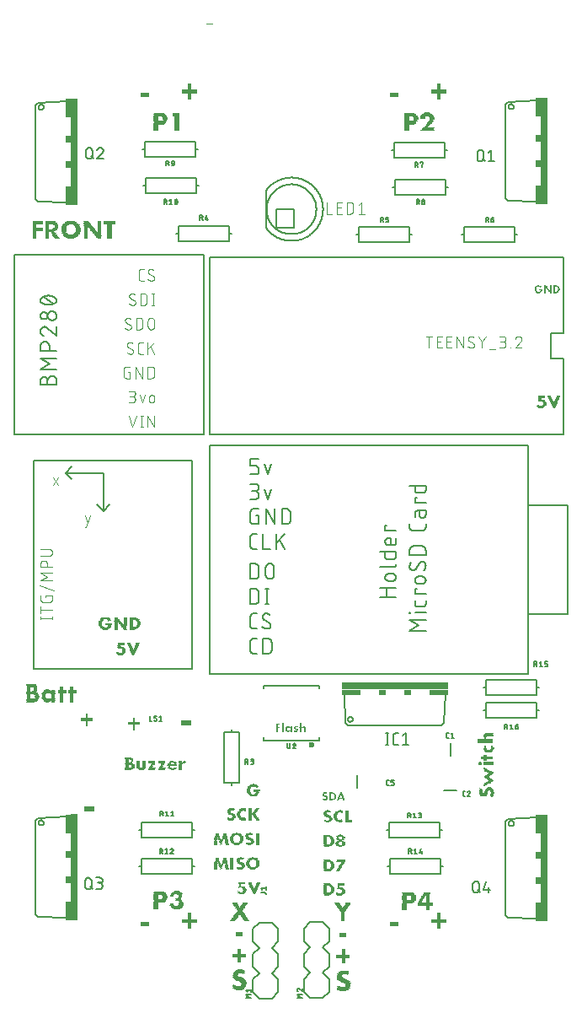
<source format=gbr>
G04 EAGLE Gerber RS-274X export*
G75*
%MOMM*%
%FSLAX34Y34*%
%LPD*%
%INSilkscreen Top*%
%IPPOS*%
%AMOC8*
5,1,8,0,0,1.08239X$1,22.5*%
G01*
%ADD10R,0.734059X0.066547*%
%ADD11R,0.998222X0.066803*%
%ADD12R,1.201419X0.066547*%
%ADD13R,1.000759X0.066803*%
%ADD14R,1.267459X0.066803*%
%ADD15R,1.201422X0.066547*%
%ADD16R,1.333500X0.066547*%
%ADD17R,0.266700X0.066547*%
%ADD18R,0.533400X0.066547*%
%ADD19R,1.264919X0.066803*%
%ADD20R,0.066041X0.066803*%
%ADD21R,0.533400X0.066803*%
%ADD22R,0.464822X0.066547*%
%ADD23R,0.066037X0.066803*%
%ADD24R,0.464822X0.066803*%
%ADD25R,0.467359X0.066547*%
%ADD26R,0.467359X0.066803*%
%ADD27R,0.599441X0.066803*%
%ADD28R,0.731522X0.066547*%
%ADD29R,0.601981X0.066550*%
%ADD30R,0.866141X0.066550*%
%ADD31R,0.734059X0.066800*%
%ADD32R,1.000759X0.066800*%
%ADD33R,1.066800X0.066550*%
%ADD34R,0.998219X0.066800*%
%ADD35R,1.066800X0.066800*%
%ADD36R,1.000759X0.066550*%
%ADD37R,0.800100X0.066800*%
%ADD38R,0.998219X0.066550*%
%ADD39R,0.601978X0.066550*%
%ADD40R,0.533400X0.066800*%
%ADD41R,0.599441X0.066550*%
%ADD42R,0.533400X0.066550*%
%ADD43R,0.467359X0.066800*%
%ADD44R,0.467359X0.066550*%
%ADD45R,0.464819X0.066800*%
%ADD46R,0.066041X0.066800*%
%ADD47R,0.464819X0.066550*%
%ADD48R,1.135378X0.066550*%
%ADD49R,0.068581X0.066800*%
%ADD50R,1.132841X0.066550*%
%ADD51R,1.066800X0.066547*%
%ADD52R,1.066800X0.066803*%
%ADD53R,0.868678X0.066803*%
%ADD54R,0.866141X0.066803*%
%ADD55R,0.266700X0.066803*%
%ADD56R,1.399541X0.066803*%
%ADD57R,1.399541X0.066547*%
%ADD58R,0.266700X0.066550*%
%ADD59R,0.266700X0.066800*%
%ADD60R,0.734059X0.066803*%
%ADD61R,0.734059X0.066550*%
%ADD62R,0.332741X0.066550*%
%ADD63R,0.335281X0.066550*%
%ADD64R,0.332741X0.066800*%
%ADD65R,0.335281X0.066800*%
%ADD66R,0.866141X0.066800*%
%ADD67R,0.866141X0.066547*%
%ADD68R,1.531619X0.066547*%
%ADD69R,1.534159X0.066547*%
%ADD70R,1.531619X0.066803*%
%ADD71R,1.534159X0.066803*%
%ADD72R,0.464819X0.066803*%
%ADD73R,0.398781X0.066803*%
%ADD74R,0.398781X0.066547*%
%ADD75R,0.332741X0.066803*%
%ADD76R,0.335281X0.066803*%
%ADD77R,0.332741X0.066547*%
%ADD78R,0.467363X0.066547*%
%ADD79R,0.335281X0.066547*%
%ADD80R,0.467363X0.066803*%
%ADD81R,0.464819X0.066547*%
%ADD82R,0.934722X0.066547*%
%ADD83R,0.934722X0.066803*%
%ADD84R,0.800100X0.066547*%
%ADD85R,0.665478X0.066547*%
%ADD86R,0.601978X0.066803*%
%ADD87R,0.668019X0.066547*%
%ADD88R,0.800100X0.066803*%
%ADD89R,1.132841X0.066547*%
%ADD90R,0.401322X0.066547*%
%ADD91R,0.401319X0.066547*%
%ADD92R,0.401319X0.066803*%
%ADD93R,0.398781X0.066550*%
%ADD94R,1.198881X0.066550*%
%ADD95R,1.201419X0.066800*%
%ADD96R,0.398781X0.066800*%
%ADD97R,1.264922X0.066800*%
%ADD98R,1.267459X0.066550*%
%ADD99R,0.401319X0.066550*%
%ADD100R,1.264922X0.066550*%
%ADD101R,1.267459X0.066800*%
%ADD102R,0.601978X0.066800*%
%ADD103R,1.333500X0.066800*%
%ADD104R,1.333500X0.066550*%
%ADD105R,0.464822X0.066550*%
%ADD106R,0.464822X0.066800*%
%ADD107R,0.401319X0.066800*%
%ADD108R,0.335278X0.066800*%
%ADD109R,0.665478X0.066550*%
%ADD110R,1.132841X0.066800*%
%ADD111R,0.200663X0.066800*%
%ADD112R,0.797559X0.066800*%
%ADD113R,0.665481X0.066800*%
%ADD114R,0.668022X0.066550*%
%ADD115R,0.866138X0.066550*%
%ADD116R,0.134619X0.066550*%
%ADD117R,0.665481X0.066550*%
%ADD118R,0.332738X0.066547*%
%ADD119R,0.599441X0.066547*%
%ADD120R,0.200659X0.066803*%
%ADD121R,0.398778X0.066803*%
%ADD122R,0.068581X0.066547*%
%ADD123R,0.601978X0.066547*%
%ADD124R,0.200663X0.066547*%
%ADD125R,0.200659X0.066547*%
%ADD126R,0.797559X0.066803*%
%ADD127R,0.731519X0.066547*%
%ADD128R,0.599438X0.066803*%
%ADD129R,0.599438X0.066547*%
%ADD130R,0.665478X0.066800*%
%ADD131R,0.797559X0.066550*%
%ADD132R,0.066037X0.066800*%
%ADD133R,0.467363X0.066800*%
%ADD134R,0.866138X0.066800*%
%ADD135R,0.731519X0.066550*%
%ADD136R,0.200659X0.066800*%
%ADD137R,0.934722X0.066800*%
%ADD138R,0.200659X0.066550*%
%ADD139R,0.134622X0.066550*%
%ADD140R,0.398778X0.066800*%
%ADD141R,0.332738X0.066800*%
%ADD142R,0.332738X0.066550*%
%ADD143R,0.467363X0.066550*%
%ADD144R,0.401322X0.066550*%
%ADD145R,0.198119X0.066550*%
%ADD146R,0.198119X0.066547*%
%ADD147R,0.332738X0.066803*%
%ADD148R,0.797559X0.066547*%
%ADD149R,0.731519X0.066803*%
%ADD150R,0.398778X0.066547*%
%ADD151R,0.601981X0.066547*%
%ADD152R,0.134622X0.066547*%
%ADD153R,0.066037X0.066547*%
%ADD154R,0.866138X0.066547*%
%ADD155R,0.134619X0.066803*%
%ADD156R,0.668022X0.066803*%
%ADD157R,0.868681X0.066547*%
%ADD158R,1.000762X0.066550*%
%ADD159R,0.398778X0.066550*%
%ADD160R,0.198119X0.066800*%
%ADD161R,0.668019X0.066550*%
%ADD162R,0.401322X0.066800*%
%ADD163R,0.599438X0.066800*%
%ADD164R,0.599441X0.066800*%
%ADD165R,0.599438X0.066550*%
%ADD166R,0.132078X0.066547*%
%ADD167R,0.668019X0.066800*%
%ADD168R,0.731519X0.066800*%
%ADD169R,0.731522X0.066550*%
%ADD170R,0.264159X0.066800*%
%ADD171R,0.264159X0.066550*%
%ADD172R,0.132078X0.066800*%
%ADD173R,0.530859X0.066550*%
%ADD174R,0.132081X0.066547*%
%ADD175R,0.665478X0.066803*%
%ADD176R,0.731522X0.066803*%
%ADD177R,0.665481X0.066547*%
%ADD178R,0.132078X0.066803*%
%ADD179R,1.000759X0.066547*%
%ADD180R,0.134619X0.066547*%
%ADD181R,0.134622X0.066803*%
%ADD182R,0.530859X0.066803*%
%ADD183R,0.132081X0.066803*%
%ADD184R,0.066041X0.066547*%
%ADD185R,0.198119X0.066803*%
%ADD186R,0.198122X0.066547*%
%ADD187R,0.530859X0.066547*%
%ADD188R,0.601981X0.066800*%
%ADD189R,0.800100X0.066550*%
%ADD190R,0.200663X0.066550*%
%ADD191R,0.934722X0.066550*%
%ADD192R,0.797563X0.066547*%
%ADD193R,0.668019X0.066803*%
%ADD194R,0.932181X0.066547*%
%ADD195R,0.198122X0.066803*%
%ADD196R,0.934719X0.066803*%
%ADD197R,0.932178X0.066547*%
%ADD198R,0.932178X0.066803*%
%ADD199R,0.932178X0.066550*%
%ADD200R,0.198122X0.066800*%
%ADD201R,0.134622X0.066800*%
%ADD202R,0.932178X0.066800*%
%ADD203R,0.198122X0.066550*%
%ADD204R,0.264163X0.066800*%
%ADD205R,0.797563X0.066550*%
%ADD206R,1.198878X0.066550*%
%ADD207R,0.731522X0.066800*%
%ADD208R,1.198878X0.066800*%
%ADD209R,0.668022X0.066547*%
%ADD210R,0.132078X0.066550*%
%ADD211R,0.132081X0.066550*%
%ADD212R,0.132081X0.066800*%
%ADD213R,0.134619X0.066800*%
%ADD214R,1.264922X0.066547*%
%ADD215R,1.264922X0.066803*%
%ADD216R,1.267459X0.066547*%
%ADD217R,1.132838X0.066550*%
%ADD218R,1.201422X0.066550*%
%ADD219R,1.267463X0.066800*%
%ADD220R,1.264919X0.066550*%
%ADD221R,1.132838X0.066547*%
%ADD222R,1.333500X0.066803*%
%ADD223R,0.998219X0.066547*%
%ADD224R,1.267463X0.066547*%
%ADD225R,1.201422X0.066803*%
%ADD226R,0.401322X0.066803*%
%ADD227R,0.066041X0.066550*%
%ADD228R,0.264163X0.066550*%
%ADD229R,0.335278X0.066803*%
%ADD230R,0.934719X0.066547*%
%ADD231R,0.335278X0.066547*%
%ADD232R,0.068578X0.066550*%
%ADD233R,0.934719X0.066550*%
%ADD234R,0.934719X0.066800*%
%ADD235R,0.200663X0.066803*%
%ADD236R,0.668022X0.066800*%
%ADD237R,0.998219X0.066803*%
%ADD238R,1.135381X0.066547*%
%ADD239R,1.465578X0.066547*%
%ADD240R,1.531619X0.066550*%
%ADD241R,0.868678X0.066550*%
%ADD242R,0.932181X0.066550*%
%ADD243R,1.132841X0.066803*%
%ADD244R,1.198881X0.066547*%
%ADD245R,1.000762X0.066803*%
%ADD246R,1.399538X0.066803*%
%ADD247R,1.330959X0.066547*%
%ADD248R,1.198878X0.066547*%
%ADD249R,1.132838X0.066803*%
%ADD250R,1.064259X0.066547*%
%ADD251R,1.135378X0.066547*%
%ADD252R,1.534159X0.066550*%
%ADD253R,1.531619X0.066800*%
%ADD254R,1.534159X0.066800*%
%ADD255C,0.203200*%
%ADD256C,0.127000*%
%ADD257R,10.668000X0.762000*%
%ADD258R,1.905000X0.508000*%
%ADD259R,0.762000X0.508000*%
%ADD260C,0.101600*%
%ADD261R,0.762000X10.668000*%
%ADD262R,0.508000X1.905000*%
%ADD263R,0.508000X0.762000*%
%ADD264C,0.152400*%
%ADD265C,0.600000*%


D10*
X336664Y15999D03*
D11*
X336664Y16666D03*
D10*
X231991Y17333D03*
D12*
X336334Y17333D03*
D13*
X232004Y18000D03*
D14*
X336664Y18000D03*
D15*
X231661Y18666D03*
D16*
X336995Y18666D03*
D14*
X231991Y19333D03*
X337325Y19333D03*
D16*
X232321Y20000D03*
D17*
X332321Y20000D03*
D18*
X341655Y20000D03*
D19*
X232664Y20667D03*
D20*
X332003Y20667D03*
D21*
X341655Y20667D03*
D17*
X227673Y21333D03*
D18*
X237007Y21333D03*
D22*
X341998Y21333D03*
D23*
X227330Y22000D03*
D21*
X237007Y22000D03*
D24*
X341998Y22000D03*
D25*
X237338Y22667D03*
D18*
X341655Y22667D03*
D26*
X237338Y23334D03*
D27*
X341325Y23334D03*
D18*
X237007Y24000D03*
D28*
X340665Y24000D03*
D29*
X236665Y24666D03*
D30*
X339331Y24666D03*
D31*
X236004Y25333D03*
D32*
X338658Y25333D03*
D30*
X234658Y25999D03*
D33*
X337668Y25999D03*
D34*
X233998Y26666D03*
D35*
X337007Y26666D03*
D33*
X232994Y27333D03*
D36*
X335991Y27333D03*
D35*
X232334Y28000D03*
D37*
X334988Y28000D03*
D38*
X231331Y28666D03*
D39*
X333997Y28666D03*
D37*
X230340Y29333D03*
D40*
X333654Y29333D03*
D41*
X229337Y30000D03*
D42*
X332994Y30000D03*
D40*
X229006Y30667D03*
D43*
X333324Y30667D03*
D42*
X228321Y31333D03*
D44*
X333324Y31333D03*
D45*
X228664Y32000D03*
D40*
X333654Y32000D03*
D46*
X341325Y32000D03*
D47*
X228664Y32667D03*
D48*
X336664Y32667D03*
D40*
X229006Y33334D03*
D49*
X236665Y33334D03*
D35*
X337007Y33334D03*
D50*
X232004Y34000D03*
D33*
X337668Y34000D03*
D51*
X232334Y34666D03*
X337668Y34666D03*
D52*
X232994Y35333D03*
D53*
X337998Y35333D03*
D51*
X232994Y35999D03*
D18*
X337668Y35999D03*
D54*
X233337Y36666D03*
D18*
X232994Y37333D03*
D17*
X336995Y44000D03*
X232321Y44666D03*
X336995Y44666D03*
D55*
X232321Y45333D03*
X336995Y45333D03*
D17*
X232321Y45999D03*
X336995Y45999D03*
D55*
X232321Y46666D03*
X336995Y46666D03*
D17*
X232321Y47333D03*
X336995Y47333D03*
D55*
X232321Y48000D03*
X336995Y48000D03*
D17*
X232321Y48666D03*
X336995Y48666D03*
D55*
X232321Y49333D03*
D56*
X336664Y49333D03*
D57*
X231991Y50000D03*
X336664Y50000D03*
D56*
X231991Y50667D03*
X336664Y50667D03*
D57*
X231991Y51333D03*
X336664Y51333D03*
D56*
X231991Y52000D03*
X336664Y52000D03*
D57*
X231991Y52667D03*
D17*
X336995Y52667D03*
D55*
X232321Y53334D03*
X336995Y53334D03*
D17*
X232321Y54000D03*
X336995Y54000D03*
D58*
X232321Y54666D03*
X336995Y54666D03*
D59*
X232321Y55333D03*
X336995Y55333D03*
D58*
X232321Y55999D03*
X336995Y55999D03*
D59*
X232321Y56666D03*
X336995Y56666D03*
D58*
X232321Y57333D03*
X336995Y57333D03*
D59*
X232321Y58000D03*
D60*
X336664Y70667D03*
D10*
X231991Y71333D03*
X336664Y71333D03*
D60*
X231991Y72000D03*
X336664Y72000D03*
D10*
X231991Y72667D03*
X336664Y72667D03*
D60*
X231991Y73334D03*
X336664Y73334D03*
D10*
X231991Y74000D03*
X336664Y74000D03*
D61*
X231991Y74666D03*
D62*
X182664Y78666D03*
D63*
X432664Y78666D03*
D64*
X182664Y79333D03*
D65*
X432664Y79333D03*
D62*
X182664Y80000D03*
D63*
X432664Y80000D03*
D64*
X182664Y80667D03*
D65*
X432664Y80667D03*
D30*
X137325Y81333D03*
D62*
X182664Y81333D03*
D30*
X387998Y81333D03*
D63*
X432664Y81333D03*
D66*
X137325Y82000D03*
D64*
X182664Y82000D03*
D66*
X387998Y82000D03*
D65*
X432664Y82000D03*
D30*
X137325Y82667D03*
D62*
X182664Y82667D03*
D30*
X387998Y82667D03*
D63*
X432664Y82667D03*
D66*
X137325Y83334D03*
D64*
X182664Y83334D03*
D66*
X387998Y83334D03*
D65*
X432664Y83334D03*
D30*
X137325Y84000D03*
D62*
X182664Y84000D03*
D30*
X387998Y84000D03*
D63*
X432664Y84000D03*
D67*
X137325Y84666D03*
D68*
X182664Y84666D03*
D67*
X387998Y84666D03*
D69*
X432664Y84666D03*
D70*
X182664Y85333D03*
D71*
X432664Y85333D03*
D68*
X182664Y85999D03*
D69*
X432664Y85999D03*
D70*
X182664Y86666D03*
D72*
X225997Y86666D03*
D21*
X239674Y86666D03*
D73*
X336334Y86666D03*
D71*
X432664Y86666D03*
D68*
X182664Y87333D03*
D25*
X226670Y87333D03*
D18*
X238989Y87333D03*
D74*
X336334Y87333D03*
D69*
X432664Y87333D03*
D75*
X182664Y88000D03*
D21*
X227000Y88000D03*
D26*
X238658Y88000D03*
D73*
X336334Y88000D03*
D76*
X432664Y88000D03*
D77*
X182664Y88666D03*
D18*
X227660Y88666D03*
D78*
X237998Y88666D03*
D74*
X336334Y88666D03*
D79*
X432664Y88666D03*
D75*
X182664Y89333D03*
D26*
X227990Y89333D03*
D80*
X237998Y89333D03*
D73*
X336334Y89333D03*
D76*
X432664Y89333D03*
D77*
X182664Y90000D03*
D81*
X228664Y90000D03*
D25*
X237338Y90000D03*
D74*
X336334Y90000D03*
D79*
X432664Y90000D03*
D75*
X182664Y90667D03*
D21*
X229006Y90667D03*
D72*
X236665Y90667D03*
D73*
X336334Y90667D03*
D76*
X432664Y90667D03*
D77*
X182664Y91333D03*
D25*
X229337Y91333D03*
D81*
X236665Y91333D03*
D74*
X336334Y91333D03*
D79*
X432664Y91333D03*
D75*
X182664Y92000D03*
D80*
X229997Y92000D03*
D26*
X235991Y92000D03*
D73*
X336334Y92000D03*
D76*
X432664Y92000D03*
D77*
X182664Y92667D03*
D82*
X232994Y92667D03*
D74*
X336334Y92667D03*
D79*
X432664Y92667D03*
D75*
X182664Y93334D03*
D83*
X232994Y93334D03*
D73*
X336334Y93334D03*
D76*
X432664Y93334D03*
D77*
X182664Y94000D03*
D84*
X233007Y94000D03*
D74*
X336334Y94000D03*
D79*
X432664Y94000D03*
D85*
X232994Y94666D03*
D74*
X336334Y94666D03*
D21*
X232994Y95333D03*
D73*
X336334Y95333D03*
D18*
X232994Y95999D03*
X336321Y95999D03*
D21*
X232994Y96666D03*
D86*
X336664Y96666D03*
D85*
X232994Y97333D03*
D87*
X336334Y97333D03*
D22*
X398666Y97333D03*
D74*
X422339Y97333D03*
D26*
X148666Y98000D03*
D27*
X169342Y98000D03*
D60*
X233337Y98000D03*
D88*
X336334Y98000D03*
D24*
X398666Y98000D03*
D73*
X422339Y98000D03*
D25*
X148666Y98666D03*
D67*
X169329Y98666D03*
D84*
X233007Y98666D03*
D67*
X336664Y98666D03*
D22*
X398666Y98666D03*
D74*
X422339Y98666D03*
D26*
X148666Y99333D03*
D13*
X169342Y99333D03*
D83*
X232994Y99333D03*
D11*
X336664Y99333D03*
D24*
X398666Y99333D03*
D73*
X422339Y99333D03*
D25*
X148666Y100000D03*
D89*
X169342Y100000D03*
D90*
X230327Y100000D03*
D18*
X235661Y100000D03*
D25*
X333324Y100000D03*
D22*
X339331Y100000D03*
X398666Y100000D03*
D74*
X422339Y100000D03*
D26*
X148666Y100667D03*
D14*
X169329Y100667D03*
D80*
X229997Y100667D03*
D26*
X235991Y100667D03*
D21*
X332994Y100667D03*
D26*
X340004Y100667D03*
D24*
X398666Y100667D03*
D73*
X422339Y100667D03*
D25*
X148666Y101333D03*
D18*
X164998Y101333D03*
D25*
X173330Y101333D03*
X229337Y101333D03*
D81*
X236665Y101333D03*
D25*
X332664Y101333D03*
D18*
X340335Y101333D03*
D22*
X398666Y101333D03*
D69*
X419329Y101333D03*
D26*
X148666Y102000D03*
X164668Y102000D03*
D24*
X174003Y102000D03*
D26*
X229337Y102000D03*
D21*
X237007Y102000D03*
D26*
X332003Y102000D03*
X340665Y102000D03*
D24*
X398666Y102000D03*
D71*
X419329Y102000D03*
D25*
X148666Y102667D03*
D91*
X164338Y102667D03*
D22*
X174003Y102667D03*
D81*
X228664Y102667D03*
D25*
X237338Y102667D03*
D18*
X331673Y102667D03*
D25*
X341325Y102667D03*
D22*
X398666Y102667D03*
D69*
X419329Y102667D03*
D26*
X148666Y103334D03*
D92*
X164338Y103334D03*
D24*
X174003Y103334D03*
D21*
X228321Y103334D03*
D80*
X237998Y103334D03*
D24*
X331330Y103334D03*
D21*
X341655Y103334D03*
D24*
X398666Y103334D03*
D71*
X419329Y103334D03*
D25*
X148666Y104000D03*
D22*
X174003Y104000D03*
D25*
X227990Y104000D03*
D18*
X238328Y104000D03*
D25*
X330657Y104000D03*
D22*
X341998Y104000D03*
D51*
X401676Y104000D03*
D69*
X419329Y104000D03*
D33*
X151663Y104666D03*
D93*
X173673Y104666D03*
D94*
X402336Y104666D03*
D62*
X414007Y104666D03*
D93*
X422339Y104666D03*
D95*
X152337Y105333D03*
D96*
X173673Y105333D03*
D97*
X402666Y105333D03*
D96*
X414338Y105333D03*
X422339Y105333D03*
D98*
X152667Y105999D03*
D99*
X172999Y105999D03*
D100*
X402666Y105999D03*
D62*
X414668Y105999D03*
D93*
X422339Y105999D03*
D101*
X152667Y106666D03*
D102*
X171336Y106666D03*
D103*
X403009Y106666D03*
D64*
X415328Y106666D03*
D96*
X422339Y106666D03*
D104*
X152997Y107333D03*
D42*
X170993Y107333D03*
D105*
X398666Y107333D03*
D44*
X407340Y107333D03*
D62*
X415328Y107333D03*
D93*
X422339Y107333D03*
D43*
X148666Y108000D03*
X157328Y108000D03*
X170663Y108000D03*
D106*
X398666Y108000D03*
D107*
X407670Y108000D03*
D108*
X416001Y108000D03*
D96*
X422339Y108000D03*
D44*
X148666Y108666D03*
D93*
X157671Y108666D03*
D42*
X171679Y108666D03*
D105*
X398666Y108666D03*
D44*
X408000Y108666D03*
D99*
X416331Y108666D03*
D93*
X422339Y108666D03*
D43*
X148666Y109333D03*
D106*
X158001Y109333D03*
D108*
X172669Y109333D03*
D106*
X398666Y109333D03*
D43*
X408000Y109333D03*
D64*
X416674Y109333D03*
D96*
X422339Y109333D03*
D44*
X148666Y110000D03*
D105*
X158001Y110000D03*
D99*
X172999Y110000D03*
D105*
X398666Y110000D03*
D44*
X408000Y110000D03*
D62*
X417335Y110000D03*
D93*
X422339Y110000D03*
D43*
X148666Y110667D03*
D106*
X158001Y110667D03*
D107*
X172999Y110667D03*
D106*
X398666Y110667D03*
D107*
X407670Y110667D03*
D64*
X417335Y110667D03*
D96*
X422339Y110667D03*
D44*
X148666Y111333D03*
D93*
X157671Y111333D03*
D99*
X164998Y111333D03*
X172999Y111333D03*
D105*
X398666Y111333D03*
D44*
X407340Y111333D03*
D62*
X417995Y111333D03*
D93*
X422339Y111333D03*
D43*
X148666Y112000D03*
X157328Y112000D03*
D107*
X164998Y112000D03*
X172999Y112000D03*
D40*
X320345Y112000D03*
D43*
X333324Y112000D03*
D103*
X403009Y112000D03*
D31*
X420662Y112000D03*
D104*
X152997Y112667D03*
D93*
X165672Y112667D03*
D44*
X172669Y112667D03*
D109*
X321005Y112667D03*
D61*
X333337Y112667D03*
D100*
X402666Y112667D03*
D61*
X420662Y112667D03*
D101*
X152667Y113334D03*
D110*
X169342Y113334D03*
D43*
X234671Y113334D03*
D111*
X247333Y113334D03*
D112*
X321666Y113334D03*
D37*
X333667Y113334D03*
D97*
X402666Y113334D03*
D113*
X421005Y113334D03*
D98*
X152667Y114000D03*
D36*
X169342Y114000D03*
D114*
X234328Y114000D03*
D58*
X247663Y114000D03*
D115*
X322009Y114000D03*
D116*
X331000Y114000D03*
D62*
X336664Y114000D03*
D50*
X402006Y114000D03*
D117*
X421005Y114000D03*
D89*
X151994Y114666D03*
D67*
X169329Y114666D03*
D10*
X234658Y114666D03*
D118*
X247333Y114666D03*
D17*
X319011Y114666D03*
D77*
X325336Y114666D03*
D17*
X336995Y114666D03*
D51*
X401676Y114666D03*
D119*
X421335Y114666D03*
D52*
X151663Y115333D03*
D60*
X169329Y115333D03*
D120*
X231991Y115333D03*
D75*
X237325Y115333D03*
D121*
X247663Y115333D03*
D55*
X319011Y115333D03*
X325666Y115333D03*
X336995Y115333D03*
D25*
X169342Y115999D03*
D122*
X231331Y115999D03*
D17*
X237655Y115999D03*
D81*
X247333Y115999D03*
D17*
X319011Y115999D03*
X326327Y115999D03*
X336995Y115999D03*
D76*
X237998Y116666D03*
D72*
X247333Y116666D03*
D55*
X319011Y116666D03*
X326327Y116666D03*
X336995Y116666D03*
D79*
X237998Y117333D03*
D18*
X247675Y117333D03*
D17*
X319011Y117333D03*
X326327Y117333D03*
D77*
X336664Y117333D03*
D55*
X237655Y118000D03*
X245656Y118000D03*
X249009Y118000D03*
X319011Y118000D03*
X326327Y118000D03*
D92*
X335661Y118000D03*
D17*
X237655Y118666D03*
X245656Y118666D03*
X249669Y118666D03*
X319011Y118666D03*
X326327Y118666D03*
D123*
X333997Y118666D03*
D20*
X232004Y119333D03*
D121*
X236995Y119333D03*
D55*
X244996Y119333D03*
X249669Y119333D03*
X319011Y119333D03*
X326327Y119333D03*
D21*
X333654Y119333D03*
D85*
X235001Y120000D03*
D17*
X244996Y120000D03*
D124*
X250000Y120000D03*
D17*
X319011Y120000D03*
X325666Y120000D03*
D125*
X331991Y120000D03*
D21*
X234340Y120667D03*
D55*
X244335Y120667D03*
X250330Y120667D03*
X319011Y120667D03*
D75*
X325336Y120667D03*
D120*
X331991Y120667D03*
D125*
X233337Y121333D03*
D17*
X244335Y121333D03*
X250330Y121333D03*
X319011Y121333D03*
D118*
X324676Y121333D03*
D125*
X331991Y121333D03*
D120*
X233337Y122000D03*
D55*
X244335Y122000D03*
X250990Y122000D03*
D126*
X321666Y122000D03*
D27*
X334670Y122000D03*
D125*
X233337Y122667D03*
D17*
X243675Y122667D03*
X250990Y122667D03*
D127*
X321335Y122667D03*
D119*
X334670Y122667D03*
D128*
X235331Y123334D03*
D55*
X243675Y123334D03*
D76*
X251333Y123334D03*
D128*
X320675Y123334D03*
D27*
X334670Y123334D03*
D129*
X235331Y124000D03*
D17*
X242989Y124000D03*
X251676Y124000D03*
D129*
X235331Y124666D03*
D17*
X242989Y124666D03*
X251676Y124666D03*
D42*
X320345Y135999D03*
D58*
X331661Y135999D03*
D130*
X321005Y136666D03*
D59*
X331661Y136666D03*
D131*
X321666Y137333D03*
D58*
X332321Y137333D03*
D59*
X208344Y137999D03*
D132*
X213995Y137999D03*
D59*
X220332Y137999D03*
X225006Y137999D03*
D43*
X233324Y137999D03*
D133*
X245999Y137999D03*
D134*
X322009Y137999D03*
D59*
X332321Y137999D03*
D58*
X208344Y138666D03*
D116*
X214338Y138666D03*
D58*
X220332Y138666D03*
X225006Y138666D03*
D109*
X232994Y138666D03*
D135*
X245999Y138666D03*
D58*
X319011Y138666D03*
D62*
X325336Y138666D03*
D58*
X333007Y138666D03*
D59*
X208344Y139333D03*
D136*
X214008Y139333D03*
X220002Y139333D03*
D59*
X225006Y139333D03*
D31*
X233337Y139333D03*
D137*
X246329Y139333D03*
D59*
X319011Y139333D03*
X325666Y139333D03*
X333667Y139333D03*
D58*
X208344Y140000D03*
D138*
X214008Y140000D03*
D58*
X219672Y140000D03*
X225006Y140000D03*
D139*
X231000Y140000D03*
D62*
X236004Y140000D03*
D33*
X246329Y140000D03*
D58*
X319011Y140000D03*
X326327Y140000D03*
X333667Y140000D03*
D59*
X208344Y140666D03*
D64*
X214008Y140666D03*
D59*
X219672Y140666D03*
X225006Y140666D03*
X236334Y140666D03*
D140*
X242329Y140666D03*
D141*
X250000Y140666D03*
D59*
X319011Y140666D03*
X326327Y140666D03*
X334328Y140666D03*
D58*
X208344Y141333D03*
D62*
X214008Y141333D03*
D58*
X219672Y141333D03*
X225006Y141333D03*
X236334Y141333D03*
D142*
X241999Y141333D03*
D62*
X250660Y141333D03*
D58*
X319011Y141333D03*
X326327Y141333D03*
X334328Y141333D03*
D136*
X208674Y142000D03*
D96*
X214338Y142000D03*
D59*
X219672Y142000D03*
X225006Y142000D03*
X236334Y142000D03*
D64*
X241338Y142000D03*
D59*
X250990Y142000D03*
X319011Y142000D03*
X326327Y142000D03*
X334988Y142000D03*
D58*
X209004Y142667D03*
D143*
X213995Y142667D03*
D58*
X219672Y142667D03*
X225006Y142667D03*
D144*
X235661Y142667D03*
D58*
X241008Y142667D03*
X250990Y142667D03*
X319011Y142667D03*
X326327Y142667D03*
X334988Y142667D03*
D59*
X209004Y143333D03*
D111*
X212662Y143333D03*
X215329Y143333D03*
D136*
X219342Y143333D03*
D59*
X225006Y143333D03*
D40*
X235001Y143333D03*
D59*
X241008Y143333D03*
D65*
X251333Y143333D03*
D59*
X319011Y143333D03*
X326327Y143333D03*
X335674Y143333D03*
D58*
X209004Y144000D03*
X212331Y144000D03*
D145*
X216002Y144000D03*
D58*
X219012Y144000D03*
X225006Y144000D03*
D29*
X233998Y144000D03*
D58*
X241008Y144000D03*
D63*
X251333Y144000D03*
D58*
X319011Y144000D03*
X325666Y144000D03*
X336334Y144000D03*
D17*
X209004Y144666D03*
D125*
X212001Y144666D03*
D146*
X216002Y144666D03*
D17*
X219012Y144666D03*
X225006Y144666D03*
D18*
X232994Y144666D03*
D17*
X241008Y144666D03*
D79*
X251333Y144666D03*
D17*
X319011Y144666D03*
D77*
X325336Y144666D03*
D17*
X336334Y144666D03*
D21*
X210337Y145332D03*
X217678Y145332D03*
D55*
X225006Y145332D03*
D121*
X231661Y145332D03*
D75*
X241338Y145332D03*
D55*
X250990Y145332D03*
X319011Y145332D03*
D147*
X324676Y145332D03*
D55*
X336995Y145332D03*
D25*
X210668Y145999D03*
X218008Y145999D03*
D17*
X225006Y145999D03*
D118*
X231331Y145999D03*
D17*
X241668Y145999D03*
X250990Y145999D03*
D148*
X321666Y145999D03*
D84*
X334328Y145999D03*
D92*
X210337Y146666D03*
D26*
X218008Y146666D03*
D55*
X225006Y146666D03*
D147*
X231331Y146666D03*
X241999Y146666D03*
D75*
X250660Y146666D03*
D149*
X321335Y146666D03*
D54*
X334658Y146666D03*
D91*
X210337Y147333D03*
D150*
X217665Y147333D03*
D17*
X225006Y147333D03*
X231661Y147333D03*
D90*
X243002Y147333D03*
D150*
X249669Y147333D03*
D129*
X320675Y147333D03*
D67*
X334658Y147333D03*
D92*
X210337Y147999D03*
D147*
X217996Y147999D03*
D55*
X225006Y147999D03*
D27*
X233324Y147999D03*
D83*
X246329Y147999D03*
D118*
X209995Y148666D03*
X217996Y148666D03*
D17*
X225006Y148666D03*
D151*
X233998Y148666D03*
D84*
X246342Y148666D03*
D55*
X210325Y149333D03*
X218326Y149333D03*
X225006Y149333D03*
D21*
X234340Y149333D03*
D128*
X245999Y149333D03*
D152*
X233667Y150000D03*
D146*
X245999Y150000D03*
D21*
X320345Y160666D03*
D73*
X334328Y160666D03*
D85*
X321005Y161333D03*
D87*
X334328Y161333D03*
D126*
X321666Y162000D03*
D88*
X334328Y162000D03*
D17*
X208344Y162667D03*
D153*
X213995Y162667D03*
D17*
X220332Y162667D03*
D78*
X229997Y162667D03*
D150*
X242329Y162667D03*
D17*
X250990Y162667D03*
D154*
X322009Y162667D03*
D17*
X331661Y162667D03*
X336995Y162667D03*
D55*
X208344Y163333D03*
D155*
X214338Y163333D03*
D55*
X220332Y163333D03*
D149*
X229997Y163333D03*
D156*
X242329Y163333D03*
D55*
X250990Y163333D03*
X319011Y163333D03*
D75*
X325336Y163333D03*
D55*
X331000Y163333D03*
X336995Y163333D03*
D17*
X208344Y164000D03*
D125*
X214008Y164000D03*
X220002Y164000D03*
D157*
X229997Y164000D03*
D10*
X242659Y164000D03*
D17*
X250990Y164000D03*
X319011Y164000D03*
X325666Y164000D03*
X331000Y164000D03*
X336995Y164000D03*
D58*
X208344Y164666D03*
D138*
X214008Y164666D03*
D58*
X219672Y164666D03*
D158*
X229997Y164666D03*
D138*
X239992Y164666D03*
D58*
X244996Y164666D03*
X250990Y164666D03*
X319011Y164666D03*
X326327Y164666D03*
X331000Y164666D03*
X336995Y164666D03*
D59*
X208344Y165332D03*
D64*
X214008Y165332D03*
D59*
X219672Y165332D03*
D141*
X225997Y165332D03*
D140*
X233667Y165332D03*
D59*
X245656Y165332D03*
X250990Y165332D03*
X319011Y165332D03*
X326327Y165332D03*
X331661Y165332D03*
X336995Y165332D03*
D58*
X208344Y165999D03*
D62*
X214008Y165999D03*
D58*
X219672Y165999D03*
D62*
X225336Y165999D03*
D58*
X234328Y165999D03*
X245656Y165999D03*
X250990Y165999D03*
X319011Y165999D03*
X326327Y165999D03*
D39*
X333997Y165999D03*
D136*
X208674Y166666D03*
D96*
X214338Y166666D03*
D59*
X219672Y166666D03*
X225006Y166666D03*
D64*
X234658Y166666D03*
X245326Y166666D03*
D59*
X250990Y166666D03*
X319011Y166666D03*
X326327Y166666D03*
D96*
X334328Y166666D03*
D58*
X209004Y167333D03*
D143*
X213995Y167333D03*
D58*
X219672Y167333D03*
X225006Y167333D03*
X234988Y167333D03*
D159*
X244996Y167333D03*
D58*
X250990Y167333D03*
X319011Y167333D03*
X326327Y167333D03*
D105*
X333997Y167333D03*
D59*
X209004Y167999D03*
D111*
X212662Y167999D03*
X215329Y167999D03*
D136*
X219342Y167999D03*
D59*
X225006Y167999D03*
X234988Y167999D03*
D40*
X243662Y167999D03*
D59*
X250990Y167999D03*
X319011Y167999D03*
X326327Y167999D03*
X332321Y167999D03*
X336334Y167999D03*
D58*
X209004Y168666D03*
X212331Y168666D03*
D145*
X216002Y168666D03*
D58*
X219012Y168666D03*
D62*
X224676Y168666D03*
D58*
X234988Y168666D03*
D41*
X242672Y168666D03*
D58*
X250990Y168666D03*
X319011Y168666D03*
X325666Y168666D03*
X331661Y168666D03*
D138*
X336664Y168666D03*
D59*
X209004Y169333D03*
D136*
X212001Y169333D03*
D160*
X216002Y169333D03*
D59*
X219012Y169333D03*
X225006Y169333D03*
X234988Y169333D03*
D40*
X241656Y169333D03*
D59*
X250990Y169333D03*
X319011Y169333D03*
D64*
X325336Y169333D03*
D136*
X331330Y169333D03*
D59*
X336995Y169333D03*
D42*
X210337Y170000D03*
X217678Y170000D03*
D58*
X225006Y170000D03*
X234988Y170000D03*
D63*
X240665Y170000D03*
D58*
X250990Y170000D03*
X319011Y170000D03*
D142*
X324676Y170000D03*
D138*
X331330Y170000D03*
D58*
X336995Y170000D03*
D43*
X210668Y170666D03*
X218008Y170666D03*
D64*
X225336Y170666D03*
X234658Y170666D03*
D59*
X240322Y170666D03*
X250990Y170666D03*
D112*
X321666Y170666D03*
D59*
X331661Y170666D03*
D136*
X336664Y170666D03*
D99*
X210337Y171333D03*
D44*
X218008Y171333D03*
D142*
X225997Y171333D03*
X233998Y171333D03*
D58*
X240322Y171333D03*
X250990Y171333D03*
D135*
X321335Y171333D03*
D161*
X334328Y171333D03*
D107*
X210337Y172000D03*
D140*
X217665Y172000D03*
X226327Y172000D03*
D162*
X232994Y172000D03*
D59*
X240322Y172000D03*
X250990Y172000D03*
D163*
X320675Y172000D03*
D40*
X334340Y172000D03*
D99*
X210337Y172667D03*
D142*
X217996Y172667D03*
D158*
X229997Y172667D03*
D114*
X242329Y172667D03*
D58*
X250990Y172667D03*
D116*
X334328Y172667D03*
D141*
X209995Y173333D03*
X217996Y173333D03*
D37*
X229654Y173333D03*
D164*
X242672Y173333D03*
D59*
X250990Y173333D03*
D58*
X210325Y174000D03*
X218326Y174000D03*
D165*
X229997Y174000D03*
D42*
X243002Y174000D03*
D58*
X250990Y174000D03*
D146*
X229997Y174666D03*
D166*
X243002Y174666D03*
D162*
X321005Y185332D03*
D96*
X333667Y185332D03*
D167*
X342329Y185332D03*
D109*
X321005Y185999D03*
D41*
X333324Y185999D03*
D161*
X342329Y185999D03*
D168*
X321335Y186666D03*
D113*
X332994Y186666D03*
D167*
X342329Y186666D03*
D44*
X224003Y187333D03*
D47*
X236665Y187333D03*
D58*
X243675Y187333D03*
D63*
X251333Y187333D03*
D145*
X318668Y187333D03*
D58*
X323660Y187333D03*
D169*
X332664Y187333D03*
D161*
X342329Y187333D03*
D113*
X223672Y187999D03*
D164*
X235991Y187999D03*
D59*
X243675Y187999D03*
D64*
X250660Y187999D03*
D170*
X324333Y187999D03*
D108*
X329997Y187999D03*
D46*
X335991Y187999D03*
D59*
X340322Y187999D03*
D135*
X224003Y188666D03*
D109*
X235661Y188666D03*
D58*
X243675Y188666D03*
X250330Y188666D03*
D171*
X324333Y188666D03*
D62*
X329324Y188666D03*
D58*
X340322Y188666D03*
D172*
X221666Y189333D03*
D64*
X226657Y189333D03*
D168*
X235331Y189333D03*
D59*
X243675Y189333D03*
D141*
X250000Y189333D03*
D64*
X323990Y189333D03*
D59*
X328994Y189333D03*
X340322Y189333D03*
D58*
X226987Y190000D03*
D144*
X232994Y190000D03*
D58*
X243675Y190000D03*
D62*
X249339Y190000D03*
D93*
X323660Y190000D03*
D58*
X328994Y190000D03*
X340322Y190000D03*
D59*
X226987Y190666D03*
X232321Y190666D03*
X243675Y190666D03*
D65*
X248666Y190666D03*
D40*
X322326Y190666D03*
D59*
X328994Y190666D03*
X340322Y190666D03*
D58*
X226987Y191333D03*
D62*
X231991Y191333D03*
D58*
X243675Y191333D03*
X248323Y191333D03*
D41*
X321335Y191333D03*
D62*
X328663Y191333D03*
D58*
X340322Y191333D03*
D140*
X226327Y192000D03*
D59*
X231661Y192000D03*
X243675Y192000D03*
X247663Y192000D03*
D40*
X320345Y192000D03*
D59*
X328994Y192000D03*
X340322Y192000D03*
D173*
X225666Y192667D03*
D58*
X231661Y192667D03*
D109*
X245669Y192667D03*
D142*
X319342Y192667D03*
D58*
X328994Y192667D03*
X340322Y192667D03*
D163*
X224663Y193333D03*
D59*
X231661Y193333D03*
D164*
X245339Y193333D03*
D59*
X319011Y193333D03*
D64*
X329324Y193333D03*
D59*
X340322Y193333D03*
D42*
X223672Y194000D03*
D58*
X231661Y194000D03*
D41*
X245339Y194000D03*
D58*
X319011Y194000D03*
X329654Y194000D03*
X340322Y194000D03*
D74*
X222339Y194666D03*
D77*
X231991Y194666D03*
D17*
X243675Y194666D03*
X247663Y194666D03*
X319011Y194666D03*
D91*
X330327Y194666D03*
D174*
X335661Y194666D03*
D17*
X340322Y194666D03*
D75*
X222009Y195332D03*
D55*
X232321Y195332D03*
X243675Y195332D03*
X248323Y195332D03*
D175*
X321005Y195332D03*
D176*
X332664Y195332D03*
D55*
X340322Y195332D03*
D77*
X222009Y195999D03*
D79*
X232664Y195999D03*
D17*
X243675Y195999D03*
D79*
X248666Y195999D03*
D119*
X321335Y195999D03*
D177*
X332994Y195999D03*
D17*
X340322Y195999D03*
D13*
X81331Y196666D03*
D55*
X222339Y196666D03*
D121*
X233667Y196666D03*
D178*
X238328Y196666D03*
D55*
X243675Y196666D03*
D75*
X249339Y196666D03*
D21*
X321666Y196666D03*
X333654Y196666D03*
D55*
X340322Y196666D03*
D179*
X81331Y197333D03*
D119*
X224003Y197333D03*
D85*
X235661Y197333D03*
D17*
X243675Y197333D03*
X249669Y197333D03*
D174*
X321666Y197333D03*
D180*
X333667Y197333D03*
D13*
X81331Y197999D03*
D128*
X224663Y197999D03*
D27*
X235991Y197999D03*
D55*
X243675Y197999D03*
X250330Y197999D03*
D179*
X81331Y198666D03*
D18*
X224993Y198666D03*
X236322Y198666D03*
D17*
X243675Y198666D03*
X250990Y198666D03*
D13*
X81331Y199333D03*
D178*
X224333Y199333D03*
D181*
X236334Y199333D03*
D179*
X81331Y200000D03*
D13*
X81331Y200666D03*
D17*
X318326Y207333D03*
D150*
X325006Y207333D03*
D180*
X331661Y207333D03*
D174*
X337668Y207333D03*
D26*
X318668Y207999D03*
D182*
X325666Y207999D03*
D120*
X331991Y207999D03*
D183*
X337668Y207999D03*
D184*
X316662Y208666D03*
D180*
X320332Y208666D03*
D146*
X324002Y208666D03*
D125*
X328003Y208666D03*
D174*
X332334Y208666D03*
D180*
X336995Y208666D03*
D120*
X320662Y209333D03*
D185*
X324002Y209333D03*
D120*
X328663Y209333D03*
D27*
X334670Y209333D03*
D125*
X320662Y210000D03*
D146*
X324002Y210000D03*
D180*
X328994Y210000D03*
D186*
X332664Y210000D03*
D125*
X336664Y210000D03*
D55*
X319672Y210666D03*
D185*
X324002Y210666D03*
D155*
X328994Y210666D03*
D183*
X332994Y210666D03*
D155*
X336334Y210666D03*
D178*
X486334Y210666D03*
D25*
X246659Y211333D03*
D79*
X318668Y211333D03*
D146*
X324002Y211333D03*
D180*
X328994Y211333D03*
D174*
X332994Y211333D03*
D180*
X336334Y211333D03*
D25*
X478003Y211333D03*
D125*
X485991Y211333D03*
D60*
X246672Y212000D03*
D120*
X317335Y212000D03*
D185*
X324002Y212000D03*
D155*
X328994Y212000D03*
D120*
X333337Y212000D03*
X336004Y212000D03*
D27*
X478003Y212000D03*
D75*
X485991Y212000D03*
D67*
X246672Y212667D03*
D152*
X317005Y212667D03*
D146*
X324002Y212667D03*
D125*
X328663Y212667D03*
D180*
X333667Y212667D03*
D174*
X335661Y212667D03*
D177*
X477672Y212667D03*
D17*
X486321Y212667D03*
D76*
X243332Y213333D03*
D121*
X249669Y213333D03*
D181*
X317005Y213333D03*
D185*
X324002Y213333D03*
D120*
X328003Y213333D03*
D75*
X334658Y213333D03*
D88*
X477660Y213333D03*
D55*
X486321Y213333D03*
D77*
X242659Y214000D03*
D17*
X250330Y214000D03*
D79*
X318668Y214000D03*
D187*
X325666Y214000D03*
D125*
X334658Y214000D03*
D84*
X477660Y214000D03*
D17*
X487007Y214000D03*
D58*
X242329Y214666D03*
X250990Y214666D03*
D99*
X318999Y214666D03*
D159*
X325006Y214666D03*
D138*
X334658Y214666D03*
D58*
X474993Y214666D03*
X480327Y214666D03*
X487007Y214666D03*
D141*
X241999Y215332D03*
D59*
X250990Y215332D03*
X474993Y215332D03*
D64*
X480657Y215332D03*
D59*
X487007Y215332D03*
D58*
X241668Y215999D03*
D42*
X249657Y215999D03*
D58*
X474993Y215999D03*
D62*
X480657Y215999D03*
D63*
X486664Y215999D03*
D59*
X241668Y216666D03*
D188*
X250000Y216666D03*
D59*
X474993Y216666D03*
D65*
X481330Y216666D03*
D64*
X485991Y216666D03*
D58*
X241668Y217333D03*
D29*
X250000Y217333D03*
D58*
X474993Y217333D03*
D189*
X483654Y217333D03*
D59*
X241668Y217999D03*
D160*
X475336Y217999D03*
D168*
X483997Y217999D03*
D142*
X241999Y218666D03*
D145*
X475336Y218666D03*
D109*
X483667Y218666D03*
D59*
X242329Y219333D03*
D46*
X474675Y219333D03*
D40*
X483667Y219333D03*
D58*
X242329Y220000D03*
D190*
X250000Y220000D03*
D58*
X483654Y220000D03*
D65*
X243332Y220666D03*
D141*
X250000Y220666D03*
D191*
X246329Y221333D03*
D37*
X246342Y222000D03*
D172*
X478993Y222000D03*
D41*
X246659Y222667D03*
D58*
X479666Y222667D03*
D136*
X246672Y223333D03*
D140*
X480327Y223333D03*
D42*
X481000Y224000D03*
D119*
X481990Y224666D03*
D21*
X483006Y225332D03*
D18*
X484327Y225999D03*
D72*
X485331Y226666D03*
D150*
X485661Y227333D03*
D21*
X484988Y227999D03*
D18*
X483667Y228666D03*
D21*
X482321Y229333D03*
D18*
X481000Y230000D03*
D121*
X480327Y230666D03*
D18*
X481000Y231333D03*
D21*
X482321Y232000D03*
D18*
X483667Y232667D03*
D21*
X484988Y233333D03*
D150*
X485661Y234000D03*
D81*
X485331Y234666D03*
D27*
X484657Y235332D03*
D119*
X483337Y235999D03*
D27*
X481990Y236666D03*
D18*
X481000Y237333D03*
D27*
X120675Y237999D03*
D24*
X133998Y237999D03*
D60*
X144666Y237999D03*
X154673Y237999D03*
D73*
X165672Y237999D03*
D55*
X173012Y237999D03*
D121*
X480327Y237999D03*
D192*
X121666Y238666D03*
D10*
X133998Y238666D03*
X144666Y238666D03*
X154673Y238666D03*
D119*
X165329Y238666D03*
D17*
X173012Y238666D03*
X479666Y238666D03*
D54*
X122009Y239333D03*
D88*
X134328Y239333D03*
D193*
X144996Y239333D03*
X155004Y239333D03*
D55*
X163005Y239333D03*
X167678Y239333D03*
X173012Y239333D03*
D178*
X478993Y239333D03*
D194*
X122339Y240000D03*
D17*
X131001Y240000D03*
X136995Y240000D03*
X143675Y240000D03*
X153657Y240000D03*
X162344Y240000D03*
X168339Y240000D03*
X173012Y240000D03*
D75*
X119342Y240666D03*
D55*
X125667Y240666D03*
X131001Y240666D03*
X136995Y240666D03*
X143675Y240666D03*
X153657Y240666D03*
D195*
X162001Y240666D03*
D55*
X173012Y240666D03*
D77*
X119342Y241333D03*
D17*
X125667Y241333D03*
X131001Y241333D03*
X136995Y241333D03*
X144336Y241333D03*
X154343Y241333D03*
D186*
X162001Y241333D03*
D17*
X173012Y241333D03*
D75*
X119342Y242000D03*
D55*
X125667Y242000D03*
X131001Y242000D03*
X136995Y242000D03*
D120*
X144666Y242000D03*
X154673Y242000D03*
D196*
X164998Y242000D03*
D55*
X173012Y242000D03*
D77*
X119342Y242667D03*
D17*
X125667Y242667D03*
X131001Y242667D03*
X136995Y242667D03*
X144996Y242667D03*
X155004Y242667D03*
D67*
X165341Y242667D03*
D17*
X173012Y242667D03*
D124*
X474663Y242667D03*
D197*
X482994Y242667D03*
D54*
X122009Y243333D03*
D55*
X131001Y243333D03*
X136995Y243333D03*
X145656Y243333D03*
X155664Y243333D03*
X162344Y243333D03*
X168339Y243333D03*
D75*
X173342Y243333D03*
D147*
X474663Y243333D03*
D198*
X482994Y243333D03*
D192*
X121666Y244000D03*
D17*
X131001Y244000D03*
X136995Y244000D03*
X145656Y244000D03*
X155664Y244000D03*
X162344Y244000D03*
D125*
X168008Y244000D03*
D74*
X173673Y244000D03*
D118*
X474663Y244000D03*
D197*
X482994Y244000D03*
D169*
X121336Y244666D03*
D58*
X131001Y244666D03*
X136995Y244666D03*
D161*
X144336Y244666D03*
D117*
X154330Y244666D03*
D138*
X162674Y244666D03*
D58*
X167678Y244666D03*
D117*
X175006Y244666D03*
D58*
X474332Y244666D03*
D199*
X482994Y244666D03*
D64*
X119342Y245332D03*
D200*
X124003Y245332D03*
D59*
X131001Y245332D03*
X136995Y245332D03*
D31*
X144666Y245332D03*
X154673Y245332D03*
D164*
X165329Y245332D03*
D59*
X173012Y245332D03*
X177000Y245332D03*
D201*
X474332Y245332D03*
D202*
X482994Y245332D03*
D62*
X119342Y245999D03*
D203*
X124663Y245999D03*
D58*
X131001Y245999D03*
X136995Y245999D03*
D61*
X144666Y245999D03*
X154673Y245999D03*
D99*
X164998Y245999D03*
D58*
X173012Y245999D03*
D138*
X177330Y245999D03*
D64*
X119342Y246666D03*
D200*
X124663Y246666D03*
D62*
X119342Y247333D03*
D203*
X124663Y247333D03*
D58*
X479666Y247333D03*
D64*
X119342Y247999D03*
D204*
X124333Y247999D03*
D59*
X479666Y247999D03*
D205*
X121666Y248666D03*
D206*
X481660Y248666D03*
D207*
X121336Y249333D03*
D208*
X481660Y249333D03*
D117*
X121006Y250000D03*
D206*
X481660Y250000D03*
D208*
X481660Y250666D03*
D58*
X479666Y251333D03*
D59*
X479666Y252000D03*
D58*
X479666Y252667D03*
D26*
X483337Y255332D03*
D209*
X482994Y255999D03*
D88*
X482994Y256666D03*
D67*
X483324Y257332D03*
D147*
X479997Y257999D03*
D75*
X485991Y257999D03*
D17*
X479666Y258666D03*
X486321Y258666D03*
D55*
X479666Y259333D03*
X487007Y259333D03*
D125*
X479336Y259999D03*
D17*
X487007Y259999D03*
D120*
X479336Y260666D03*
D185*
X486664Y260666D03*
D125*
X479336Y261333D03*
D146*
X486664Y261333D03*
D70*
X479997Y265332D03*
D68*
X479997Y265999D03*
D70*
X479997Y266666D03*
D68*
X479997Y267332D03*
D70*
X479997Y267999D03*
D152*
X480327Y268666D03*
D181*
X479666Y269333D03*
D125*
X479336Y269999D03*
D120*
X479336Y270666D03*
D17*
X479666Y271333D03*
D198*
X482994Y272000D03*
D197*
X482994Y272666D03*
D54*
X483324Y273333D03*
D84*
X483654Y274000D03*
D135*
X483997Y274665D03*
D210*
X270332Y275999D03*
D211*
X276327Y275999D03*
X281661Y275999D03*
D190*
X284671Y275999D03*
D58*
X288989Y275999D03*
D138*
X293992Y275999D03*
D139*
X298336Y275999D03*
D172*
X270332Y276666D03*
D212*
X276327Y276666D03*
D188*
X282664Y276666D03*
D65*
X289331Y276666D03*
D136*
X293992Y276666D03*
D201*
X298336Y276666D03*
D210*
X270332Y277332D03*
D211*
X276327Y277332D03*
D138*
X279997Y277332D03*
D190*
X284671Y277332D03*
D116*
X290995Y277332D03*
D138*
X293992Y277332D03*
D139*
X298336Y277332D03*
D136*
X126657Y277999D03*
D172*
X270332Y277999D03*
D212*
X276327Y277999D03*
D136*
X279997Y277999D03*
D111*
X284671Y277999D03*
D213*
X290995Y277999D03*
D136*
X293992Y277999D03*
D201*
X298336Y277999D03*
D138*
X126657Y278666D03*
D210*
X270332Y278666D03*
D211*
X276327Y278666D03*
D139*
X279667Y278666D03*
D190*
X284671Y278666D03*
D58*
X289674Y278666D03*
D138*
X293992Y278666D03*
D139*
X298336Y278666D03*
D136*
X126657Y279333D03*
D172*
X270332Y279333D03*
D212*
X276327Y279333D03*
D136*
X279997Y279333D03*
D111*
X284671Y279333D03*
D136*
X288658Y279333D03*
X293992Y279333D03*
D201*
X298336Y279333D03*
D138*
X126657Y279999D03*
D159*
X271666Y279999D03*
D211*
X276327Y279999D03*
D138*
X279997Y279999D03*
D190*
X284671Y279999D03*
D116*
X288328Y279999D03*
D138*
X293992Y279999D03*
D139*
X298336Y279999D03*
D136*
X126657Y280666D03*
D140*
X271666Y280666D03*
D212*
X276327Y280666D03*
D188*
X282664Y280666D03*
D213*
X288328Y280666D03*
D188*
X295999Y280666D03*
D138*
X126657Y281333D03*
D210*
X270332Y281333D03*
D211*
X276327Y281333D03*
D58*
X281673Y281333D03*
D190*
X284671Y281333D03*
D58*
X289674Y281333D03*
D138*
X293992Y281333D03*
D145*
X297332Y281333D03*
D136*
X79337Y282000D03*
X126657Y282000D03*
D172*
X270332Y282000D03*
D212*
X276327Y282000D03*
D136*
X293992Y282000D03*
D138*
X79337Y282666D03*
X126657Y282666D03*
D36*
X178664Y282666D03*
D210*
X270332Y282666D03*
D211*
X276327Y282666D03*
D138*
X293992Y282666D03*
D136*
X79337Y283333D03*
D97*
X126670Y283333D03*
D32*
X178664Y283333D03*
D140*
X271666Y283333D03*
D212*
X276327Y283333D03*
D136*
X293992Y283333D03*
D138*
X79337Y284000D03*
D100*
X126670Y284000D03*
D36*
X178664Y284000D03*
D159*
X271666Y284000D03*
D211*
X276327Y284000D03*
D138*
X293992Y284000D03*
D125*
X79337Y284665D03*
D214*
X126670Y284665D03*
D179*
X178664Y284665D03*
D174*
X276327Y284665D03*
D125*
X293992Y284665D03*
D120*
X79337Y285332D03*
D215*
X126670Y285332D03*
D13*
X178664Y285332D03*
D125*
X79337Y285999D03*
X126657Y285999D03*
D179*
X178664Y285999D03*
D120*
X79337Y286666D03*
X126657Y286666D03*
D13*
X178664Y286666D03*
D216*
X79337Y287332D03*
D125*
X126657Y287332D03*
D14*
X79337Y287999D03*
D120*
X126657Y287999D03*
D216*
X79337Y288666D03*
D125*
X126657Y288666D03*
D14*
X79337Y289333D03*
D120*
X126657Y289333D03*
D125*
X79337Y289999D03*
X126657Y289999D03*
D120*
X79337Y290666D03*
D125*
X79337Y291333D03*
D120*
X79337Y292000D03*
D125*
X79337Y292666D03*
D120*
X79337Y293333D03*
D125*
X79337Y294000D03*
D189*
X22339Y305999D03*
D93*
X39662Y305999D03*
D144*
X45669Y305999D03*
X53670Y305999D03*
D93*
X63665Y305999D03*
D35*
X23673Y306666D03*
D167*
X39662Y306666D03*
D162*
X45669Y306666D03*
X53670Y306666D03*
D96*
X63665Y306666D03*
D217*
X24003Y307332D03*
D218*
X41669Y307332D03*
D144*
X53670Y307332D03*
D93*
X63665Y307332D03*
D208*
X24333Y307999D03*
D219*
X41339Y307999D03*
D162*
X53670Y307999D03*
D96*
X63665Y307999D03*
D220*
X24663Y308666D03*
D104*
X41008Y308666D03*
D144*
X53670Y308666D03*
D93*
X63665Y308666D03*
D140*
X20333Y309333D03*
D40*
X28321Y309333D03*
D45*
X36665Y309333D03*
D133*
X45339Y309333D03*
D162*
X53670Y309333D03*
D96*
X63665Y309333D03*
D159*
X20333Y309999D03*
D93*
X28994Y309999D03*
D44*
X35992Y309999D03*
D144*
X45669Y309999D03*
X53670Y309999D03*
D93*
X63665Y309999D03*
D140*
X20333Y310666D03*
D133*
X29337Y310666D03*
D107*
X35662Y310666D03*
D162*
X45669Y310666D03*
X53670Y310666D03*
D96*
X63665Y310666D03*
D159*
X20333Y311333D03*
D143*
X29337Y311333D03*
D99*
X35662Y311333D03*
D144*
X45669Y311333D03*
X53670Y311333D03*
D93*
X63665Y311333D03*
D140*
X20333Y312000D03*
D96*
X28994Y312000D03*
D107*
X35662Y312000D03*
D162*
X45669Y312000D03*
X53670Y312000D03*
D96*
X63665Y312000D03*
D159*
X20333Y312666D03*
D93*
X28994Y312666D03*
D99*
X35662Y312666D03*
D144*
X45669Y312666D03*
X53670Y312666D03*
D93*
X63665Y312666D03*
D140*
X20333Y313333D03*
D40*
X28321Y313333D03*
D107*
X35662Y313333D03*
D162*
X45669Y313333D03*
X53670Y313333D03*
D96*
X63665Y313333D03*
D206*
X24333Y314000D03*
D44*
X35992Y314000D03*
D143*
X45339Y314000D03*
D144*
X53670Y314000D03*
D93*
X63665Y314000D03*
D221*
X24003Y314665D03*
D81*
X36665Y314665D03*
D18*
X45009Y314665D03*
D90*
X53670Y314665D03*
D74*
X63665Y314665D03*
D198*
X23000Y315332D03*
D222*
X41008Y315332D03*
D88*
X54343Y315332D03*
X64326Y315332D03*
D223*
X23330Y315999D03*
D224*
X41339Y315999D03*
D84*
X54343Y315999D03*
X64326Y315999D03*
D121*
X20333Y316666D03*
D80*
X26670Y316666D03*
D225*
X41669Y316666D03*
D88*
X54343Y316666D03*
X64326Y316666D03*
D150*
X20333Y317332D03*
D79*
X27330Y317332D03*
D151*
X39332Y317332D03*
D90*
X45669Y317332D03*
D84*
X54343Y317332D03*
X64326Y317332D03*
D121*
X20333Y317999D03*
D92*
X27661Y317999D03*
D73*
X39662Y317999D03*
D226*
X53670Y317999D03*
D73*
X63665Y317999D03*
D150*
X20333Y318666D03*
D91*
X27661Y318666D03*
D90*
X53670Y318666D03*
D74*
X63665Y318666D03*
D121*
X20333Y319333D03*
D92*
X27661Y319333D03*
D226*
X53670Y319333D03*
D73*
X63665Y319333D03*
D150*
X20333Y319999D03*
D91*
X27661Y319999D03*
D90*
X53670Y319999D03*
D74*
X63665Y319999D03*
D121*
X20333Y320666D03*
D21*
X27000Y320666D03*
D226*
X53670Y320666D03*
D73*
X63665Y320666D03*
D51*
X23673Y321333D03*
D90*
X53670Y321333D03*
D74*
X63665Y321333D03*
D52*
X23673Y322000D03*
D223*
X23330Y322666D03*
D198*
X23000Y323333D03*
D21*
X113005Y353333D03*
D120*
X125997Y353333D03*
D10*
X112662Y354000D03*
D77*
X125997Y354000D03*
D189*
X112992Y354665D03*
D62*
X125997Y354665D03*
D200*
X110668Y355332D03*
D108*
X116002Y355332D03*
D96*
X126327Y355332D03*
D227*
X110007Y355999D03*
D62*
X116675Y355999D03*
D105*
X125997Y355999D03*
D64*
X116675Y356666D03*
D106*
X125997Y356666D03*
D62*
X116675Y357332D03*
D41*
X126009Y357332D03*
D64*
X116675Y357999D03*
D204*
X124333Y357999D03*
D59*
X127673Y357999D03*
D58*
X116345Y358666D03*
D228*
X124333Y358666D03*
D62*
X128003Y358666D03*
D108*
X116002Y359333D03*
D59*
X123660Y359333D03*
X128334Y359333D03*
D117*
X113665Y359999D03*
D58*
X123660Y359999D03*
X128334Y359999D03*
D164*
X113335Y360666D03*
D59*
X123000Y360666D03*
X128994Y360666D03*
D93*
X112332Y361333D03*
D58*
X123000Y361333D03*
X128994Y361333D03*
D136*
X111341Y362000D03*
D64*
X122669Y362000D03*
X129324Y362000D03*
D58*
X111671Y362666D03*
X122339Y362666D03*
X129654Y362666D03*
D164*
X113995Y363333D03*
D59*
X122339Y363333D03*
D108*
X129997Y363333D03*
D41*
X113995Y364000D03*
D58*
X121679Y364000D03*
X130340Y364000D03*
D119*
X113995Y364665D03*
D17*
X121679Y364665D03*
X130340Y364665D03*
D27*
X113995Y365332D03*
D229*
X121336Y365332D03*
D75*
X130670Y365332D03*
D25*
X97993Y378666D03*
D17*
X108344Y378666D03*
X117666Y378666D03*
D18*
X124993Y378666D03*
D60*
X98006Y379332D03*
D55*
X108344Y379332D03*
D75*
X117335Y379332D03*
D60*
X125997Y379332D03*
D230*
X97663Y379999D03*
D17*
X108344Y379999D03*
D74*
X117005Y379999D03*
D84*
X126327Y379999D03*
D92*
X94996Y380666D03*
D73*
X101003Y380666D03*
D55*
X108344Y380666D03*
D73*
X117005Y380666D03*
D54*
X126657Y380666D03*
D77*
X93993Y381333D03*
X101994Y381333D03*
D17*
X108344Y381333D03*
D25*
X116662Y381333D03*
D17*
X123660Y381333D03*
D231*
X129997Y381333D03*
D75*
X93332Y381999D03*
D55*
X102324Y381999D03*
X108344Y381999D03*
D21*
X116332Y381999D03*
D55*
X123660Y381999D03*
D75*
X130670Y381999D03*
D17*
X93002Y382666D03*
X102324Y382666D03*
X108344Y382666D03*
D119*
X116002Y382666D03*
D17*
X123660Y382666D03*
X131001Y382666D03*
D55*
X93002Y383333D03*
D86*
X101333Y383333D03*
D55*
X108344Y383333D03*
X114338Y383333D03*
X117666Y383333D03*
X123660Y383333D03*
D75*
X131331Y383333D03*
D17*
X93002Y384000D03*
D123*
X101333Y384000D03*
D17*
X108344Y384000D03*
X113678Y384000D03*
X117666Y384000D03*
X123660Y384000D03*
D77*
X131331Y384000D03*
D58*
X93002Y384665D03*
D39*
X101333Y384665D03*
D58*
X108344Y384665D03*
X112992Y384665D03*
X117666Y384665D03*
X123660Y384665D03*
X131661Y384665D03*
D59*
X93002Y385332D03*
X108344Y385332D03*
D64*
X112662Y385332D03*
D59*
X117666Y385332D03*
X123660Y385332D03*
D64*
X131331Y385332D03*
D58*
X93002Y385999D03*
X108344Y385999D03*
D62*
X112001Y385999D03*
D58*
X117666Y385999D03*
X123660Y385999D03*
D62*
X131331Y385999D03*
D59*
X93002Y386665D03*
D164*
X110007Y386665D03*
D59*
X117666Y386665D03*
X123660Y386665D03*
X131001Y386665D03*
D62*
X93332Y387332D03*
D232*
X101333Y387332D03*
D42*
X109677Y387332D03*
D58*
X117666Y387332D03*
X123660Y387332D03*
D62*
X130670Y387332D03*
D64*
X93993Y387999D03*
D59*
X101664Y387999D03*
D40*
X109677Y387999D03*
D59*
X117666Y387999D03*
X123660Y387999D03*
D108*
X129997Y387999D03*
D99*
X94336Y388666D03*
D93*
X101003Y388666D03*
D105*
X109334Y388666D03*
D58*
X117666Y388666D03*
D233*
X127000Y388666D03*
D234*
X97663Y389332D03*
D96*
X109004Y389332D03*
D59*
X117666Y389332D03*
D66*
X126657Y389332D03*
D189*
X97676Y389999D03*
D62*
X108674Y389999D03*
D58*
X117666Y389999D03*
D61*
X125997Y389999D03*
D40*
X97663Y390666D03*
D59*
X108344Y390666D03*
X117666Y390666D03*
D164*
X125324Y390666D03*
D18*
X535661Y601332D03*
D146*
X548665Y601332D03*
D149*
X535330Y601999D03*
D76*
X548665Y601999D03*
D84*
X535673Y602666D03*
D79*
X548665Y602666D03*
D235*
X533337Y603333D03*
D147*
X538671Y603333D03*
D92*
X548996Y603333D03*
D184*
X532663Y603999D03*
D77*
X539331Y603999D03*
D25*
X548665Y603999D03*
D62*
X539331Y604665D03*
D44*
X548665Y604665D03*
D64*
X539331Y605332D03*
D164*
X548665Y605332D03*
D62*
X539331Y605998D03*
D58*
X547002Y605998D03*
X550329Y605998D03*
D59*
X539001Y606665D03*
X547002Y606665D03*
D64*
X550659Y606665D03*
D142*
X538671Y607332D03*
D58*
X546341Y607332D03*
X550990Y607332D03*
D236*
X536334Y607999D03*
D59*
X546341Y607999D03*
X550990Y607999D03*
D41*
X535991Y608665D03*
D58*
X545656Y608665D03*
X551675Y608665D03*
D162*
X535000Y609332D03*
D59*
X545656Y609332D03*
X551675Y609332D03*
D138*
X533997Y609999D03*
D62*
X545325Y609999D03*
D142*
X552006Y609999D03*
D59*
X534327Y610666D03*
X544995Y610666D03*
X552336Y610666D03*
D29*
X536664Y611332D03*
D58*
X544995Y611332D03*
D62*
X552666Y611332D03*
D188*
X536664Y611999D03*
D59*
X544335Y611999D03*
X552996Y611999D03*
D29*
X536664Y612666D03*
D58*
X544335Y612666D03*
X552996Y612666D03*
D188*
X536664Y613333D03*
D141*
X544005Y613333D03*
D64*
X553326Y613333D03*
D141*
X533337Y716665D03*
D213*
X539661Y716665D03*
D172*
X545668Y716665D03*
D64*
X549999Y716665D03*
D44*
X533324Y717332D03*
D116*
X539661Y717332D03*
D138*
X545325Y717332D03*
D143*
X550672Y717332D03*
D201*
X531000Y717998D03*
D212*
X535661Y717998D03*
D213*
X539661Y717998D03*
D59*
X544995Y717998D03*
D212*
X548996Y717998D03*
D136*
X552666Y717998D03*
D211*
X530327Y718665D03*
D190*
X536004Y718665D03*
D116*
X539661Y718665D03*
D62*
X544665Y718665D03*
D211*
X548996Y718665D03*
D210*
X553669Y718665D03*
D212*
X530327Y719332D03*
D111*
X536004Y719332D03*
D213*
X539661Y719332D03*
D160*
X543331Y719332D03*
D172*
X545668Y719332D03*
D212*
X548996Y719332D03*
D172*
X553669Y719332D03*
D211*
X530327Y719999D03*
D63*
X535330Y719999D03*
D116*
X539661Y719999D03*
D210*
X543001Y719999D03*
X545668Y719999D03*
D211*
X548996Y719999D03*
D145*
X553999Y719999D03*
D212*
X530327Y720665D03*
D213*
X539661Y720665D03*
X542328Y720665D03*
D172*
X545668Y720665D03*
D212*
X548996Y720665D03*
D160*
X553999Y720665D03*
D211*
X530327Y721332D03*
D116*
X539661Y721332D03*
D139*
X541668Y721332D03*
D210*
X545668Y721332D03*
D211*
X548996Y721332D03*
D210*
X553669Y721332D03*
D111*
X530670Y721999D03*
D46*
X535330Y721999D03*
D65*
X540664Y721999D03*
D172*
X545668Y721999D03*
D212*
X548996Y721999D03*
D172*
X553669Y721999D03*
D138*
X531330Y722666D03*
D145*
X535330Y722666D03*
D58*
X540322Y722666D03*
D210*
X545668Y722666D03*
D211*
X548996Y722666D03*
D138*
X552666Y722666D03*
D43*
X533324Y723332D03*
D136*
X539991Y723332D03*
D172*
X545668Y723332D03*
D133*
X550672Y723332D03*
D190*
X533337Y723999D03*
D116*
X539661Y723999D03*
D210*
X545668Y723999D03*
D58*
X549669Y723999D03*
D90*
X27000Y771332D03*
D74*
X39662Y771332D03*
D25*
X49327Y771332D03*
D209*
X63005Y771332D03*
D91*
X78334Y771332D03*
X91669Y771332D03*
D25*
X102006Y771332D03*
D226*
X27000Y771999D03*
D73*
X39662Y771999D03*
D26*
X48666Y771999D03*
D237*
X63335Y771999D03*
D92*
X78334Y771999D03*
D26*
X91338Y771999D03*
X102006Y771999D03*
D90*
X27000Y772665D03*
D74*
X39662Y772665D03*
D78*
X48006Y772665D03*
D238*
X63335Y772665D03*
D91*
X78334Y772665D03*
D18*
X91008Y772665D03*
D25*
X102006Y772665D03*
D226*
X27000Y773332D03*
D73*
X39662Y773332D03*
D80*
X48006Y773332D03*
D222*
X63005Y773332D03*
D92*
X78334Y773332D03*
D21*
X91008Y773332D03*
D26*
X102006Y773332D03*
D90*
X27000Y773999D03*
D74*
X39662Y773999D03*
D81*
X47333Y773999D03*
D239*
X63005Y773999D03*
D91*
X78334Y773999D03*
D123*
X90665Y773999D03*
D25*
X102006Y773999D03*
D144*
X27000Y774664D03*
D93*
X39662Y774664D03*
D44*
X46660Y774664D03*
D240*
X63335Y774664D03*
D99*
X78334Y774664D03*
D161*
X90335Y774664D03*
D44*
X102006Y774664D03*
D162*
X27000Y775331D03*
D96*
X39662Y775331D03*
D107*
X46330Y775331D03*
D40*
X57658Y775331D03*
D188*
X68669Y775331D03*
D107*
X78334Y775331D03*
D31*
X90005Y775331D03*
D43*
X102006Y775331D03*
D144*
X27000Y775998D03*
D93*
X39662Y775998D03*
D44*
X45999Y775998D03*
D42*
X56998Y775998D03*
D143*
X69342Y775998D03*
D99*
X78334Y775998D03*
D189*
X89675Y775998D03*
D44*
X102006Y775998D03*
D162*
X27000Y776665D03*
D96*
X39662Y776665D03*
D162*
X45669Y776665D03*
D43*
X56667Y776665D03*
X70002Y776665D03*
D107*
X78334Y776665D03*
D37*
X89675Y776665D03*
D43*
X102006Y776665D03*
D144*
X27000Y777331D03*
D93*
X39662Y777331D03*
X44996Y777331D03*
D144*
X56337Y777331D03*
D44*
X70002Y777331D03*
D99*
X78334Y777331D03*
D241*
X89332Y777331D03*
D44*
X102006Y777331D03*
D162*
X27000Y777998D03*
D66*
X41999Y777998D03*
D133*
X56007Y777998D03*
D43*
X70663Y777998D03*
D107*
X78334Y777998D03*
D43*
X86665Y777998D03*
D107*
X91669Y777998D03*
D43*
X102006Y777998D03*
D191*
X29667Y778665D03*
D242*
X42329Y778665D03*
D143*
X56007Y778665D03*
D44*
X70663Y778665D03*
D99*
X78334Y778665D03*
D44*
X86004Y778665D03*
D99*
X91669Y778665D03*
D44*
X102006Y778665D03*
D137*
X29667Y779332D03*
D35*
X43002Y779332D03*
D133*
X56007Y779332D03*
D43*
X70663Y779332D03*
D107*
X78334Y779332D03*
D106*
X85331Y779332D03*
D107*
X91669Y779332D03*
D43*
X102006Y779332D03*
D191*
X29667Y779998D03*
D50*
X43332Y779998D03*
D143*
X56007Y779998D03*
D44*
X70663Y779998D03*
D99*
X78334Y779998D03*
D105*
X85331Y779998D03*
D99*
X91669Y779998D03*
D44*
X102006Y779998D03*
D137*
X29667Y780665D03*
D96*
X39662Y780665D03*
D40*
X46990Y780665D03*
D133*
X56007Y780665D03*
D43*
X70663Y780665D03*
D107*
X78334Y780665D03*
D43*
X84658Y780665D03*
D107*
X91669Y780665D03*
D43*
X102006Y780665D03*
D191*
X29667Y781332D03*
D93*
X39662Y781332D03*
D143*
X48006Y781332D03*
X56007Y781332D03*
D44*
X70663Y781332D03*
D99*
X78334Y781332D03*
D44*
X83998Y781332D03*
D99*
X91669Y781332D03*
D44*
X102006Y781332D03*
D162*
X27000Y781999D03*
D96*
X39662Y781999D03*
D162*
X48336Y781999D03*
D133*
X56007Y781999D03*
D107*
X70333Y781999D03*
X78334Y781999D03*
D43*
X83337Y781999D03*
D107*
X91669Y781999D03*
D43*
X102006Y781999D03*
D144*
X27000Y782665D03*
D93*
X39662Y782665D03*
D144*
X48336Y782665D03*
D44*
X56667Y782665D03*
X70002Y782665D03*
D30*
X80658Y782665D03*
D99*
X91669Y782665D03*
D44*
X102006Y782665D03*
D162*
X27000Y783332D03*
D96*
X39662Y783332D03*
D162*
X48336Y783332D03*
D43*
X56667Y783332D03*
X70002Y783332D03*
D66*
X80658Y783332D03*
D107*
X91669Y783332D03*
D43*
X102006Y783332D03*
D144*
X27000Y783999D03*
D93*
X39662Y783999D03*
D144*
X48336Y783999D03*
D44*
X57328Y783999D03*
D143*
X69342Y783999D03*
D189*
X80328Y783999D03*
D99*
X91669Y783999D03*
D44*
X102006Y783999D03*
D90*
X27000Y784664D03*
D74*
X39662Y784664D03*
D78*
X48006Y784664D03*
D151*
X58001Y784664D03*
X68669Y784664D03*
D10*
X79997Y784664D03*
D91*
X91669Y784664D03*
D25*
X102006Y784664D03*
D13*
X29997Y785331D03*
D73*
X39662Y785331D03*
D72*
X47333Y785331D03*
D70*
X63335Y785331D03*
D193*
X79667Y785331D03*
D92*
X91669Y785331D03*
D243*
X102006Y785331D03*
D179*
X29997Y785998D03*
D244*
X43663Y785998D03*
D57*
X63335Y785998D03*
D119*
X79324Y785998D03*
D91*
X91669Y785998D03*
D89*
X102006Y785998D03*
D13*
X29997Y786665D03*
D243*
X43332Y786665D03*
D14*
X63335Y786665D03*
D27*
X79324Y786665D03*
D92*
X91669Y786665D03*
D243*
X102006Y786665D03*
D179*
X29997Y787331D03*
D51*
X43002Y787331D03*
D238*
X63335Y787331D03*
D18*
X78994Y787331D03*
D91*
X91669Y787331D03*
D89*
X102006Y787331D03*
D13*
X29997Y787998D03*
D245*
X42672Y787998D03*
D54*
X63335Y787998D03*
D26*
X78664Y787998D03*
D92*
X91669Y787998D03*
D243*
X102006Y787998D03*
D151*
X63335Y788665D03*
D26*
X148666Y879331D03*
X170002Y879331D03*
X400660Y879331D03*
D246*
X421323Y879331D03*
D25*
X148666Y879998D03*
X170002Y879998D03*
X400660Y879998D03*
D247*
X421665Y879998D03*
D26*
X148666Y880665D03*
X170002Y880665D03*
X400660Y880665D03*
D19*
X421996Y880665D03*
D25*
X148666Y881332D03*
X170002Y881332D03*
X400660Y881332D03*
D248*
X422326Y881332D03*
D26*
X148666Y881998D03*
X170002Y881998D03*
X400660Y881998D03*
D249*
X422656Y881998D03*
D25*
X148666Y882665D03*
X170002Y882665D03*
X400660Y882665D03*
D250*
X422999Y882665D03*
D26*
X148666Y883332D03*
X170002Y883332D03*
X400660Y883332D03*
D73*
X420332Y883332D03*
D25*
X148666Y883999D03*
X170002Y883999D03*
X400660Y883999D03*
D91*
X421005Y883999D03*
D44*
X148666Y884664D03*
X170002Y884664D03*
X400660Y884664D03*
D99*
X421665Y884664D03*
D43*
X148666Y885331D03*
X170002Y885331D03*
X400660Y885331D03*
D96*
X422339Y885331D03*
D33*
X151663Y885998D03*
D44*
X170002Y885998D03*
D33*
X403657Y885998D03*
D93*
X422999Y885998D03*
D95*
X152337Y886664D03*
D43*
X170002Y886664D03*
D95*
X404330Y886664D03*
D45*
X423329Y886664D03*
D98*
X152667Y887331D03*
D44*
X170002Y887331D03*
D98*
X404660Y887331D03*
D44*
X424002Y887331D03*
D101*
X152667Y887998D03*
D43*
X170002Y887998D03*
D101*
X404660Y887998D03*
D43*
X424663Y887998D03*
D104*
X152997Y888665D03*
D44*
X170002Y888665D03*
D104*
X404990Y888665D03*
D105*
X425336Y888665D03*
D43*
X148666Y889331D03*
X157328Y889331D03*
X170002Y889331D03*
X400660Y889331D03*
D106*
X409334Y889331D03*
X425336Y889331D03*
D44*
X148666Y889998D03*
D93*
X157671Y889998D03*
D44*
X170002Y889998D03*
X400660Y889998D03*
D93*
X409664Y889998D03*
X425666Y889998D03*
D43*
X148666Y890665D03*
D106*
X158001Y890665D03*
D43*
X170002Y890665D03*
X400660Y890665D03*
X410007Y890665D03*
D45*
X425996Y890665D03*
D44*
X148666Y891332D03*
D105*
X158001Y891332D03*
D44*
X170002Y891332D03*
X400660Y891332D03*
X410007Y891332D03*
X416662Y891332D03*
D47*
X425996Y891332D03*
D43*
X148666Y891998D03*
D106*
X158001Y891998D03*
D43*
X170002Y891998D03*
X400660Y891998D03*
X410007Y891998D03*
X416662Y891998D03*
D45*
X425996Y891998D03*
D44*
X148666Y892665D03*
D93*
X157671Y892665D03*
D44*
X170002Y892665D03*
X400660Y892665D03*
D93*
X409664Y892665D03*
D44*
X416662Y892665D03*
D93*
X425666Y892665D03*
D43*
X148666Y893332D03*
X157328Y893332D03*
X170002Y893332D03*
X400660Y893332D03*
D106*
X409334Y893332D03*
X417335Y893332D03*
X425336Y893332D03*
D104*
X152997Y893999D03*
D61*
X168669Y893999D03*
D104*
X404990Y893999D03*
D41*
X418008Y893999D03*
X424663Y893999D03*
D216*
X152667Y894664D03*
D10*
X168669Y894664D03*
D216*
X404660Y894664D03*
D89*
X421335Y894664D03*
D14*
X152667Y895331D03*
D60*
X168669Y895331D03*
D14*
X404660Y895331D03*
D52*
X421005Y895331D03*
D89*
X151994Y895998D03*
D10*
X168669Y895998D03*
D251*
X404000Y895998D03*
D197*
X420992Y895998D03*
D52*
X151663Y896664D03*
D60*
X168669Y896664D03*
D52*
X403657Y896664D03*
D176*
X421335Y896664D03*
D25*
X421335Y897331D03*
D77*
X182664Y911332D03*
D79*
X432664Y911332D03*
D75*
X182664Y911998D03*
D76*
X432664Y911998D03*
D77*
X182664Y912665D03*
D79*
X432664Y912665D03*
D75*
X182664Y913332D03*
D76*
X432664Y913332D03*
D67*
X137325Y913999D03*
D77*
X182664Y913999D03*
D67*
X387998Y913999D03*
D79*
X432664Y913999D03*
D30*
X137325Y914664D03*
D62*
X182664Y914664D03*
D30*
X387998Y914664D03*
D63*
X432664Y914664D03*
D66*
X137325Y915331D03*
D64*
X182664Y915331D03*
D66*
X387998Y915331D03*
D65*
X432664Y915331D03*
D30*
X137325Y915998D03*
D62*
X182664Y915998D03*
D30*
X387998Y915998D03*
D63*
X432664Y915998D03*
D66*
X137325Y916664D03*
D64*
X182664Y916664D03*
D66*
X387998Y916664D03*
D65*
X432664Y916664D03*
D30*
X137325Y917331D03*
D240*
X182664Y917331D03*
D30*
X387998Y917331D03*
D252*
X432664Y917331D03*
D253*
X182664Y917998D03*
D254*
X432664Y917998D03*
D240*
X182664Y918665D03*
D252*
X432664Y918665D03*
D253*
X182664Y919331D03*
D254*
X432664Y919331D03*
D240*
X182664Y919998D03*
D252*
X432664Y919998D03*
D64*
X182664Y920665D03*
D65*
X432664Y920665D03*
D62*
X182664Y921332D03*
D63*
X432664Y921332D03*
D64*
X182664Y921998D03*
D65*
X432664Y921998D03*
D62*
X182664Y922665D03*
D63*
X432664Y922665D03*
D64*
X182664Y923332D03*
D65*
X432664Y923332D03*
D62*
X182664Y923999D03*
D63*
X432664Y923999D03*
D77*
X182664Y924664D03*
D79*
X432664Y924664D03*
D75*
X182664Y925331D03*
D76*
X432664Y925331D03*
D77*
X182664Y925998D03*
D79*
X432664Y925998D03*
D75*
X182664Y926664D03*
D76*
X432664Y926664D03*
D188*
X202667Y986664D03*
D255*
X444800Y264650D02*
X444800Y251950D01*
D256*
X442967Y270430D02*
X441894Y270430D01*
X441829Y270432D01*
X441765Y270438D01*
X441701Y270448D01*
X441637Y270461D01*
X441575Y270479D01*
X441514Y270500D01*
X441454Y270524D01*
X441396Y270553D01*
X441339Y270585D01*
X441285Y270620D01*
X441233Y270658D01*
X441183Y270700D01*
X441136Y270744D01*
X441092Y270791D01*
X441050Y270841D01*
X441012Y270893D01*
X440977Y270947D01*
X440945Y271004D01*
X440916Y271062D01*
X440892Y271122D01*
X440871Y271183D01*
X440853Y271245D01*
X440840Y271309D01*
X440830Y271373D01*
X440824Y271437D01*
X440822Y271502D01*
X440822Y274184D01*
X440824Y274249D01*
X440830Y274313D01*
X440840Y274377D01*
X440853Y274441D01*
X440871Y274503D01*
X440892Y274564D01*
X440916Y274624D01*
X440945Y274682D01*
X440977Y274739D01*
X441012Y274793D01*
X441050Y274845D01*
X441092Y274895D01*
X441136Y274942D01*
X441183Y274986D01*
X441233Y275028D01*
X441285Y275066D01*
X441339Y275101D01*
X441396Y275133D01*
X441454Y275162D01*
X441514Y275186D01*
X441575Y275207D01*
X441637Y275225D01*
X441701Y275238D01*
X441765Y275248D01*
X441829Y275254D01*
X441894Y275256D01*
X442967Y275256D01*
X445423Y274184D02*
X446763Y275256D01*
X446763Y270430D01*
X445423Y270430D02*
X448104Y270430D01*
D255*
X450650Y218000D02*
X437950Y218000D01*
D256*
X458432Y212095D02*
X459504Y212095D01*
X458432Y212095D02*
X458367Y212097D01*
X458303Y212103D01*
X458239Y212113D01*
X458175Y212126D01*
X458113Y212144D01*
X458052Y212165D01*
X457992Y212189D01*
X457934Y212218D01*
X457877Y212250D01*
X457823Y212285D01*
X457771Y212323D01*
X457721Y212365D01*
X457674Y212409D01*
X457630Y212456D01*
X457588Y212506D01*
X457550Y212558D01*
X457515Y212612D01*
X457483Y212669D01*
X457454Y212727D01*
X457430Y212787D01*
X457409Y212848D01*
X457391Y212910D01*
X457378Y212974D01*
X457368Y213038D01*
X457362Y213102D01*
X457360Y213167D01*
X457359Y213167D02*
X457359Y215849D01*
X457360Y215849D02*
X457362Y215914D01*
X457368Y215978D01*
X457378Y216042D01*
X457391Y216106D01*
X457409Y216168D01*
X457430Y216229D01*
X457454Y216289D01*
X457483Y216347D01*
X457515Y216404D01*
X457550Y216458D01*
X457588Y216510D01*
X457630Y216560D01*
X457674Y216607D01*
X457721Y216651D01*
X457771Y216693D01*
X457823Y216731D01*
X457877Y216766D01*
X457934Y216798D01*
X457992Y216827D01*
X458052Y216851D01*
X458113Y216872D01*
X458175Y216890D01*
X458239Y216903D01*
X458303Y216913D01*
X458367Y216919D01*
X458432Y216921D01*
X459504Y216921D01*
X463434Y216921D02*
X463502Y216919D01*
X463569Y216913D01*
X463636Y216904D01*
X463703Y216891D01*
X463768Y216874D01*
X463833Y216853D01*
X463896Y216829D01*
X463958Y216801D01*
X464018Y216770D01*
X464076Y216736D01*
X464132Y216698D01*
X464187Y216658D01*
X464238Y216614D01*
X464287Y216567D01*
X464334Y216518D01*
X464378Y216467D01*
X464418Y216412D01*
X464456Y216356D01*
X464490Y216298D01*
X464521Y216238D01*
X464549Y216176D01*
X464573Y216113D01*
X464594Y216048D01*
X464611Y215983D01*
X464624Y215916D01*
X464633Y215849D01*
X464639Y215782D01*
X464641Y215714D01*
X463434Y216921D02*
X463356Y216919D01*
X463278Y216913D01*
X463201Y216903D01*
X463124Y216890D01*
X463048Y216872D01*
X462973Y216851D01*
X462899Y216826D01*
X462827Y216797D01*
X462756Y216765D01*
X462687Y216729D01*
X462619Y216690D01*
X462554Y216647D01*
X462491Y216601D01*
X462430Y216552D01*
X462372Y216500D01*
X462317Y216445D01*
X462264Y216388D01*
X462215Y216328D01*
X462168Y216265D01*
X462125Y216201D01*
X462085Y216134D01*
X462048Y216065D01*
X462015Y215994D01*
X461985Y215922D01*
X461959Y215849D01*
X464239Y214776D02*
X464288Y214825D01*
X464335Y214877D01*
X464378Y214932D01*
X464419Y214989D01*
X464457Y215048D01*
X464491Y215109D01*
X464522Y215172D01*
X464550Y215236D01*
X464574Y215302D01*
X464594Y215368D01*
X464611Y215436D01*
X464624Y215505D01*
X464633Y215574D01*
X464639Y215644D01*
X464641Y215714D01*
X464239Y214776D02*
X461960Y212095D01*
X464641Y212095D01*
D255*
X351200Y219950D02*
X351200Y232650D01*
D256*
X381632Y223095D02*
X382704Y223095D01*
X381632Y223095D02*
X381567Y223097D01*
X381503Y223103D01*
X381439Y223113D01*
X381375Y223126D01*
X381313Y223144D01*
X381252Y223165D01*
X381192Y223189D01*
X381134Y223218D01*
X381077Y223250D01*
X381023Y223285D01*
X380971Y223323D01*
X380921Y223365D01*
X380874Y223409D01*
X380830Y223456D01*
X380788Y223506D01*
X380750Y223558D01*
X380715Y223612D01*
X380683Y223669D01*
X380654Y223727D01*
X380630Y223787D01*
X380609Y223848D01*
X380591Y223910D01*
X380578Y223974D01*
X380568Y224038D01*
X380562Y224102D01*
X380560Y224167D01*
X380559Y224167D02*
X380559Y226849D01*
X380560Y226849D02*
X380562Y226914D01*
X380568Y226978D01*
X380578Y227042D01*
X380591Y227106D01*
X380609Y227168D01*
X380630Y227229D01*
X380654Y227289D01*
X380683Y227347D01*
X380715Y227404D01*
X380750Y227458D01*
X380788Y227510D01*
X380830Y227560D01*
X380874Y227607D01*
X380921Y227651D01*
X380971Y227693D01*
X381023Y227731D01*
X381077Y227766D01*
X381134Y227798D01*
X381192Y227827D01*
X381252Y227851D01*
X381313Y227872D01*
X381375Y227890D01*
X381439Y227903D01*
X381503Y227913D01*
X381567Y227919D01*
X381632Y227921D01*
X382704Y227921D01*
X385160Y223095D02*
X386768Y223095D01*
X386833Y223097D01*
X386897Y223103D01*
X386961Y223113D01*
X387025Y223126D01*
X387087Y223144D01*
X387148Y223165D01*
X387208Y223189D01*
X387266Y223218D01*
X387323Y223250D01*
X387377Y223285D01*
X387429Y223323D01*
X387479Y223365D01*
X387526Y223409D01*
X387570Y223456D01*
X387612Y223506D01*
X387650Y223558D01*
X387685Y223612D01*
X387717Y223669D01*
X387746Y223727D01*
X387770Y223787D01*
X387791Y223848D01*
X387809Y223910D01*
X387822Y223974D01*
X387832Y224038D01*
X387838Y224102D01*
X387840Y224167D01*
X387841Y224167D02*
X387841Y224704D01*
X387840Y224704D02*
X387838Y224769D01*
X387832Y224833D01*
X387822Y224897D01*
X387809Y224961D01*
X387791Y225023D01*
X387770Y225084D01*
X387746Y225144D01*
X387717Y225202D01*
X387685Y225259D01*
X387650Y225313D01*
X387612Y225365D01*
X387570Y225415D01*
X387526Y225462D01*
X387479Y225506D01*
X387429Y225548D01*
X387377Y225586D01*
X387323Y225621D01*
X387266Y225653D01*
X387208Y225682D01*
X387148Y225706D01*
X387087Y225727D01*
X387025Y225745D01*
X386961Y225758D01*
X386897Y225768D01*
X386833Y225774D01*
X386768Y225776D01*
X385160Y225776D01*
X385160Y227921D01*
X387841Y227921D01*
X438430Y285560D02*
X439700Y314770D01*
X438430Y285560D02*
X435890Y283020D01*
X341910Y283020D01*
X339370Y285560D01*
X338100Y314770D01*
X341402Y289116D02*
X341404Y289216D01*
X341410Y289317D01*
X341420Y289416D01*
X341434Y289516D01*
X341451Y289615D01*
X341473Y289713D01*
X341499Y289810D01*
X341528Y289906D01*
X341561Y290000D01*
X341598Y290094D01*
X341638Y290186D01*
X341682Y290276D01*
X341730Y290364D01*
X341781Y290451D01*
X341835Y290535D01*
X341893Y290617D01*
X341954Y290697D01*
X342018Y290774D01*
X342085Y290849D01*
X342155Y290921D01*
X342228Y290990D01*
X342303Y291056D01*
X342381Y291120D01*
X342461Y291180D01*
X342544Y291237D01*
X342629Y291290D01*
X342716Y291340D01*
X342805Y291387D01*
X342895Y291430D01*
X342987Y291470D01*
X343081Y291506D01*
X343176Y291538D01*
X343272Y291566D01*
X343370Y291591D01*
X343468Y291611D01*
X343567Y291628D01*
X343667Y291641D01*
X343766Y291650D01*
X343867Y291655D01*
X343967Y291656D01*
X344067Y291653D01*
X344168Y291646D01*
X344267Y291635D01*
X344367Y291620D01*
X344465Y291602D01*
X344563Y291579D01*
X344660Y291552D01*
X344755Y291522D01*
X344850Y291488D01*
X344943Y291450D01*
X345034Y291409D01*
X345124Y291364D01*
X345212Y291316D01*
X345298Y291264D01*
X345382Y291209D01*
X345463Y291150D01*
X345542Y291088D01*
X345619Y291024D01*
X345693Y290956D01*
X345764Y290885D01*
X345833Y290812D01*
X345898Y290736D01*
X345961Y290657D01*
X346020Y290576D01*
X346076Y290493D01*
X346129Y290408D01*
X346178Y290320D01*
X346224Y290231D01*
X346266Y290140D01*
X346305Y290047D01*
X346340Y289953D01*
X346371Y289858D01*
X346399Y289761D01*
X346422Y289664D01*
X346442Y289565D01*
X346458Y289466D01*
X346470Y289367D01*
X346478Y289266D01*
X346482Y289166D01*
X346482Y289066D01*
X346478Y288966D01*
X346470Y288865D01*
X346458Y288766D01*
X346442Y288667D01*
X346422Y288568D01*
X346399Y288471D01*
X346371Y288374D01*
X346340Y288279D01*
X346305Y288185D01*
X346266Y288092D01*
X346224Y288001D01*
X346178Y287912D01*
X346129Y287824D01*
X346076Y287739D01*
X346020Y287656D01*
X345961Y287575D01*
X345898Y287496D01*
X345833Y287420D01*
X345764Y287347D01*
X345693Y287276D01*
X345619Y287208D01*
X345542Y287144D01*
X345463Y287082D01*
X345382Y287023D01*
X345298Y286968D01*
X345212Y286916D01*
X345124Y286868D01*
X345034Y286823D01*
X344943Y286782D01*
X344850Y286744D01*
X344755Y286710D01*
X344660Y286680D01*
X344563Y286653D01*
X344465Y286630D01*
X344367Y286612D01*
X344267Y286597D01*
X344168Y286586D01*
X344067Y286579D01*
X343967Y286576D01*
X343867Y286577D01*
X343766Y286582D01*
X343667Y286591D01*
X343567Y286604D01*
X343468Y286621D01*
X343370Y286641D01*
X343272Y286666D01*
X343176Y286694D01*
X343081Y286726D01*
X342987Y286762D01*
X342895Y286802D01*
X342805Y286845D01*
X342716Y286892D01*
X342629Y286942D01*
X342544Y286995D01*
X342461Y287052D01*
X342381Y287112D01*
X342303Y287176D01*
X342228Y287242D01*
X342155Y287311D01*
X342085Y287383D01*
X342018Y287458D01*
X341954Y287535D01*
X341893Y287615D01*
X341835Y287697D01*
X341781Y287781D01*
X341730Y287868D01*
X341682Y287956D01*
X341638Y288046D01*
X341598Y288138D01*
X341561Y288232D01*
X341528Y288326D01*
X341499Y288422D01*
X341473Y288519D01*
X341451Y288617D01*
X341434Y288716D01*
X341420Y288816D01*
X341410Y288915D01*
X341404Y289016D01*
X341402Y289116D01*
D257*
X388900Y322390D03*
D258*
X345085Y316040D03*
D259*
X376200Y316040D03*
X401600Y316040D03*
D258*
X432715Y316040D03*
D256*
X381005Y274813D02*
X381005Y263383D01*
X379735Y263383D02*
X382275Y263383D01*
X382275Y274813D02*
X379735Y274813D01*
X389477Y263383D02*
X392017Y263383D01*
X389477Y263383D02*
X389377Y263385D01*
X389278Y263391D01*
X389178Y263401D01*
X389080Y263414D01*
X388981Y263432D01*
X388884Y263453D01*
X388788Y263478D01*
X388692Y263507D01*
X388598Y263540D01*
X388505Y263576D01*
X388414Y263616D01*
X388324Y263660D01*
X388236Y263707D01*
X388150Y263757D01*
X388066Y263811D01*
X387984Y263868D01*
X387905Y263928D01*
X387827Y263992D01*
X387753Y264058D01*
X387681Y264127D01*
X387612Y264199D01*
X387546Y264273D01*
X387482Y264351D01*
X387422Y264430D01*
X387365Y264512D01*
X387311Y264596D01*
X387261Y264682D01*
X387214Y264770D01*
X387170Y264860D01*
X387130Y264951D01*
X387094Y265044D01*
X387061Y265138D01*
X387032Y265234D01*
X387007Y265330D01*
X386986Y265427D01*
X386968Y265526D01*
X386955Y265624D01*
X386945Y265724D01*
X386939Y265823D01*
X386937Y265923D01*
X386937Y272273D01*
X386939Y272373D01*
X386945Y272472D01*
X386955Y272572D01*
X386968Y272670D01*
X386986Y272769D01*
X387007Y272866D01*
X387032Y272962D01*
X387061Y273058D01*
X387094Y273152D01*
X387130Y273245D01*
X387170Y273336D01*
X387214Y273426D01*
X387261Y273514D01*
X387311Y273600D01*
X387365Y273684D01*
X387422Y273766D01*
X387482Y273845D01*
X387546Y273923D01*
X387612Y273997D01*
X387681Y274069D01*
X387753Y274138D01*
X387827Y274204D01*
X387905Y274268D01*
X387984Y274328D01*
X388066Y274385D01*
X388150Y274439D01*
X388236Y274489D01*
X388324Y274536D01*
X388414Y274580D01*
X388505Y274620D01*
X388598Y274656D01*
X388692Y274689D01*
X388788Y274718D01*
X388884Y274743D01*
X388981Y274764D01*
X389080Y274782D01*
X389178Y274795D01*
X389278Y274805D01*
X389377Y274811D01*
X389477Y274813D01*
X392017Y274813D01*
X396499Y272273D02*
X399674Y274813D01*
X399674Y263383D01*
X396499Y263383D02*
X402849Y263383D01*
X257993Y115054D02*
X254239Y115054D01*
X257993Y115053D02*
X258058Y115051D01*
X258122Y115045D01*
X258186Y115035D01*
X258250Y115022D01*
X258312Y115004D01*
X258373Y114983D01*
X258433Y114959D01*
X258491Y114930D01*
X258548Y114898D01*
X258602Y114863D01*
X258654Y114825D01*
X258704Y114783D01*
X258751Y114739D01*
X258795Y114692D01*
X258837Y114642D01*
X258875Y114590D01*
X258910Y114536D01*
X258942Y114479D01*
X258971Y114421D01*
X258995Y114361D01*
X259016Y114300D01*
X259034Y114238D01*
X259047Y114174D01*
X259057Y114110D01*
X259063Y114046D01*
X259065Y113981D01*
X259065Y113445D01*
X255311Y118002D02*
X254239Y119342D01*
X259065Y119342D01*
X259065Y118002D02*
X259065Y120683D01*
X259500Y781950D02*
X259500Y820050D01*
X259974Y820666D01*
X260463Y821271D01*
X260967Y821863D01*
X261485Y822443D01*
X262017Y823010D01*
X262563Y823564D01*
X263122Y824104D01*
X263695Y824630D01*
X264280Y825143D01*
X264877Y825640D01*
X265486Y826123D01*
X266107Y826591D01*
X266740Y827044D01*
X267383Y827481D01*
X268037Y827902D01*
X268701Y828306D01*
X269374Y828695D01*
X270057Y829067D01*
X270749Y829422D01*
X271449Y829760D01*
X272157Y830081D01*
X272873Y830384D01*
X273597Y830670D01*
X274326Y830938D01*
X275063Y831188D01*
X275805Y831419D01*
X276553Y831633D01*
X277305Y831828D01*
X278063Y832005D01*
X278824Y832163D01*
X279589Y832303D01*
X280357Y832423D01*
X281128Y832525D01*
X281901Y832608D01*
X282676Y832672D01*
X283452Y832717D01*
X284229Y832743D01*
X285007Y832750D01*
X285784Y832738D01*
X286561Y832707D01*
X287337Y832656D01*
X288112Y832587D01*
X288884Y832499D01*
X289654Y832392D01*
X290422Y832266D01*
X291186Y832122D01*
X291946Y831958D01*
X292702Y831776D01*
X293453Y831576D01*
X294200Y831358D01*
X294940Y831121D01*
X295675Y830866D01*
X296403Y830593D01*
X297124Y830302D01*
X297838Y829994D01*
X298544Y829669D01*
X299242Y829326D01*
X299932Y828966D01*
X300612Y828590D01*
X301283Y828197D01*
X301944Y827787D01*
X302595Y827362D01*
X303235Y826921D01*
X303864Y826464D01*
X304482Y825992D01*
X305088Y825505D01*
X305682Y825003D01*
X306264Y824487D01*
X306833Y823957D01*
X307388Y823413D01*
X307931Y822855D01*
X308459Y822285D01*
X308973Y821702D01*
X309473Y821106D01*
X309958Y820498D01*
X310428Y819879D01*
X310882Y819248D01*
X311321Y818606D01*
X311745Y817954D01*
X312152Y817291D01*
X312543Y816619D01*
X312917Y815937D01*
X313274Y815247D01*
X313614Y814548D01*
X313938Y813840D01*
X314243Y813126D01*
X314532Y812403D01*
X314802Y811674D01*
X315054Y810939D01*
X315289Y810197D01*
X315505Y809450D01*
X315703Y808698D01*
X315882Y807942D01*
X316043Y807181D01*
X316185Y806417D01*
X316308Y805649D01*
X316412Y804878D01*
X316498Y804105D01*
X316564Y803331D01*
X316612Y802555D01*
X316640Y801778D01*
X316650Y801000D01*
X316640Y800222D01*
X316612Y799445D01*
X316564Y798669D01*
X316498Y797895D01*
X316412Y797122D01*
X316308Y796351D01*
X316185Y795583D01*
X316043Y794819D01*
X315882Y794058D01*
X315703Y793302D01*
X315505Y792550D01*
X315289Y791803D01*
X315054Y791061D01*
X314802Y790326D01*
X314532Y789597D01*
X314243Y788874D01*
X313938Y788160D01*
X313614Y787452D01*
X313274Y786753D01*
X312917Y786063D01*
X312543Y785381D01*
X312152Y784709D01*
X311745Y784046D01*
X311321Y783394D01*
X310882Y782752D01*
X310428Y782121D01*
X309958Y781502D01*
X309473Y780894D01*
X308973Y780298D01*
X308459Y779715D01*
X307931Y779145D01*
X307388Y778587D01*
X306833Y778043D01*
X306264Y777513D01*
X305682Y776997D01*
X305088Y776495D01*
X304482Y776008D01*
X303864Y775536D01*
X303235Y775079D01*
X302595Y774638D01*
X301944Y774213D01*
X301283Y773803D01*
X300612Y773410D01*
X299932Y773034D01*
X299242Y772674D01*
X298544Y772331D01*
X297838Y772006D01*
X297124Y771698D01*
X296403Y771407D01*
X295675Y771134D01*
X294940Y770879D01*
X294200Y770642D01*
X293453Y770424D01*
X292702Y770224D01*
X291946Y770042D01*
X291186Y769878D01*
X290422Y769734D01*
X289654Y769608D01*
X288884Y769501D01*
X288112Y769413D01*
X287337Y769344D01*
X286561Y769293D01*
X285784Y769262D01*
X285007Y769250D01*
X284229Y769257D01*
X283452Y769283D01*
X282676Y769328D01*
X281901Y769392D01*
X281128Y769475D01*
X280357Y769577D01*
X279589Y769697D01*
X278824Y769837D01*
X278063Y769995D01*
X277305Y770172D01*
X276553Y770367D01*
X275805Y770581D01*
X275063Y770812D01*
X274326Y771062D01*
X273597Y771330D01*
X272873Y771616D01*
X272157Y771919D01*
X271449Y772240D01*
X270749Y772578D01*
X270057Y772933D01*
X269374Y773305D01*
X268701Y773694D01*
X268037Y774098D01*
X267383Y774519D01*
X266740Y774956D01*
X266107Y775409D01*
X265486Y775877D01*
X264877Y776360D01*
X264280Y776857D01*
X263695Y777370D01*
X263122Y777896D01*
X262563Y778436D01*
X262017Y778990D01*
X261485Y779557D01*
X260967Y780137D01*
X260463Y780729D01*
X259974Y781334D01*
X259500Y781950D01*
X269660Y801000D02*
X287440Y801000D01*
X287440Y781950D01*
X269660Y781950D01*
X269660Y801000D01*
X259900Y801000D02*
X259908Y801614D01*
X259930Y802227D01*
X259968Y802839D01*
X260020Y803450D01*
X260088Y804060D01*
X260171Y804668D01*
X260268Y805274D01*
X260380Y805877D01*
X260507Y806478D01*
X260649Y807075D01*
X260806Y807668D01*
X260976Y808257D01*
X261162Y808842D01*
X261361Y809422D01*
X261575Y809997D01*
X261803Y810567D01*
X262045Y811131D01*
X262300Y811689D01*
X262569Y812240D01*
X262852Y812785D01*
X263148Y813322D01*
X263457Y813853D01*
X263779Y814375D01*
X264113Y814889D01*
X264460Y815395D01*
X264820Y815892D01*
X265191Y816381D01*
X265575Y816860D01*
X265970Y817329D01*
X266376Y817789D01*
X266794Y818239D01*
X267222Y818678D01*
X267661Y819106D01*
X268111Y819524D01*
X268571Y819930D01*
X269040Y820325D01*
X269519Y820709D01*
X270008Y821080D01*
X270505Y821440D01*
X271011Y821787D01*
X271525Y822121D01*
X272047Y822443D01*
X272578Y822752D01*
X273115Y823048D01*
X273660Y823331D01*
X274211Y823600D01*
X274769Y823855D01*
X275333Y824097D01*
X275903Y824325D01*
X276478Y824539D01*
X277058Y824738D01*
X277643Y824924D01*
X278232Y825094D01*
X278825Y825251D01*
X279422Y825393D01*
X280023Y825520D01*
X280626Y825632D01*
X281232Y825729D01*
X281840Y825812D01*
X282450Y825880D01*
X283061Y825932D01*
X283673Y825970D01*
X284286Y825992D01*
X284900Y826000D01*
X285514Y825992D01*
X286127Y825970D01*
X286739Y825932D01*
X287350Y825880D01*
X287960Y825812D01*
X288568Y825729D01*
X289174Y825632D01*
X289777Y825520D01*
X290378Y825393D01*
X290975Y825251D01*
X291568Y825094D01*
X292157Y824924D01*
X292742Y824738D01*
X293322Y824539D01*
X293897Y824325D01*
X294467Y824097D01*
X295031Y823855D01*
X295589Y823600D01*
X296140Y823331D01*
X296685Y823048D01*
X297222Y822752D01*
X297753Y822443D01*
X298275Y822121D01*
X298789Y821787D01*
X299295Y821440D01*
X299792Y821080D01*
X300281Y820709D01*
X300760Y820325D01*
X301229Y819930D01*
X301689Y819524D01*
X302139Y819106D01*
X302578Y818678D01*
X303006Y818239D01*
X303424Y817789D01*
X303830Y817329D01*
X304225Y816860D01*
X304609Y816381D01*
X304980Y815892D01*
X305340Y815395D01*
X305687Y814889D01*
X306021Y814375D01*
X306343Y813853D01*
X306652Y813322D01*
X306948Y812785D01*
X307231Y812240D01*
X307500Y811689D01*
X307755Y811131D01*
X307997Y810567D01*
X308225Y809997D01*
X308439Y809422D01*
X308638Y808842D01*
X308824Y808257D01*
X308994Y807668D01*
X309151Y807075D01*
X309293Y806478D01*
X309420Y805877D01*
X309532Y805274D01*
X309629Y804668D01*
X309712Y804060D01*
X309780Y803450D01*
X309832Y802839D01*
X309870Y802227D01*
X309892Y801614D01*
X309900Y801000D01*
X309892Y800386D01*
X309870Y799773D01*
X309832Y799161D01*
X309780Y798550D01*
X309712Y797940D01*
X309629Y797332D01*
X309532Y796726D01*
X309420Y796123D01*
X309293Y795522D01*
X309151Y794925D01*
X308994Y794332D01*
X308824Y793743D01*
X308638Y793158D01*
X308439Y792578D01*
X308225Y792003D01*
X307997Y791433D01*
X307755Y790869D01*
X307500Y790311D01*
X307231Y789760D01*
X306948Y789215D01*
X306652Y788678D01*
X306343Y788147D01*
X306021Y787625D01*
X305687Y787111D01*
X305340Y786605D01*
X304980Y786108D01*
X304609Y785619D01*
X304225Y785140D01*
X303830Y784671D01*
X303424Y784211D01*
X303006Y783761D01*
X302578Y783322D01*
X302139Y782894D01*
X301689Y782476D01*
X301229Y782070D01*
X300760Y781675D01*
X300281Y781291D01*
X299792Y780920D01*
X299295Y780560D01*
X298789Y780213D01*
X298275Y779879D01*
X297753Y779557D01*
X297222Y779248D01*
X296685Y778952D01*
X296140Y778669D01*
X295589Y778400D01*
X295031Y778145D01*
X294467Y777903D01*
X293897Y777675D01*
X293322Y777461D01*
X292742Y777262D01*
X292157Y777076D01*
X291568Y776906D01*
X290975Y776749D01*
X290378Y776607D01*
X289777Y776480D01*
X289174Y776368D01*
X288568Y776271D01*
X287960Y776188D01*
X287350Y776120D01*
X286739Y776068D01*
X286127Y776030D01*
X285514Y776008D01*
X284900Y776000D01*
X284286Y776008D01*
X283673Y776030D01*
X283061Y776068D01*
X282450Y776120D01*
X281840Y776188D01*
X281232Y776271D01*
X280626Y776368D01*
X280023Y776480D01*
X279422Y776607D01*
X278825Y776749D01*
X278232Y776906D01*
X277643Y777076D01*
X277058Y777262D01*
X276478Y777461D01*
X275903Y777675D01*
X275333Y777903D01*
X274769Y778145D01*
X274211Y778400D01*
X273660Y778669D01*
X273115Y778952D01*
X272578Y779248D01*
X272047Y779557D01*
X271525Y779879D01*
X271011Y780213D01*
X270505Y780560D01*
X270008Y780920D01*
X269519Y781291D01*
X269040Y781675D01*
X268571Y782070D01*
X268111Y782476D01*
X267661Y782894D01*
X267222Y783322D01*
X266794Y783761D01*
X266376Y784211D01*
X265970Y784671D01*
X265575Y785140D01*
X265191Y785619D01*
X264820Y786108D01*
X264460Y786605D01*
X264113Y787111D01*
X263779Y787625D01*
X263457Y788147D01*
X263148Y788678D01*
X262852Y789215D01*
X262569Y789760D01*
X262300Y790311D01*
X262045Y790869D01*
X261803Y791433D01*
X261575Y792003D01*
X261361Y792578D01*
X261162Y793158D01*
X260976Y793743D01*
X260806Y794332D01*
X260649Y794925D01*
X260507Y795522D01*
X260380Y796123D01*
X260268Y796726D01*
X260171Y797332D01*
X260088Y797940D01*
X260020Y798550D01*
X259968Y799161D01*
X259930Y799773D01*
X259908Y800386D01*
X259900Y801000D01*
D260*
X320658Y796258D02*
X320658Y807942D01*
X320658Y796258D02*
X325851Y796258D01*
X330564Y796258D02*
X335757Y796258D01*
X330564Y796258D02*
X330564Y807942D01*
X335757Y807942D01*
X334459Y802749D02*
X330564Y802749D01*
X340447Y807942D02*
X340447Y796258D01*
X340447Y807942D02*
X343693Y807942D01*
X343806Y807940D01*
X343919Y807934D01*
X344032Y807924D01*
X344145Y807910D01*
X344257Y807893D01*
X344368Y807871D01*
X344478Y807846D01*
X344588Y807816D01*
X344696Y807783D01*
X344803Y807746D01*
X344909Y807706D01*
X345013Y807661D01*
X345116Y807613D01*
X345217Y807562D01*
X345316Y807507D01*
X345413Y807449D01*
X345508Y807387D01*
X345601Y807322D01*
X345691Y807254D01*
X345779Y807183D01*
X345865Y807108D01*
X345948Y807031D01*
X346028Y806951D01*
X346105Y806868D01*
X346180Y806782D01*
X346251Y806694D01*
X346319Y806604D01*
X346384Y806511D01*
X346446Y806416D01*
X346504Y806319D01*
X346559Y806220D01*
X346610Y806119D01*
X346658Y806016D01*
X346703Y805912D01*
X346743Y805806D01*
X346780Y805699D01*
X346813Y805591D01*
X346843Y805481D01*
X346868Y805371D01*
X346890Y805260D01*
X346907Y805148D01*
X346921Y805035D01*
X346931Y804922D01*
X346937Y804809D01*
X346939Y804696D01*
X346939Y799504D01*
X346937Y799391D01*
X346931Y799278D01*
X346921Y799165D01*
X346907Y799052D01*
X346890Y798940D01*
X346868Y798829D01*
X346843Y798719D01*
X346813Y798609D01*
X346780Y798501D01*
X346743Y798394D01*
X346703Y798288D01*
X346658Y798184D01*
X346610Y798081D01*
X346559Y797980D01*
X346504Y797881D01*
X346446Y797784D01*
X346384Y797689D01*
X346319Y797596D01*
X346251Y797506D01*
X346180Y797418D01*
X346105Y797332D01*
X346028Y797249D01*
X345948Y797169D01*
X345865Y797092D01*
X345779Y797017D01*
X345691Y796946D01*
X345601Y796878D01*
X345508Y796813D01*
X345413Y796751D01*
X345316Y796693D01*
X345217Y796638D01*
X345116Y796587D01*
X345013Y796539D01*
X344909Y796494D01*
X344803Y796454D01*
X344696Y796417D01*
X344588Y796384D01*
X344478Y796354D01*
X344368Y796329D01*
X344257Y796307D01*
X344145Y796290D01*
X344032Y796276D01*
X343919Y796266D01*
X343806Y796260D01*
X343693Y796258D01*
X340447Y796258D01*
X352258Y805346D02*
X355504Y807942D01*
X355504Y796258D01*
X358749Y796258D02*
X352258Y796258D01*
D256*
X142523Y292221D02*
X142523Y287395D01*
X144668Y287395D01*
X148501Y287395D02*
X148566Y287397D01*
X148630Y287403D01*
X148694Y287413D01*
X148758Y287426D01*
X148820Y287444D01*
X148881Y287465D01*
X148941Y287489D01*
X148999Y287518D01*
X149056Y287550D01*
X149110Y287585D01*
X149162Y287623D01*
X149212Y287665D01*
X149259Y287709D01*
X149303Y287756D01*
X149345Y287806D01*
X149383Y287858D01*
X149418Y287912D01*
X149450Y287969D01*
X149479Y288027D01*
X149503Y288087D01*
X149524Y288148D01*
X149542Y288210D01*
X149555Y288274D01*
X149565Y288338D01*
X149571Y288402D01*
X149573Y288467D01*
X148501Y287395D02*
X148407Y287397D01*
X148313Y287403D01*
X148219Y287413D01*
X148126Y287426D01*
X148034Y287444D01*
X147942Y287465D01*
X147851Y287490D01*
X147761Y287519D01*
X147673Y287552D01*
X147586Y287588D01*
X147501Y287628D01*
X147417Y287671D01*
X147336Y287718D01*
X147256Y287768D01*
X147178Y287821D01*
X147103Y287878D01*
X147030Y287937D01*
X146960Y288000D01*
X146892Y288065D01*
X147027Y291149D02*
X147029Y291214D01*
X147035Y291278D01*
X147045Y291342D01*
X147058Y291406D01*
X147076Y291468D01*
X147097Y291529D01*
X147121Y291589D01*
X147150Y291647D01*
X147182Y291704D01*
X147217Y291758D01*
X147255Y291810D01*
X147297Y291860D01*
X147341Y291907D01*
X147388Y291951D01*
X147438Y291993D01*
X147490Y292031D01*
X147544Y292066D01*
X147601Y292098D01*
X147659Y292127D01*
X147719Y292151D01*
X147780Y292172D01*
X147842Y292190D01*
X147906Y292203D01*
X147970Y292213D01*
X148034Y292219D01*
X148099Y292221D01*
X148185Y292219D01*
X148271Y292214D01*
X148357Y292204D01*
X148442Y292191D01*
X148527Y292175D01*
X148611Y292155D01*
X148694Y292131D01*
X148776Y292104D01*
X148856Y292073D01*
X148936Y292039D01*
X149013Y292001D01*
X149089Y291960D01*
X149163Y291916D01*
X149235Y291869D01*
X149306Y291819D01*
X147563Y290211D02*
X147510Y290244D01*
X147459Y290281D01*
X147410Y290320D01*
X147363Y290362D01*
X147319Y290407D01*
X147278Y290454D01*
X147239Y290503D01*
X147203Y290555D01*
X147170Y290609D01*
X147141Y290664D01*
X147115Y290721D01*
X147092Y290780D01*
X147072Y290839D01*
X147056Y290900D01*
X147043Y290961D01*
X147034Y291024D01*
X147029Y291086D01*
X147027Y291149D01*
X149037Y289405D02*
X149090Y289372D01*
X149141Y289335D01*
X149190Y289296D01*
X149237Y289254D01*
X149281Y289209D01*
X149322Y289162D01*
X149361Y289113D01*
X149397Y289061D01*
X149430Y289007D01*
X149459Y288952D01*
X149485Y288895D01*
X149508Y288836D01*
X149528Y288777D01*
X149544Y288716D01*
X149557Y288655D01*
X149566Y288592D01*
X149571Y288530D01*
X149573Y288467D01*
X149037Y289406D02*
X147563Y290210D01*
X152196Y291149D02*
X153537Y292221D01*
X153537Y287395D01*
X154877Y287395D02*
X152196Y287395D01*
D255*
X246100Y65750D02*
X252450Y59400D01*
X246100Y65750D02*
X246100Y78450D01*
X252450Y84800D01*
X265150Y84800D02*
X271500Y78450D01*
X271500Y65750D01*
X265150Y59400D01*
X246100Y27650D02*
X246100Y14950D01*
X246100Y27650D02*
X252450Y34000D01*
X265150Y34000D02*
X271500Y27650D01*
X252450Y34000D02*
X246100Y40350D01*
X246100Y53050D01*
X252450Y59400D01*
X265150Y59400D02*
X271500Y53050D01*
X271500Y40350D01*
X265150Y34000D01*
X265150Y8600D02*
X252450Y8600D01*
X246100Y14950D01*
X265150Y8600D02*
X271500Y14950D01*
X271500Y27650D01*
X265150Y84800D02*
X252450Y84800D01*
D256*
X244195Y9235D02*
X239369Y9235D01*
X242050Y10844D01*
X239369Y12452D01*
X244195Y12452D01*
X240441Y15538D02*
X239369Y16879D01*
X244195Y16879D01*
X244195Y18219D02*
X244195Y15538D01*
D255*
X297400Y66250D02*
X303750Y59900D01*
X297400Y66250D02*
X297400Y78950D01*
X303750Y85300D01*
X316450Y85300D02*
X322800Y78950D01*
X322800Y66250D01*
X316450Y59900D01*
X297400Y28150D02*
X297400Y15450D01*
X297400Y28150D02*
X303750Y34500D01*
X316450Y34500D02*
X322800Y28150D01*
X303750Y34500D02*
X297400Y40850D01*
X297400Y53550D01*
X303750Y59900D01*
X316450Y59900D02*
X322800Y53550D01*
X322800Y40850D01*
X316450Y34500D01*
X316450Y9100D02*
X303750Y9100D01*
X297400Y15450D01*
X316450Y9100D02*
X322800Y15450D01*
X322800Y28150D01*
X316450Y85300D02*
X303750Y85300D01*
D256*
X295495Y9735D02*
X290669Y9735D01*
X293350Y11344D01*
X290669Y12952D01*
X295495Y12952D01*
X290669Y17513D02*
X290671Y17581D01*
X290677Y17648D01*
X290686Y17715D01*
X290699Y17782D01*
X290716Y17847D01*
X290737Y17912D01*
X290761Y17975D01*
X290789Y18037D01*
X290820Y18097D01*
X290854Y18155D01*
X290892Y18211D01*
X290932Y18266D01*
X290976Y18317D01*
X291023Y18366D01*
X291072Y18413D01*
X291123Y18457D01*
X291178Y18497D01*
X291234Y18535D01*
X291292Y18569D01*
X291352Y18600D01*
X291414Y18628D01*
X291477Y18652D01*
X291542Y18673D01*
X291607Y18690D01*
X291674Y18703D01*
X291741Y18712D01*
X291808Y18718D01*
X291876Y18720D01*
X290669Y17513D02*
X290671Y17435D01*
X290677Y17357D01*
X290687Y17280D01*
X290700Y17203D01*
X290718Y17127D01*
X290739Y17052D01*
X290764Y16978D01*
X290793Y16906D01*
X290825Y16835D01*
X290861Y16766D01*
X290900Y16698D01*
X290943Y16633D01*
X290989Y16570D01*
X291038Y16509D01*
X291090Y16451D01*
X291145Y16396D01*
X291202Y16343D01*
X291262Y16294D01*
X291325Y16247D01*
X291390Y16204D01*
X291456Y16164D01*
X291525Y16127D01*
X291596Y16094D01*
X291668Y16064D01*
X291742Y16038D01*
X292814Y18317D02*
X292765Y18366D01*
X292713Y18413D01*
X292658Y18456D01*
X292601Y18497D01*
X292542Y18535D01*
X292481Y18569D01*
X292418Y18600D01*
X292354Y18628D01*
X292288Y18652D01*
X292222Y18672D01*
X292154Y18689D01*
X292085Y18702D01*
X292016Y18711D01*
X291946Y18717D01*
X291876Y18719D01*
X292814Y18317D02*
X295495Y16038D01*
X295495Y18719D01*
X502260Y809670D02*
X531470Y808400D01*
X502260Y809670D02*
X499720Y812210D01*
X499720Y906190D01*
X502260Y908730D01*
X531470Y910000D01*
X503276Y904158D02*
X503278Y904258D01*
X503284Y904359D01*
X503294Y904458D01*
X503308Y904558D01*
X503325Y904657D01*
X503347Y904755D01*
X503373Y904852D01*
X503402Y904948D01*
X503435Y905042D01*
X503472Y905136D01*
X503512Y905228D01*
X503556Y905318D01*
X503604Y905406D01*
X503655Y905493D01*
X503709Y905577D01*
X503767Y905659D01*
X503828Y905739D01*
X503892Y905816D01*
X503959Y905891D01*
X504029Y905963D01*
X504102Y906032D01*
X504177Y906098D01*
X504255Y906162D01*
X504335Y906222D01*
X504418Y906279D01*
X504503Y906332D01*
X504590Y906382D01*
X504679Y906429D01*
X504769Y906472D01*
X504861Y906512D01*
X504955Y906548D01*
X505050Y906580D01*
X505146Y906608D01*
X505244Y906633D01*
X505342Y906653D01*
X505441Y906670D01*
X505541Y906683D01*
X505640Y906692D01*
X505741Y906697D01*
X505841Y906698D01*
X505941Y906695D01*
X506042Y906688D01*
X506141Y906677D01*
X506241Y906662D01*
X506339Y906644D01*
X506437Y906621D01*
X506534Y906594D01*
X506629Y906564D01*
X506724Y906530D01*
X506817Y906492D01*
X506908Y906451D01*
X506998Y906406D01*
X507086Y906358D01*
X507172Y906306D01*
X507256Y906251D01*
X507337Y906192D01*
X507416Y906130D01*
X507493Y906066D01*
X507567Y905998D01*
X507638Y905927D01*
X507707Y905854D01*
X507772Y905778D01*
X507835Y905699D01*
X507894Y905618D01*
X507950Y905535D01*
X508003Y905450D01*
X508052Y905362D01*
X508098Y905273D01*
X508140Y905182D01*
X508179Y905089D01*
X508214Y904995D01*
X508245Y904900D01*
X508273Y904803D01*
X508296Y904706D01*
X508316Y904607D01*
X508332Y904508D01*
X508344Y904409D01*
X508352Y904308D01*
X508356Y904208D01*
X508356Y904108D01*
X508352Y904008D01*
X508344Y903907D01*
X508332Y903808D01*
X508316Y903709D01*
X508296Y903610D01*
X508273Y903513D01*
X508245Y903416D01*
X508214Y903321D01*
X508179Y903227D01*
X508140Y903134D01*
X508098Y903043D01*
X508052Y902954D01*
X508003Y902866D01*
X507950Y902781D01*
X507894Y902698D01*
X507835Y902617D01*
X507772Y902538D01*
X507707Y902462D01*
X507638Y902389D01*
X507567Y902318D01*
X507493Y902250D01*
X507416Y902186D01*
X507337Y902124D01*
X507256Y902065D01*
X507172Y902010D01*
X507086Y901958D01*
X506998Y901910D01*
X506908Y901865D01*
X506817Y901824D01*
X506724Y901786D01*
X506629Y901752D01*
X506534Y901722D01*
X506437Y901695D01*
X506339Y901672D01*
X506241Y901654D01*
X506141Y901639D01*
X506042Y901628D01*
X505941Y901621D01*
X505841Y901618D01*
X505741Y901619D01*
X505640Y901624D01*
X505541Y901633D01*
X505441Y901646D01*
X505342Y901663D01*
X505244Y901683D01*
X505146Y901708D01*
X505050Y901736D01*
X504955Y901768D01*
X504861Y901804D01*
X504769Y901844D01*
X504679Y901887D01*
X504590Y901934D01*
X504503Y901984D01*
X504418Y902037D01*
X504335Y902094D01*
X504255Y902154D01*
X504177Y902218D01*
X504102Y902284D01*
X504029Y902353D01*
X503959Y902425D01*
X503892Y902500D01*
X503828Y902577D01*
X503767Y902657D01*
X503709Y902739D01*
X503655Y902823D01*
X503604Y902910D01*
X503556Y902998D01*
X503512Y903088D01*
X503472Y903180D01*
X503435Y903274D01*
X503402Y903368D01*
X503373Y903464D01*
X503347Y903561D01*
X503325Y903659D01*
X503308Y903758D01*
X503294Y903858D01*
X503284Y903957D01*
X503278Y904058D01*
X503276Y904158D01*
D261*
X539090Y859200D03*
D262*
X532740Y903015D03*
D263*
X532740Y871900D03*
X532740Y846500D03*
D262*
X532740Y815385D03*
D256*
X471635Y852258D02*
X471635Y857338D01*
X471637Y857449D01*
X471643Y857559D01*
X471652Y857670D01*
X471666Y857780D01*
X471683Y857889D01*
X471704Y857998D01*
X471729Y858106D01*
X471758Y858213D01*
X471790Y858319D01*
X471826Y858424D01*
X471866Y858527D01*
X471909Y858629D01*
X471956Y858730D01*
X472007Y858829D01*
X472060Y858926D01*
X472117Y859020D01*
X472178Y859113D01*
X472241Y859204D01*
X472308Y859293D01*
X472378Y859379D01*
X472451Y859462D01*
X472526Y859544D01*
X472604Y859622D01*
X472686Y859697D01*
X472769Y859770D01*
X472855Y859840D01*
X472944Y859907D01*
X473035Y859970D01*
X473128Y860031D01*
X473223Y860088D01*
X473319Y860141D01*
X473418Y860192D01*
X473519Y860239D01*
X473621Y860282D01*
X473724Y860322D01*
X473829Y860358D01*
X473935Y860390D01*
X474042Y860419D01*
X474150Y860444D01*
X474259Y860465D01*
X474368Y860482D01*
X474478Y860496D01*
X474589Y860505D01*
X474699Y860511D01*
X474810Y860513D01*
X474921Y860511D01*
X475031Y860505D01*
X475142Y860496D01*
X475252Y860482D01*
X475361Y860465D01*
X475470Y860444D01*
X475578Y860419D01*
X475685Y860390D01*
X475791Y860358D01*
X475896Y860322D01*
X475999Y860282D01*
X476101Y860239D01*
X476202Y860192D01*
X476301Y860141D01*
X476398Y860088D01*
X476492Y860031D01*
X476585Y859970D01*
X476676Y859907D01*
X476765Y859840D01*
X476851Y859770D01*
X476934Y859697D01*
X477016Y859622D01*
X477094Y859544D01*
X477169Y859462D01*
X477242Y859379D01*
X477312Y859293D01*
X477379Y859204D01*
X477442Y859113D01*
X477503Y859020D01*
X477560Y858926D01*
X477613Y858829D01*
X477664Y858730D01*
X477711Y858629D01*
X477754Y858527D01*
X477794Y858424D01*
X477830Y858319D01*
X477862Y858213D01*
X477891Y858106D01*
X477916Y857998D01*
X477937Y857889D01*
X477954Y857780D01*
X477968Y857670D01*
X477977Y857559D01*
X477983Y857449D01*
X477985Y857338D01*
X477985Y852258D01*
X477983Y852147D01*
X477977Y852037D01*
X477968Y851926D01*
X477954Y851816D01*
X477937Y851707D01*
X477916Y851598D01*
X477891Y851490D01*
X477862Y851383D01*
X477830Y851277D01*
X477794Y851172D01*
X477754Y851069D01*
X477711Y850967D01*
X477664Y850866D01*
X477613Y850767D01*
X477560Y850671D01*
X477503Y850576D01*
X477442Y850483D01*
X477379Y850392D01*
X477312Y850303D01*
X477242Y850217D01*
X477169Y850134D01*
X477094Y850052D01*
X477016Y849974D01*
X476934Y849899D01*
X476851Y849826D01*
X476765Y849756D01*
X476676Y849689D01*
X476585Y849626D01*
X476492Y849565D01*
X476397Y849508D01*
X476301Y849455D01*
X476202Y849404D01*
X476101Y849357D01*
X475999Y849314D01*
X475896Y849274D01*
X475791Y849238D01*
X475685Y849206D01*
X475578Y849177D01*
X475470Y849152D01*
X475361Y849131D01*
X475252Y849114D01*
X475142Y849100D01*
X475031Y849091D01*
X474921Y849085D01*
X474810Y849083D01*
X474699Y849085D01*
X474589Y849091D01*
X474478Y849100D01*
X474368Y849114D01*
X474259Y849131D01*
X474150Y849152D01*
X474042Y849177D01*
X473935Y849206D01*
X473829Y849238D01*
X473724Y849274D01*
X473621Y849314D01*
X473519Y849357D01*
X473418Y849404D01*
X473319Y849455D01*
X473223Y849508D01*
X473128Y849565D01*
X473035Y849626D01*
X472944Y849689D01*
X472855Y849756D01*
X472769Y849826D01*
X472686Y849899D01*
X472604Y849974D01*
X472526Y850052D01*
X472451Y850134D01*
X472378Y850217D01*
X472308Y850303D01*
X472241Y850392D01*
X472178Y850483D01*
X472117Y850576D01*
X472060Y850671D01*
X472007Y850767D01*
X471956Y850866D01*
X471909Y850967D01*
X471866Y851069D01*
X471826Y851172D01*
X471790Y851277D01*
X471758Y851383D01*
X471729Y851490D01*
X471704Y851598D01*
X471683Y851707D01*
X471666Y851816D01*
X471652Y851926D01*
X471643Y852037D01*
X471637Y852147D01*
X471635Y852258D01*
X476715Y851623D02*
X479255Y849083D01*
X482696Y857973D02*
X485871Y860513D01*
X485871Y849083D01*
X482696Y849083D02*
X489046Y849083D01*
X58970Y807700D02*
X29760Y808970D01*
X27220Y811510D01*
X27220Y905490D01*
X29760Y908030D01*
X58970Y909300D01*
X30776Y903458D02*
X30778Y903558D01*
X30784Y903659D01*
X30794Y903758D01*
X30808Y903858D01*
X30825Y903957D01*
X30847Y904055D01*
X30873Y904152D01*
X30902Y904248D01*
X30935Y904342D01*
X30972Y904436D01*
X31012Y904528D01*
X31056Y904618D01*
X31104Y904706D01*
X31155Y904793D01*
X31209Y904877D01*
X31267Y904959D01*
X31328Y905039D01*
X31392Y905116D01*
X31459Y905191D01*
X31529Y905263D01*
X31602Y905332D01*
X31677Y905398D01*
X31755Y905462D01*
X31835Y905522D01*
X31918Y905579D01*
X32003Y905632D01*
X32090Y905682D01*
X32179Y905729D01*
X32269Y905772D01*
X32361Y905812D01*
X32455Y905848D01*
X32550Y905880D01*
X32646Y905908D01*
X32744Y905933D01*
X32842Y905953D01*
X32941Y905970D01*
X33041Y905983D01*
X33140Y905992D01*
X33241Y905997D01*
X33341Y905998D01*
X33441Y905995D01*
X33542Y905988D01*
X33641Y905977D01*
X33741Y905962D01*
X33839Y905944D01*
X33937Y905921D01*
X34034Y905894D01*
X34129Y905864D01*
X34224Y905830D01*
X34317Y905792D01*
X34408Y905751D01*
X34498Y905706D01*
X34586Y905658D01*
X34672Y905606D01*
X34756Y905551D01*
X34837Y905492D01*
X34916Y905430D01*
X34993Y905366D01*
X35067Y905298D01*
X35138Y905227D01*
X35207Y905154D01*
X35272Y905078D01*
X35335Y904999D01*
X35394Y904918D01*
X35450Y904835D01*
X35503Y904750D01*
X35552Y904662D01*
X35598Y904573D01*
X35640Y904482D01*
X35679Y904389D01*
X35714Y904295D01*
X35745Y904200D01*
X35773Y904103D01*
X35796Y904006D01*
X35816Y903907D01*
X35832Y903808D01*
X35844Y903709D01*
X35852Y903608D01*
X35856Y903508D01*
X35856Y903408D01*
X35852Y903308D01*
X35844Y903207D01*
X35832Y903108D01*
X35816Y903009D01*
X35796Y902910D01*
X35773Y902813D01*
X35745Y902716D01*
X35714Y902621D01*
X35679Y902527D01*
X35640Y902434D01*
X35598Y902343D01*
X35552Y902254D01*
X35503Y902166D01*
X35450Y902081D01*
X35394Y901998D01*
X35335Y901917D01*
X35272Y901838D01*
X35207Y901762D01*
X35138Y901689D01*
X35067Y901618D01*
X34993Y901550D01*
X34916Y901486D01*
X34837Y901424D01*
X34756Y901365D01*
X34672Y901310D01*
X34586Y901258D01*
X34498Y901210D01*
X34408Y901165D01*
X34317Y901124D01*
X34224Y901086D01*
X34129Y901052D01*
X34034Y901022D01*
X33937Y900995D01*
X33839Y900972D01*
X33741Y900954D01*
X33641Y900939D01*
X33542Y900928D01*
X33441Y900921D01*
X33341Y900918D01*
X33241Y900919D01*
X33140Y900924D01*
X33041Y900933D01*
X32941Y900946D01*
X32842Y900963D01*
X32744Y900983D01*
X32646Y901008D01*
X32550Y901036D01*
X32455Y901068D01*
X32361Y901104D01*
X32269Y901144D01*
X32179Y901187D01*
X32090Y901234D01*
X32003Y901284D01*
X31918Y901337D01*
X31835Y901394D01*
X31755Y901454D01*
X31677Y901518D01*
X31602Y901584D01*
X31529Y901653D01*
X31459Y901725D01*
X31392Y901800D01*
X31328Y901877D01*
X31267Y901957D01*
X31209Y902039D01*
X31155Y902123D01*
X31104Y902210D01*
X31056Y902298D01*
X31012Y902388D01*
X30972Y902480D01*
X30935Y902574D01*
X30902Y902668D01*
X30873Y902764D01*
X30847Y902861D01*
X30825Y902959D01*
X30808Y903058D01*
X30794Y903158D01*
X30784Y903257D01*
X30778Y903358D01*
X30776Y903458D01*
D261*
X66590Y858500D03*
D262*
X60240Y902315D03*
D263*
X60240Y871200D03*
X60240Y845800D03*
D262*
X60240Y814685D03*
D256*
X78335Y854758D02*
X78335Y859838D01*
X78337Y859949D01*
X78343Y860059D01*
X78352Y860170D01*
X78366Y860280D01*
X78383Y860389D01*
X78404Y860498D01*
X78429Y860606D01*
X78458Y860713D01*
X78490Y860819D01*
X78526Y860924D01*
X78566Y861027D01*
X78609Y861129D01*
X78656Y861230D01*
X78707Y861329D01*
X78760Y861426D01*
X78817Y861520D01*
X78878Y861613D01*
X78941Y861704D01*
X79008Y861793D01*
X79078Y861879D01*
X79151Y861962D01*
X79226Y862044D01*
X79304Y862122D01*
X79386Y862197D01*
X79469Y862270D01*
X79555Y862340D01*
X79644Y862407D01*
X79735Y862470D01*
X79828Y862531D01*
X79923Y862588D01*
X80019Y862641D01*
X80118Y862692D01*
X80219Y862739D01*
X80321Y862782D01*
X80424Y862822D01*
X80529Y862858D01*
X80635Y862890D01*
X80742Y862919D01*
X80850Y862944D01*
X80959Y862965D01*
X81068Y862982D01*
X81178Y862996D01*
X81289Y863005D01*
X81399Y863011D01*
X81510Y863013D01*
X81621Y863011D01*
X81731Y863005D01*
X81842Y862996D01*
X81952Y862982D01*
X82061Y862965D01*
X82170Y862944D01*
X82278Y862919D01*
X82385Y862890D01*
X82491Y862858D01*
X82596Y862822D01*
X82699Y862782D01*
X82801Y862739D01*
X82902Y862692D01*
X83001Y862641D01*
X83098Y862588D01*
X83192Y862531D01*
X83285Y862470D01*
X83376Y862407D01*
X83465Y862340D01*
X83551Y862270D01*
X83634Y862197D01*
X83716Y862122D01*
X83794Y862044D01*
X83869Y861962D01*
X83942Y861879D01*
X84012Y861793D01*
X84079Y861704D01*
X84142Y861613D01*
X84203Y861520D01*
X84260Y861426D01*
X84313Y861329D01*
X84364Y861230D01*
X84411Y861129D01*
X84454Y861027D01*
X84494Y860924D01*
X84530Y860819D01*
X84562Y860713D01*
X84591Y860606D01*
X84616Y860498D01*
X84637Y860389D01*
X84654Y860280D01*
X84668Y860170D01*
X84677Y860059D01*
X84683Y859949D01*
X84685Y859838D01*
X84685Y854758D01*
X84683Y854647D01*
X84677Y854537D01*
X84668Y854426D01*
X84654Y854316D01*
X84637Y854207D01*
X84616Y854098D01*
X84591Y853990D01*
X84562Y853883D01*
X84530Y853777D01*
X84494Y853672D01*
X84454Y853569D01*
X84411Y853467D01*
X84364Y853366D01*
X84313Y853267D01*
X84260Y853171D01*
X84203Y853076D01*
X84142Y852983D01*
X84079Y852892D01*
X84012Y852803D01*
X83942Y852717D01*
X83869Y852634D01*
X83794Y852552D01*
X83716Y852474D01*
X83634Y852399D01*
X83551Y852326D01*
X83465Y852256D01*
X83376Y852189D01*
X83285Y852126D01*
X83192Y852065D01*
X83097Y852008D01*
X83001Y851955D01*
X82902Y851904D01*
X82801Y851857D01*
X82699Y851814D01*
X82596Y851774D01*
X82491Y851738D01*
X82385Y851706D01*
X82278Y851677D01*
X82170Y851652D01*
X82061Y851631D01*
X81952Y851614D01*
X81842Y851600D01*
X81731Y851591D01*
X81621Y851585D01*
X81510Y851583D01*
X81399Y851585D01*
X81289Y851591D01*
X81178Y851600D01*
X81068Y851614D01*
X80959Y851631D01*
X80850Y851652D01*
X80742Y851677D01*
X80635Y851706D01*
X80529Y851738D01*
X80424Y851774D01*
X80321Y851814D01*
X80219Y851857D01*
X80118Y851904D01*
X80019Y851955D01*
X79923Y852008D01*
X79828Y852065D01*
X79735Y852126D01*
X79644Y852189D01*
X79555Y852256D01*
X79469Y852326D01*
X79386Y852399D01*
X79304Y852474D01*
X79226Y852552D01*
X79151Y852634D01*
X79078Y852717D01*
X79008Y852803D01*
X78941Y852892D01*
X78878Y852983D01*
X78817Y853076D01*
X78760Y853171D01*
X78707Y853267D01*
X78656Y853366D01*
X78609Y853467D01*
X78566Y853569D01*
X78526Y853672D01*
X78490Y853777D01*
X78458Y853883D01*
X78429Y853990D01*
X78404Y854098D01*
X78383Y854207D01*
X78366Y854316D01*
X78352Y854426D01*
X78343Y854537D01*
X78337Y854647D01*
X78335Y854758D01*
X83415Y854123D02*
X85955Y851583D01*
X95746Y860156D02*
X95744Y860260D01*
X95738Y860365D01*
X95729Y860469D01*
X95716Y860572D01*
X95698Y860675D01*
X95678Y860777D01*
X95653Y860879D01*
X95625Y860979D01*
X95593Y861079D01*
X95557Y861177D01*
X95518Y861274D01*
X95476Y861369D01*
X95430Y861463D01*
X95380Y861555D01*
X95328Y861645D01*
X95272Y861733D01*
X95212Y861819D01*
X95150Y861903D01*
X95085Y861984D01*
X95017Y862063D01*
X94945Y862140D01*
X94872Y862213D01*
X94795Y862285D01*
X94716Y862353D01*
X94635Y862418D01*
X94551Y862480D01*
X94465Y862540D01*
X94377Y862596D01*
X94287Y862648D01*
X94195Y862698D01*
X94101Y862744D01*
X94006Y862786D01*
X93909Y862825D01*
X93811Y862861D01*
X93711Y862893D01*
X93611Y862921D01*
X93509Y862946D01*
X93407Y862966D01*
X93304Y862984D01*
X93201Y862997D01*
X93097Y863006D01*
X92992Y863012D01*
X92888Y863014D01*
X92888Y863013D02*
X92770Y863011D01*
X92651Y863005D01*
X92533Y862996D01*
X92416Y862983D01*
X92299Y862965D01*
X92182Y862945D01*
X92066Y862920D01*
X91951Y862892D01*
X91838Y862859D01*
X91725Y862824D01*
X91613Y862784D01*
X91503Y862742D01*
X91394Y862695D01*
X91286Y862645D01*
X91181Y862592D01*
X91077Y862535D01*
X90975Y862475D01*
X90875Y862412D01*
X90777Y862345D01*
X90681Y862276D01*
X90588Y862203D01*
X90497Y862127D01*
X90408Y862049D01*
X90322Y861967D01*
X90239Y861883D01*
X90158Y861797D01*
X90081Y861707D01*
X90006Y861616D01*
X89934Y861522D01*
X89865Y861425D01*
X89800Y861327D01*
X89737Y861226D01*
X89678Y861123D01*
X89622Y861019D01*
X89570Y860913D01*
X89521Y860805D01*
X89476Y860696D01*
X89434Y860585D01*
X89396Y860473D01*
X94793Y857934D02*
X94869Y858009D01*
X94944Y858088D01*
X95015Y858169D01*
X95084Y858253D01*
X95149Y858339D01*
X95211Y858427D01*
X95271Y858517D01*
X95327Y858609D01*
X95380Y858704D01*
X95429Y858800D01*
X95475Y858898D01*
X95518Y858997D01*
X95557Y859098D01*
X95592Y859200D01*
X95624Y859303D01*
X95652Y859407D01*
X95677Y859512D01*
X95698Y859619D01*
X95715Y859725D01*
X95728Y859832D01*
X95737Y859940D01*
X95743Y860048D01*
X95745Y860156D01*
X94793Y857933D02*
X89396Y851583D01*
X95746Y851583D01*
X58970Y89500D02*
X29760Y90770D01*
X27220Y93310D01*
X27220Y187290D01*
X29760Y189830D01*
X58970Y191100D01*
X30776Y185258D02*
X30778Y185358D01*
X30784Y185459D01*
X30794Y185558D01*
X30808Y185658D01*
X30825Y185757D01*
X30847Y185855D01*
X30873Y185952D01*
X30902Y186048D01*
X30935Y186142D01*
X30972Y186236D01*
X31012Y186328D01*
X31056Y186418D01*
X31104Y186506D01*
X31155Y186593D01*
X31209Y186677D01*
X31267Y186759D01*
X31328Y186839D01*
X31392Y186916D01*
X31459Y186991D01*
X31529Y187063D01*
X31602Y187132D01*
X31677Y187198D01*
X31755Y187262D01*
X31835Y187322D01*
X31918Y187379D01*
X32003Y187432D01*
X32090Y187482D01*
X32179Y187529D01*
X32269Y187572D01*
X32361Y187612D01*
X32455Y187648D01*
X32550Y187680D01*
X32646Y187708D01*
X32744Y187733D01*
X32842Y187753D01*
X32941Y187770D01*
X33041Y187783D01*
X33140Y187792D01*
X33241Y187797D01*
X33341Y187798D01*
X33441Y187795D01*
X33542Y187788D01*
X33641Y187777D01*
X33741Y187762D01*
X33839Y187744D01*
X33937Y187721D01*
X34034Y187694D01*
X34129Y187664D01*
X34224Y187630D01*
X34317Y187592D01*
X34408Y187551D01*
X34498Y187506D01*
X34586Y187458D01*
X34672Y187406D01*
X34756Y187351D01*
X34837Y187292D01*
X34916Y187230D01*
X34993Y187166D01*
X35067Y187098D01*
X35138Y187027D01*
X35207Y186954D01*
X35272Y186878D01*
X35335Y186799D01*
X35394Y186718D01*
X35450Y186635D01*
X35503Y186550D01*
X35552Y186462D01*
X35598Y186373D01*
X35640Y186282D01*
X35679Y186189D01*
X35714Y186095D01*
X35745Y186000D01*
X35773Y185903D01*
X35796Y185806D01*
X35816Y185707D01*
X35832Y185608D01*
X35844Y185509D01*
X35852Y185408D01*
X35856Y185308D01*
X35856Y185208D01*
X35852Y185108D01*
X35844Y185007D01*
X35832Y184908D01*
X35816Y184809D01*
X35796Y184710D01*
X35773Y184613D01*
X35745Y184516D01*
X35714Y184421D01*
X35679Y184327D01*
X35640Y184234D01*
X35598Y184143D01*
X35552Y184054D01*
X35503Y183966D01*
X35450Y183881D01*
X35394Y183798D01*
X35335Y183717D01*
X35272Y183638D01*
X35207Y183562D01*
X35138Y183489D01*
X35067Y183418D01*
X34993Y183350D01*
X34916Y183286D01*
X34837Y183224D01*
X34756Y183165D01*
X34672Y183110D01*
X34586Y183058D01*
X34498Y183010D01*
X34408Y182965D01*
X34317Y182924D01*
X34224Y182886D01*
X34129Y182852D01*
X34034Y182822D01*
X33937Y182795D01*
X33839Y182772D01*
X33741Y182754D01*
X33641Y182739D01*
X33542Y182728D01*
X33441Y182721D01*
X33341Y182718D01*
X33241Y182719D01*
X33140Y182724D01*
X33041Y182733D01*
X32941Y182746D01*
X32842Y182763D01*
X32744Y182783D01*
X32646Y182808D01*
X32550Y182836D01*
X32455Y182868D01*
X32361Y182904D01*
X32269Y182944D01*
X32179Y182987D01*
X32090Y183034D01*
X32003Y183084D01*
X31918Y183137D01*
X31835Y183194D01*
X31755Y183254D01*
X31677Y183318D01*
X31602Y183384D01*
X31529Y183453D01*
X31459Y183525D01*
X31392Y183600D01*
X31328Y183677D01*
X31267Y183757D01*
X31209Y183839D01*
X31155Y183923D01*
X31104Y184010D01*
X31056Y184098D01*
X31012Y184188D01*
X30972Y184280D01*
X30935Y184374D01*
X30902Y184468D01*
X30873Y184564D01*
X30847Y184661D01*
X30825Y184759D01*
X30808Y184858D01*
X30794Y184958D01*
X30784Y185057D01*
X30778Y185158D01*
X30776Y185258D01*
D261*
X66590Y140300D03*
D262*
X60240Y184115D03*
D263*
X60240Y153000D03*
X60240Y127600D03*
D262*
X60240Y96485D03*
D256*
X77535Y121758D02*
X77535Y126838D01*
X77537Y126949D01*
X77543Y127059D01*
X77552Y127170D01*
X77566Y127280D01*
X77583Y127389D01*
X77604Y127498D01*
X77629Y127606D01*
X77658Y127713D01*
X77690Y127819D01*
X77726Y127924D01*
X77766Y128027D01*
X77809Y128129D01*
X77856Y128230D01*
X77907Y128329D01*
X77960Y128425D01*
X78017Y128520D01*
X78078Y128613D01*
X78141Y128704D01*
X78208Y128793D01*
X78278Y128879D01*
X78351Y128962D01*
X78426Y129044D01*
X78504Y129122D01*
X78586Y129197D01*
X78669Y129270D01*
X78755Y129340D01*
X78844Y129407D01*
X78935Y129470D01*
X79028Y129531D01*
X79123Y129588D01*
X79219Y129641D01*
X79318Y129692D01*
X79419Y129739D01*
X79521Y129782D01*
X79624Y129822D01*
X79729Y129858D01*
X79835Y129890D01*
X79942Y129919D01*
X80050Y129944D01*
X80159Y129965D01*
X80268Y129982D01*
X80378Y129996D01*
X80489Y130005D01*
X80599Y130011D01*
X80710Y130013D01*
X80821Y130011D01*
X80931Y130005D01*
X81042Y129996D01*
X81152Y129982D01*
X81261Y129965D01*
X81370Y129944D01*
X81478Y129919D01*
X81585Y129890D01*
X81691Y129858D01*
X81796Y129822D01*
X81899Y129782D01*
X82001Y129739D01*
X82102Y129692D01*
X82201Y129641D01*
X82298Y129588D01*
X82392Y129531D01*
X82485Y129470D01*
X82576Y129407D01*
X82665Y129340D01*
X82751Y129270D01*
X82834Y129197D01*
X82916Y129122D01*
X82994Y129044D01*
X83069Y128962D01*
X83142Y128879D01*
X83212Y128793D01*
X83279Y128704D01*
X83342Y128613D01*
X83403Y128520D01*
X83460Y128426D01*
X83513Y128329D01*
X83564Y128230D01*
X83611Y128129D01*
X83654Y128027D01*
X83694Y127924D01*
X83730Y127819D01*
X83762Y127713D01*
X83791Y127606D01*
X83816Y127498D01*
X83837Y127389D01*
X83854Y127280D01*
X83868Y127170D01*
X83877Y127059D01*
X83883Y126949D01*
X83885Y126838D01*
X83885Y121758D01*
X83883Y121647D01*
X83877Y121537D01*
X83868Y121426D01*
X83854Y121316D01*
X83837Y121207D01*
X83816Y121098D01*
X83791Y120990D01*
X83762Y120883D01*
X83730Y120777D01*
X83694Y120672D01*
X83654Y120569D01*
X83611Y120467D01*
X83564Y120366D01*
X83513Y120267D01*
X83460Y120170D01*
X83403Y120076D01*
X83342Y119983D01*
X83279Y119892D01*
X83212Y119803D01*
X83142Y119717D01*
X83069Y119634D01*
X82994Y119552D01*
X82916Y119474D01*
X82834Y119399D01*
X82751Y119326D01*
X82665Y119256D01*
X82576Y119189D01*
X82485Y119126D01*
X82392Y119065D01*
X82297Y119008D01*
X82201Y118955D01*
X82102Y118904D01*
X82001Y118857D01*
X81899Y118814D01*
X81796Y118774D01*
X81691Y118738D01*
X81585Y118706D01*
X81478Y118677D01*
X81370Y118652D01*
X81261Y118631D01*
X81152Y118614D01*
X81042Y118600D01*
X80931Y118591D01*
X80821Y118585D01*
X80710Y118583D01*
X80599Y118585D01*
X80489Y118591D01*
X80378Y118600D01*
X80268Y118614D01*
X80159Y118631D01*
X80050Y118652D01*
X79942Y118677D01*
X79835Y118706D01*
X79729Y118738D01*
X79624Y118774D01*
X79521Y118814D01*
X79419Y118857D01*
X79318Y118904D01*
X79219Y118955D01*
X79123Y119008D01*
X79028Y119065D01*
X78935Y119126D01*
X78844Y119189D01*
X78755Y119256D01*
X78669Y119326D01*
X78586Y119399D01*
X78504Y119474D01*
X78426Y119552D01*
X78351Y119634D01*
X78278Y119717D01*
X78208Y119803D01*
X78141Y119892D01*
X78078Y119983D01*
X78017Y120076D01*
X77960Y120171D01*
X77907Y120267D01*
X77856Y120366D01*
X77809Y120467D01*
X77766Y120569D01*
X77726Y120672D01*
X77690Y120777D01*
X77658Y120883D01*
X77629Y120990D01*
X77604Y121098D01*
X77583Y121207D01*
X77566Y121316D01*
X77552Y121426D01*
X77543Y121537D01*
X77537Y121647D01*
X77535Y121758D01*
X82615Y121123D02*
X85155Y118583D01*
X88596Y118583D02*
X91771Y118583D01*
X91882Y118585D01*
X91992Y118591D01*
X92103Y118600D01*
X92213Y118614D01*
X92322Y118631D01*
X92431Y118652D01*
X92539Y118677D01*
X92646Y118706D01*
X92752Y118738D01*
X92857Y118774D01*
X92960Y118814D01*
X93062Y118857D01*
X93163Y118904D01*
X93262Y118955D01*
X93358Y119008D01*
X93453Y119065D01*
X93546Y119126D01*
X93637Y119189D01*
X93726Y119256D01*
X93812Y119326D01*
X93895Y119399D01*
X93977Y119474D01*
X94055Y119552D01*
X94130Y119634D01*
X94203Y119717D01*
X94273Y119803D01*
X94340Y119892D01*
X94403Y119983D01*
X94464Y120076D01*
X94521Y120170D01*
X94574Y120267D01*
X94625Y120366D01*
X94672Y120467D01*
X94715Y120569D01*
X94755Y120672D01*
X94791Y120777D01*
X94823Y120883D01*
X94852Y120990D01*
X94877Y121098D01*
X94898Y121207D01*
X94915Y121316D01*
X94929Y121426D01*
X94938Y121537D01*
X94944Y121647D01*
X94946Y121758D01*
X94944Y121869D01*
X94938Y121979D01*
X94929Y122090D01*
X94915Y122200D01*
X94898Y122309D01*
X94877Y122418D01*
X94852Y122526D01*
X94823Y122633D01*
X94791Y122739D01*
X94755Y122844D01*
X94715Y122947D01*
X94672Y123049D01*
X94625Y123150D01*
X94574Y123249D01*
X94521Y123345D01*
X94464Y123440D01*
X94403Y123533D01*
X94340Y123624D01*
X94273Y123713D01*
X94203Y123799D01*
X94130Y123882D01*
X94055Y123964D01*
X93977Y124042D01*
X93895Y124117D01*
X93812Y124190D01*
X93726Y124260D01*
X93637Y124327D01*
X93546Y124390D01*
X93453Y124451D01*
X93359Y124508D01*
X93262Y124561D01*
X93163Y124612D01*
X93062Y124659D01*
X92960Y124702D01*
X92857Y124742D01*
X92752Y124778D01*
X92646Y124810D01*
X92539Y124839D01*
X92431Y124864D01*
X92322Y124885D01*
X92213Y124902D01*
X92103Y124916D01*
X91992Y124925D01*
X91882Y124931D01*
X91771Y124933D01*
X92406Y130013D02*
X88596Y130013D01*
X92406Y130013D02*
X92506Y130011D01*
X92605Y130005D01*
X92705Y129995D01*
X92803Y129982D01*
X92902Y129964D01*
X92999Y129943D01*
X93095Y129918D01*
X93191Y129889D01*
X93285Y129856D01*
X93378Y129820D01*
X93469Y129780D01*
X93559Y129736D01*
X93647Y129689D01*
X93733Y129639D01*
X93817Y129585D01*
X93899Y129528D01*
X93978Y129468D01*
X94056Y129404D01*
X94130Y129338D01*
X94202Y129269D01*
X94271Y129197D01*
X94337Y129123D01*
X94401Y129045D01*
X94461Y128966D01*
X94518Y128884D01*
X94572Y128800D01*
X94622Y128714D01*
X94669Y128626D01*
X94713Y128536D01*
X94753Y128445D01*
X94789Y128352D01*
X94822Y128258D01*
X94851Y128162D01*
X94876Y128066D01*
X94897Y127969D01*
X94915Y127870D01*
X94928Y127772D01*
X94938Y127672D01*
X94944Y127573D01*
X94946Y127473D01*
X94944Y127373D01*
X94938Y127274D01*
X94928Y127174D01*
X94915Y127076D01*
X94897Y126977D01*
X94876Y126880D01*
X94851Y126784D01*
X94822Y126688D01*
X94789Y126594D01*
X94753Y126501D01*
X94713Y126410D01*
X94669Y126320D01*
X94622Y126232D01*
X94572Y126146D01*
X94518Y126062D01*
X94461Y125980D01*
X94401Y125901D01*
X94337Y125823D01*
X94271Y125749D01*
X94202Y125677D01*
X94130Y125608D01*
X94056Y125542D01*
X93978Y125478D01*
X93899Y125418D01*
X93817Y125361D01*
X93733Y125307D01*
X93647Y125257D01*
X93559Y125210D01*
X93469Y125166D01*
X93378Y125126D01*
X93285Y125090D01*
X93191Y125057D01*
X93095Y125028D01*
X92999Y125003D01*
X92902Y124982D01*
X92803Y124964D01*
X92705Y124951D01*
X92605Y124941D01*
X92506Y124935D01*
X92406Y124933D01*
X89866Y124933D01*
X502260Y90070D02*
X531470Y88800D01*
X502260Y90070D02*
X499720Y92610D01*
X499720Y186590D01*
X502260Y189130D01*
X531470Y190400D01*
X503276Y184558D02*
X503278Y184658D01*
X503284Y184759D01*
X503294Y184858D01*
X503308Y184958D01*
X503325Y185057D01*
X503347Y185155D01*
X503373Y185252D01*
X503402Y185348D01*
X503435Y185442D01*
X503472Y185536D01*
X503512Y185628D01*
X503556Y185718D01*
X503604Y185806D01*
X503655Y185893D01*
X503709Y185977D01*
X503767Y186059D01*
X503828Y186139D01*
X503892Y186216D01*
X503959Y186291D01*
X504029Y186363D01*
X504102Y186432D01*
X504177Y186498D01*
X504255Y186562D01*
X504335Y186622D01*
X504418Y186679D01*
X504503Y186732D01*
X504590Y186782D01*
X504679Y186829D01*
X504769Y186872D01*
X504861Y186912D01*
X504955Y186948D01*
X505050Y186980D01*
X505146Y187008D01*
X505244Y187033D01*
X505342Y187053D01*
X505441Y187070D01*
X505541Y187083D01*
X505640Y187092D01*
X505741Y187097D01*
X505841Y187098D01*
X505941Y187095D01*
X506042Y187088D01*
X506141Y187077D01*
X506241Y187062D01*
X506339Y187044D01*
X506437Y187021D01*
X506534Y186994D01*
X506629Y186964D01*
X506724Y186930D01*
X506817Y186892D01*
X506908Y186851D01*
X506998Y186806D01*
X507086Y186758D01*
X507172Y186706D01*
X507256Y186651D01*
X507337Y186592D01*
X507416Y186530D01*
X507493Y186466D01*
X507567Y186398D01*
X507638Y186327D01*
X507707Y186254D01*
X507772Y186178D01*
X507835Y186099D01*
X507894Y186018D01*
X507950Y185935D01*
X508003Y185850D01*
X508052Y185762D01*
X508098Y185673D01*
X508140Y185582D01*
X508179Y185489D01*
X508214Y185395D01*
X508245Y185300D01*
X508273Y185203D01*
X508296Y185106D01*
X508316Y185007D01*
X508332Y184908D01*
X508344Y184809D01*
X508352Y184708D01*
X508356Y184608D01*
X508356Y184508D01*
X508352Y184408D01*
X508344Y184307D01*
X508332Y184208D01*
X508316Y184109D01*
X508296Y184010D01*
X508273Y183913D01*
X508245Y183816D01*
X508214Y183721D01*
X508179Y183627D01*
X508140Y183534D01*
X508098Y183443D01*
X508052Y183354D01*
X508003Y183266D01*
X507950Y183181D01*
X507894Y183098D01*
X507835Y183017D01*
X507772Y182938D01*
X507707Y182862D01*
X507638Y182789D01*
X507567Y182718D01*
X507493Y182650D01*
X507416Y182586D01*
X507337Y182524D01*
X507256Y182465D01*
X507172Y182410D01*
X507086Y182358D01*
X506998Y182310D01*
X506908Y182265D01*
X506817Y182224D01*
X506724Y182186D01*
X506629Y182152D01*
X506534Y182122D01*
X506437Y182095D01*
X506339Y182072D01*
X506241Y182054D01*
X506141Y182039D01*
X506042Y182028D01*
X505941Y182021D01*
X505841Y182018D01*
X505741Y182019D01*
X505640Y182024D01*
X505541Y182033D01*
X505441Y182046D01*
X505342Y182063D01*
X505244Y182083D01*
X505146Y182108D01*
X505050Y182136D01*
X504955Y182168D01*
X504861Y182204D01*
X504769Y182244D01*
X504679Y182287D01*
X504590Y182334D01*
X504503Y182384D01*
X504418Y182437D01*
X504335Y182494D01*
X504255Y182554D01*
X504177Y182618D01*
X504102Y182684D01*
X504029Y182753D01*
X503959Y182825D01*
X503892Y182900D01*
X503828Y182977D01*
X503767Y183057D01*
X503709Y183139D01*
X503655Y183223D01*
X503604Y183310D01*
X503556Y183398D01*
X503512Y183488D01*
X503472Y183580D01*
X503435Y183674D01*
X503402Y183768D01*
X503373Y183864D01*
X503347Y183961D01*
X503325Y184059D01*
X503308Y184158D01*
X503294Y184258D01*
X503284Y184357D01*
X503278Y184458D01*
X503276Y184558D01*
D261*
X539090Y139600D03*
D262*
X532740Y183415D03*
D263*
X532740Y152300D03*
X532740Y126900D03*
D262*
X532740Y95785D03*
D256*
X467235Y118258D02*
X467235Y123338D01*
X467237Y123449D01*
X467243Y123559D01*
X467252Y123670D01*
X467266Y123780D01*
X467283Y123889D01*
X467304Y123998D01*
X467329Y124106D01*
X467358Y124213D01*
X467390Y124319D01*
X467426Y124424D01*
X467466Y124527D01*
X467509Y124629D01*
X467556Y124730D01*
X467607Y124829D01*
X467660Y124925D01*
X467717Y125020D01*
X467778Y125113D01*
X467841Y125204D01*
X467908Y125293D01*
X467978Y125379D01*
X468051Y125462D01*
X468126Y125544D01*
X468204Y125622D01*
X468286Y125697D01*
X468369Y125770D01*
X468455Y125840D01*
X468544Y125907D01*
X468635Y125970D01*
X468728Y126031D01*
X468823Y126088D01*
X468919Y126141D01*
X469018Y126192D01*
X469119Y126239D01*
X469221Y126282D01*
X469324Y126322D01*
X469429Y126358D01*
X469535Y126390D01*
X469642Y126419D01*
X469750Y126444D01*
X469859Y126465D01*
X469968Y126482D01*
X470078Y126496D01*
X470189Y126505D01*
X470299Y126511D01*
X470410Y126513D01*
X470521Y126511D01*
X470631Y126505D01*
X470742Y126496D01*
X470852Y126482D01*
X470961Y126465D01*
X471070Y126444D01*
X471178Y126419D01*
X471285Y126390D01*
X471391Y126358D01*
X471496Y126322D01*
X471599Y126282D01*
X471701Y126239D01*
X471802Y126192D01*
X471901Y126141D01*
X471998Y126088D01*
X472092Y126031D01*
X472185Y125970D01*
X472276Y125907D01*
X472365Y125840D01*
X472451Y125770D01*
X472534Y125697D01*
X472616Y125622D01*
X472694Y125544D01*
X472769Y125462D01*
X472842Y125379D01*
X472912Y125293D01*
X472979Y125204D01*
X473042Y125113D01*
X473103Y125020D01*
X473160Y124926D01*
X473213Y124829D01*
X473264Y124730D01*
X473311Y124629D01*
X473354Y124527D01*
X473394Y124424D01*
X473430Y124319D01*
X473462Y124213D01*
X473491Y124106D01*
X473516Y123998D01*
X473537Y123889D01*
X473554Y123780D01*
X473568Y123670D01*
X473577Y123559D01*
X473583Y123449D01*
X473585Y123338D01*
X473585Y118258D01*
X473583Y118147D01*
X473577Y118037D01*
X473568Y117926D01*
X473554Y117816D01*
X473537Y117707D01*
X473516Y117598D01*
X473491Y117490D01*
X473462Y117383D01*
X473430Y117277D01*
X473394Y117172D01*
X473354Y117069D01*
X473311Y116967D01*
X473264Y116866D01*
X473213Y116767D01*
X473160Y116670D01*
X473103Y116576D01*
X473042Y116483D01*
X472979Y116392D01*
X472912Y116303D01*
X472842Y116217D01*
X472769Y116134D01*
X472694Y116052D01*
X472616Y115974D01*
X472534Y115899D01*
X472451Y115826D01*
X472365Y115756D01*
X472276Y115689D01*
X472185Y115626D01*
X472092Y115565D01*
X471997Y115508D01*
X471901Y115455D01*
X471802Y115404D01*
X471701Y115357D01*
X471599Y115314D01*
X471496Y115274D01*
X471391Y115238D01*
X471285Y115206D01*
X471178Y115177D01*
X471070Y115152D01*
X470961Y115131D01*
X470852Y115114D01*
X470742Y115100D01*
X470631Y115091D01*
X470521Y115085D01*
X470410Y115083D01*
X470299Y115085D01*
X470189Y115091D01*
X470078Y115100D01*
X469968Y115114D01*
X469859Y115131D01*
X469750Y115152D01*
X469642Y115177D01*
X469535Y115206D01*
X469429Y115238D01*
X469324Y115274D01*
X469221Y115314D01*
X469119Y115357D01*
X469018Y115404D01*
X468919Y115455D01*
X468823Y115508D01*
X468728Y115565D01*
X468635Y115626D01*
X468544Y115689D01*
X468455Y115756D01*
X468369Y115826D01*
X468286Y115899D01*
X468204Y115974D01*
X468126Y116052D01*
X468051Y116134D01*
X467978Y116217D01*
X467908Y116303D01*
X467841Y116392D01*
X467778Y116483D01*
X467717Y116576D01*
X467660Y116671D01*
X467607Y116767D01*
X467556Y116866D01*
X467509Y116967D01*
X467466Y117069D01*
X467426Y117172D01*
X467390Y117277D01*
X467358Y117383D01*
X467329Y117490D01*
X467304Y117598D01*
X467283Y117707D01*
X467266Y117816D01*
X467252Y117926D01*
X467243Y118037D01*
X467237Y118147D01*
X467235Y118258D01*
X472315Y117623D02*
X474855Y115083D01*
X478296Y117623D02*
X480836Y126513D01*
X478296Y117623D02*
X484646Y117623D01*
X482741Y120163D02*
X482741Y115083D01*
D255*
X188900Y816680D02*
X138100Y816680D01*
X138100Y824300D01*
X138100Y831920D01*
X188900Y831920D01*
X188900Y824300D01*
X188900Y816680D01*
X138100Y824300D02*
X135560Y824300D01*
X188900Y824300D02*
X191440Y824300D01*
D256*
X156705Y810838D02*
X156705Y806012D01*
X156705Y810838D02*
X158045Y810838D01*
X158116Y810836D01*
X158188Y810830D01*
X158258Y810821D01*
X158328Y810808D01*
X158398Y810791D01*
X158466Y810770D01*
X158533Y810746D01*
X158599Y810718D01*
X158663Y810687D01*
X158726Y810652D01*
X158786Y810614D01*
X158845Y810573D01*
X158901Y810529D01*
X158955Y810482D01*
X159006Y810433D01*
X159054Y810380D01*
X159100Y810325D01*
X159142Y810268D01*
X159182Y810208D01*
X159218Y810147D01*
X159251Y810083D01*
X159280Y810018D01*
X159306Y809952D01*
X159329Y809884D01*
X159348Y809815D01*
X159363Y809745D01*
X159374Y809675D01*
X159382Y809604D01*
X159386Y809533D01*
X159386Y809461D01*
X159382Y809390D01*
X159374Y809319D01*
X159363Y809249D01*
X159348Y809179D01*
X159329Y809110D01*
X159306Y809042D01*
X159280Y808976D01*
X159251Y808911D01*
X159218Y808847D01*
X159182Y808786D01*
X159142Y808726D01*
X159100Y808669D01*
X159054Y808614D01*
X159006Y808561D01*
X158955Y808512D01*
X158901Y808465D01*
X158845Y808421D01*
X158786Y808380D01*
X158726Y808342D01*
X158663Y808307D01*
X158599Y808276D01*
X158533Y808248D01*
X158466Y808224D01*
X158398Y808203D01*
X158328Y808186D01*
X158258Y808173D01*
X158188Y808164D01*
X158116Y808158D01*
X158045Y808156D01*
X158045Y808157D02*
X156705Y808157D01*
X158314Y808157D02*
X159386Y806012D01*
X162128Y809766D02*
X163468Y810838D01*
X163468Y806012D01*
X162128Y806012D02*
X164809Y806012D01*
X167614Y808425D02*
X167616Y808545D01*
X167621Y808665D01*
X167630Y808785D01*
X167643Y808905D01*
X167659Y809024D01*
X167679Y809143D01*
X167703Y809261D01*
X167730Y809378D01*
X167760Y809494D01*
X167794Y809609D01*
X167832Y809724D01*
X167873Y809837D01*
X167917Y809948D01*
X167965Y810059D01*
X168016Y810168D01*
X168037Y810225D01*
X168063Y810281D01*
X168091Y810336D01*
X168123Y810388D01*
X168159Y810439D01*
X168197Y810487D01*
X168238Y810533D01*
X168282Y810576D01*
X168328Y810616D01*
X168377Y810653D01*
X168429Y810687D01*
X168482Y810718D01*
X168537Y810746D01*
X168593Y810770D01*
X168651Y810791D01*
X168710Y810808D01*
X168770Y810821D01*
X168831Y810830D01*
X168893Y810836D01*
X168954Y810838D01*
X169015Y810836D01*
X169077Y810830D01*
X169138Y810821D01*
X169198Y810808D01*
X169257Y810791D01*
X169315Y810770D01*
X169371Y810746D01*
X169426Y810718D01*
X169479Y810687D01*
X169531Y810653D01*
X169580Y810616D01*
X169626Y810576D01*
X169670Y810533D01*
X169711Y810487D01*
X169749Y810439D01*
X169785Y810388D01*
X169817Y810336D01*
X169845Y810281D01*
X169871Y810225D01*
X169892Y810168D01*
X169893Y810168D02*
X169944Y810059D01*
X169992Y809948D01*
X170036Y809837D01*
X170077Y809724D01*
X170115Y809609D01*
X170149Y809494D01*
X170179Y809378D01*
X170206Y809261D01*
X170230Y809143D01*
X170250Y809024D01*
X170266Y808905D01*
X170279Y808785D01*
X170288Y808665D01*
X170293Y808545D01*
X170295Y808425D01*
X167614Y808425D02*
X167616Y808305D01*
X167621Y808185D01*
X167630Y808065D01*
X167643Y807945D01*
X167659Y807826D01*
X167679Y807707D01*
X167703Y807589D01*
X167730Y807472D01*
X167760Y807356D01*
X167794Y807241D01*
X167832Y807126D01*
X167873Y807013D01*
X167917Y806902D01*
X167965Y806791D01*
X168016Y806682D01*
X168037Y806625D01*
X168063Y806569D01*
X168091Y806514D01*
X168123Y806462D01*
X168159Y806411D01*
X168197Y806363D01*
X168238Y806317D01*
X168282Y806274D01*
X168328Y806234D01*
X168377Y806197D01*
X168429Y806163D01*
X168482Y806132D01*
X168537Y806104D01*
X168593Y806080D01*
X168651Y806059D01*
X168710Y806042D01*
X168770Y806029D01*
X168831Y806020D01*
X168893Y806014D01*
X168954Y806012D01*
X169893Y806682D02*
X169944Y806791D01*
X169992Y806902D01*
X170036Y807013D01*
X170077Y807126D01*
X170115Y807241D01*
X170149Y807356D01*
X170179Y807472D01*
X170206Y807589D01*
X170230Y807707D01*
X170250Y807826D01*
X170266Y807945D01*
X170279Y808065D01*
X170288Y808185D01*
X170293Y808305D01*
X170295Y808425D01*
X169892Y806682D02*
X169871Y806625D01*
X169845Y806569D01*
X169817Y806514D01*
X169785Y806462D01*
X169749Y806411D01*
X169711Y806363D01*
X169670Y806317D01*
X169626Y806274D01*
X169579Y806234D01*
X169531Y806197D01*
X169479Y806163D01*
X169426Y806132D01*
X169371Y806104D01*
X169315Y806080D01*
X169257Y806059D01*
X169198Y806042D01*
X169138Y806029D01*
X169077Y806020D01*
X169015Y806014D01*
X168954Y806012D01*
X167882Y807084D02*
X170027Y809766D01*
D255*
X185300Y185820D02*
X134500Y185820D01*
X185300Y185820D02*
X185300Y178200D01*
X185300Y170580D01*
X134500Y170580D01*
X134500Y178200D01*
X134500Y185820D01*
X185300Y178200D02*
X187840Y178200D01*
X134500Y178200D02*
X131960Y178200D01*
D256*
X153105Y191995D02*
X153105Y196821D01*
X154446Y196821D01*
X154517Y196819D01*
X154589Y196813D01*
X154659Y196804D01*
X154729Y196791D01*
X154799Y196774D01*
X154867Y196753D01*
X154934Y196729D01*
X155000Y196701D01*
X155064Y196670D01*
X155127Y196635D01*
X155187Y196597D01*
X155246Y196556D01*
X155302Y196512D01*
X155356Y196465D01*
X155407Y196416D01*
X155455Y196363D01*
X155501Y196308D01*
X155543Y196251D01*
X155583Y196191D01*
X155619Y196130D01*
X155652Y196066D01*
X155681Y196001D01*
X155707Y195935D01*
X155730Y195867D01*
X155749Y195798D01*
X155764Y195728D01*
X155775Y195658D01*
X155783Y195587D01*
X155787Y195516D01*
X155787Y195444D01*
X155783Y195373D01*
X155775Y195302D01*
X155764Y195232D01*
X155749Y195162D01*
X155730Y195093D01*
X155707Y195025D01*
X155681Y194959D01*
X155652Y194894D01*
X155619Y194830D01*
X155583Y194769D01*
X155543Y194709D01*
X155501Y194652D01*
X155455Y194597D01*
X155407Y194544D01*
X155356Y194495D01*
X155302Y194448D01*
X155246Y194404D01*
X155187Y194363D01*
X155127Y194325D01*
X155064Y194290D01*
X155000Y194259D01*
X154934Y194231D01*
X154867Y194207D01*
X154799Y194186D01*
X154729Y194169D01*
X154659Y194156D01*
X154589Y194147D01*
X154517Y194141D01*
X154446Y194139D01*
X154446Y194140D02*
X153105Y194140D01*
X154714Y194140D02*
X155786Y191995D01*
X158528Y195749D02*
X159868Y196821D01*
X159868Y191995D01*
X158528Y191995D02*
X161209Y191995D01*
X164014Y195749D02*
X165355Y196821D01*
X165355Y191995D01*
X166695Y191995D02*
X164014Y191995D01*
D255*
X184600Y134180D02*
X133800Y134180D01*
X133800Y141800D01*
X133800Y149420D01*
X184600Y149420D01*
X184600Y141800D01*
X184600Y134180D01*
X133800Y141800D02*
X131260Y141800D01*
X184600Y141800D02*
X187140Y141800D01*
D256*
X152405Y154183D02*
X152405Y159009D01*
X153745Y159009D01*
X153816Y159007D01*
X153888Y159001D01*
X153958Y158992D01*
X154028Y158979D01*
X154098Y158962D01*
X154166Y158941D01*
X154233Y158917D01*
X154299Y158889D01*
X154363Y158858D01*
X154426Y158823D01*
X154486Y158785D01*
X154545Y158744D01*
X154601Y158700D01*
X154655Y158653D01*
X154706Y158604D01*
X154754Y158551D01*
X154800Y158496D01*
X154842Y158439D01*
X154882Y158379D01*
X154918Y158318D01*
X154951Y158254D01*
X154980Y158189D01*
X155006Y158123D01*
X155029Y158055D01*
X155048Y157986D01*
X155063Y157916D01*
X155074Y157846D01*
X155082Y157775D01*
X155086Y157704D01*
X155086Y157632D01*
X155082Y157561D01*
X155074Y157490D01*
X155063Y157420D01*
X155048Y157350D01*
X155029Y157281D01*
X155006Y157213D01*
X154980Y157147D01*
X154951Y157082D01*
X154918Y157018D01*
X154882Y156957D01*
X154842Y156897D01*
X154800Y156840D01*
X154754Y156785D01*
X154706Y156732D01*
X154655Y156683D01*
X154601Y156636D01*
X154545Y156592D01*
X154486Y156551D01*
X154426Y156513D01*
X154363Y156478D01*
X154299Y156447D01*
X154233Y156419D01*
X154166Y156395D01*
X154098Y156374D01*
X154028Y156357D01*
X153958Y156344D01*
X153888Y156335D01*
X153816Y156329D01*
X153745Y156327D01*
X153745Y156328D02*
X152405Y156328D01*
X154014Y156328D02*
X155086Y154183D01*
X157828Y157937D02*
X159168Y159009D01*
X159168Y154183D01*
X157828Y154183D02*
X160509Y154183D01*
X164789Y159009D02*
X164857Y159007D01*
X164924Y159001D01*
X164991Y158992D01*
X165058Y158979D01*
X165123Y158962D01*
X165188Y158941D01*
X165251Y158917D01*
X165313Y158889D01*
X165373Y158858D01*
X165431Y158824D01*
X165487Y158786D01*
X165542Y158746D01*
X165593Y158702D01*
X165642Y158655D01*
X165689Y158606D01*
X165733Y158555D01*
X165773Y158500D01*
X165811Y158444D01*
X165845Y158386D01*
X165876Y158326D01*
X165904Y158264D01*
X165928Y158201D01*
X165949Y158136D01*
X165966Y158071D01*
X165979Y158004D01*
X165988Y157937D01*
X165994Y157870D01*
X165996Y157802D01*
X164789Y159009D02*
X164711Y159007D01*
X164633Y159001D01*
X164556Y158991D01*
X164479Y158978D01*
X164403Y158960D01*
X164328Y158939D01*
X164254Y158914D01*
X164182Y158885D01*
X164111Y158853D01*
X164042Y158817D01*
X163974Y158778D01*
X163909Y158735D01*
X163846Y158689D01*
X163785Y158640D01*
X163727Y158588D01*
X163672Y158533D01*
X163619Y158476D01*
X163570Y158416D01*
X163523Y158353D01*
X163480Y158289D01*
X163440Y158222D01*
X163403Y158153D01*
X163370Y158082D01*
X163340Y158010D01*
X163314Y157937D01*
X165593Y156864D02*
X165642Y156913D01*
X165689Y156965D01*
X165732Y157020D01*
X165773Y157077D01*
X165811Y157136D01*
X165845Y157197D01*
X165876Y157260D01*
X165904Y157324D01*
X165928Y157390D01*
X165948Y157456D01*
X165965Y157524D01*
X165978Y157593D01*
X165987Y157662D01*
X165993Y157732D01*
X165995Y157802D01*
X165593Y156864D02*
X163314Y154183D01*
X165995Y154183D01*
D255*
X383400Y170180D02*
X434200Y170180D01*
X383400Y170180D02*
X383400Y177800D01*
X383400Y185420D01*
X434200Y185420D01*
X434200Y177800D01*
X434200Y170180D01*
X383400Y177800D02*
X380860Y177800D01*
X434200Y177800D02*
X436740Y177800D01*
D256*
X402005Y190179D02*
X402005Y195005D01*
X403345Y195005D01*
X403416Y195003D01*
X403488Y194997D01*
X403558Y194988D01*
X403628Y194975D01*
X403698Y194958D01*
X403766Y194937D01*
X403833Y194913D01*
X403899Y194885D01*
X403963Y194854D01*
X404026Y194819D01*
X404086Y194781D01*
X404145Y194740D01*
X404201Y194696D01*
X404255Y194649D01*
X404306Y194600D01*
X404354Y194547D01*
X404400Y194492D01*
X404442Y194435D01*
X404482Y194375D01*
X404518Y194314D01*
X404551Y194250D01*
X404580Y194185D01*
X404606Y194119D01*
X404629Y194051D01*
X404648Y193982D01*
X404663Y193912D01*
X404674Y193842D01*
X404682Y193771D01*
X404686Y193700D01*
X404686Y193628D01*
X404682Y193557D01*
X404674Y193486D01*
X404663Y193416D01*
X404648Y193346D01*
X404629Y193277D01*
X404606Y193209D01*
X404580Y193143D01*
X404551Y193078D01*
X404518Y193014D01*
X404482Y192953D01*
X404442Y192893D01*
X404400Y192836D01*
X404354Y192781D01*
X404306Y192728D01*
X404255Y192679D01*
X404201Y192632D01*
X404145Y192588D01*
X404086Y192547D01*
X404026Y192509D01*
X403963Y192474D01*
X403899Y192443D01*
X403833Y192415D01*
X403766Y192391D01*
X403698Y192370D01*
X403628Y192353D01*
X403558Y192340D01*
X403488Y192331D01*
X403416Y192325D01*
X403345Y192323D01*
X403345Y192324D02*
X402005Y192324D01*
X403614Y192324D02*
X404686Y190179D01*
X407428Y193933D02*
X408768Y195005D01*
X408768Y190179D01*
X407428Y190179D02*
X410109Y190179D01*
X412914Y190179D02*
X414254Y190179D01*
X414325Y190181D01*
X414397Y190187D01*
X414467Y190196D01*
X414537Y190209D01*
X414607Y190226D01*
X414675Y190247D01*
X414742Y190271D01*
X414808Y190299D01*
X414872Y190330D01*
X414935Y190365D01*
X414995Y190403D01*
X415054Y190444D01*
X415110Y190488D01*
X415164Y190535D01*
X415215Y190584D01*
X415263Y190637D01*
X415309Y190692D01*
X415351Y190749D01*
X415391Y190809D01*
X415427Y190870D01*
X415460Y190934D01*
X415489Y190999D01*
X415515Y191065D01*
X415538Y191133D01*
X415557Y191202D01*
X415572Y191272D01*
X415583Y191342D01*
X415591Y191413D01*
X415595Y191484D01*
X415595Y191556D01*
X415591Y191627D01*
X415583Y191698D01*
X415572Y191768D01*
X415557Y191838D01*
X415538Y191907D01*
X415515Y191975D01*
X415489Y192041D01*
X415460Y192106D01*
X415427Y192170D01*
X415391Y192231D01*
X415351Y192291D01*
X415309Y192348D01*
X415263Y192403D01*
X415215Y192456D01*
X415164Y192505D01*
X415110Y192552D01*
X415054Y192596D01*
X414995Y192637D01*
X414935Y192675D01*
X414872Y192710D01*
X414808Y192741D01*
X414742Y192769D01*
X414675Y192793D01*
X414607Y192814D01*
X414537Y192831D01*
X414467Y192844D01*
X414397Y192853D01*
X414325Y192859D01*
X414254Y192861D01*
X414523Y195005D02*
X412914Y195005D01*
X414523Y195005D02*
X414588Y195003D01*
X414652Y194997D01*
X414716Y194987D01*
X414780Y194974D01*
X414842Y194956D01*
X414903Y194935D01*
X414963Y194911D01*
X415021Y194882D01*
X415078Y194850D01*
X415132Y194815D01*
X415184Y194777D01*
X415234Y194735D01*
X415281Y194691D01*
X415325Y194644D01*
X415367Y194594D01*
X415405Y194542D01*
X415440Y194488D01*
X415472Y194431D01*
X415501Y194373D01*
X415525Y194313D01*
X415546Y194252D01*
X415564Y194190D01*
X415577Y194126D01*
X415587Y194062D01*
X415593Y193998D01*
X415595Y193933D01*
X415593Y193868D01*
X415587Y193804D01*
X415577Y193740D01*
X415564Y193676D01*
X415546Y193614D01*
X415525Y193553D01*
X415501Y193493D01*
X415472Y193435D01*
X415440Y193378D01*
X415405Y193324D01*
X415367Y193272D01*
X415325Y193222D01*
X415281Y193175D01*
X415234Y193131D01*
X415184Y193089D01*
X415132Y193051D01*
X415078Y193016D01*
X415021Y192984D01*
X414963Y192955D01*
X414903Y192931D01*
X414842Y192910D01*
X414780Y192892D01*
X414716Y192879D01*
X414652Y192869D01*
X414588Y192863D01*
X414523Y192861D01*
X414523Y192860D02*
X413450Y192860D01*
D255*
X435100Y148920D02*
X384300Y148920D01*
X435100Y148920D02*
X435100Y141300D01*
X435100Y133680D01*
X384300Y133680D01*
X384300Y141300D01*
X384300Y148920D01*
X435100Y141300D02*
X437640Y141300D01*
X384300Y141300D02*
X381760Y141300D01*
D256*
X402905Y154099D02*
X402905Y158925D01*
X404246Y158925D01*
X404317Y158923D01*
X404389Y158917D01*
X404459Y158908D01*
X404529Y158895D01*
X404599Y158878D01*
X404667Y158857D01*
X404734Y158833D01*
X404800Y158805D01*
X404864Y158774D01*
X404927Y158739D01*
X404987Y158701D01*
X405046Y158660D01*
X405102Y158616D01*
X405156Y158569D01*
X405207Y158520D01*
X405255Y158467D01*
X405301Y158412D01*
X405343Y158355D01*
X405383Y158295D01*
X405419Y158234D01*
X405452Y158170D01*
X405481Y158105D01*
X405507Y158039D01*
X405530Y157971D01*
X405549Y157902D01*
X405564Y157832D01*
X405575Y157762D01*
X405583Y157691D01*
X405587Y157620D01*
X405587Y157548D01*
X405583Y157477D01*
X405575Y157406D01*
X405564Y157336D01*
X405549Y157266D01*
X405530Y157197D01*
X405507Y157129D01*
X405481Y157063D01*
X405452Y156998D01*
X405419Y156934D01*
X405383Y156873D01*
X405343Y156813D01*
X405301Y156756D01*
X405255Y156701D01*
X405207Y156648D01*
X405156Y156599D01*
X405102Y156552D01*
X405046Y156508D01*
X404987Y156467D01*
X404927Y156429D01*
X404864Y156394D01*
X404800Y156363D01*
X404734Y156335D01*
X404667Y156311D01*
X404599Y156290D01*
X404529Y156273D01*
X404459Y156260D01*
X404389Y156251D01*
X404317Y156245D01*
X404246Y156243D01*
X404246Y156244D02*
X402905Y156244D01*
X404514Y156244D02*
X405586Y154099D01*
X408328Y157853D02*
X409668Y158925D01*
X409668Y154099D01*
X408328Y154099D02*
X411009Y154099D01*
X413814Y155171D02*
X414886Y158925D01*
X413814Y155171D02*
X416495Y155171D01*
X415691Y156244D02*
X415691Y154099D01*
D255*
X480200Y328920D02*
X531000Y328920D01*
X531000Y321300D01*
X531000Y313680D01*
X480200Y313680D01*
X480200Y321300D01*
X480200Y328920D01*
X531000Y321300D02*
X533540Y321300D01*
X480200Y321300D02*
X477660Y321300D01*
D256*
X528805Y342095D02*
X528805Y346921D01*
X530146Y346921D01*
X530217Y346919D01*
X530289Y346913D01*
X530359Y346904D01*
X530429Y346891D01*
X530499Y346874D01*
X530567Y346853D01*
X530634Y346829D01*
X530700Y346801D01*
X530764Y346770D01*
X530827Y346735D01*
X530887Y346697D01*
X530946Y346656D01*
X531002Y346612D01*
X531056Y346565D01*
X531107Y346516D01*
X531155Y346463D01*
X531201Y346408D01*
X531243Y346351D01*
X531283Y346291D01*
X531319Y346230D01*
X531352Y346166D01*
X531381Y346101D01*
X531407Y346035D01*
X531430Y345967D01*
X531449Y345898D01*
X531464Y345828D01*
X531475Y345758D01*
X531483Y345687D01*
X531487Y345616D01*
X531487Y345544D01*
X531483Y345473D01*
X531475Y345402D01*
X531464Y345332D01*
X531449Y345262D01*
X531430Y345193D01*
X531407Y345125D01*
X531381Y345059D01*
X531352Y344994D01*
X531319Y344930D01*
X531283Y344869D01*
X531243Y344809D01*
X531201Y344752D01*
X531155Y344697D01*
X531107Y344644D01*
X531056Y344595D01*
X531002Y344548D01*
X530946Y344504D01*
X530887Y344463D01*
X530827Y344425D01*
X530764Y344390D01*
X530700Y344359D01*
X530634Y344331D01*
X530567Y344307D01*
X530499Y344286D01*
X530429Y344269D01*
X530359Y344256D01*
X530289Y344247D01*
X530217Y344241D01*
X530146Y344239D01*
X530146Y344240D02*
X528805Y344240D01*
X530414Y344240D02*
X531486Y342095D01*
X534228Y345849D02*
X535568Y346921D01*
X535568Y342095D01*
X534228Y342095D02*
X536909Y342095D01*
X539714Y342095D02*
X541323Y342095D01*
X541388Y342097D01*
X541452Y342103D01*
X541516Y342113D01*
X541580Y342126D01*
X541642Y342144D01*
X541703Y342165D01*
X541763Y342189D01*
X541821Y342218D01*
X541878Y342250D01*
X541932Y342285D01*
X541984Y342323D01*
X542034Y342365D01*
X542081Y342409D01*
X542125Y342456D01*
X542167Y342506D01*
X542205Y342558D01*
X542240Y342612D01*
X542272Y342669D01*
X542301Y342727D01*
X542325Y342787D01*
X542346Y342848D01*
X542364Y342910D01*
X542377Y342974D01*
X542387Y343038D01*
X542393Y343102D01*
X542395Y343167D01*
X542395Y343704D01*
X542393Y343769D01*
X542387Y343833D01*
X542377Y343897D01*
X542364Y343961D01*
X542346Y344023D01*
X542325Y344084D01*
X542301Y344144D01*
X542272Y344202D01*
X542240Y344259D01*
X542205Y344313D01*
X542167Y344365D01*
X542125Y344415D01*
X542081Y344462D01*
X542034Y344506D01*
X541984Y344548D01*
X541932Y344586D01*
X541878Y344621D01*
X541821Y344653D01*
X541763Y344682D01*
X541703Y344706D01*
X541642Y344727D01*
X541580Y344745D01*
X541516Y344758D01*
X541452Y344768D01*
X541388Y344774D01*
X541323Y344776D01*
X539714Y344776D01*
X539714Y346921D01*
X542395Y346921D01*
D255*
X531400Y305920D02*
X480600Y305920D01*
X531400Y305920D02*
X531400Y298300D01*
X531400Y290680D01*
X480600Y290680D01*
X480600Y298300D01*
X480600Y305920D01*
X531400Y298300D02*
X533940Y298300D01*
X480600Y298300D02*
X478060Y298300D01*
D256*
X499205Y283921D02*
X499205Y279095D01*
X499205Y283921D02*
X500546Y283921D01*
X500617Y283919D01*
X500689Y283913D01*
X500759Y283904D01*
X500829Y283891D01*
X500899Y283874D01*
X500967Y283853D01*
X501034Y283829D01*
X501100Y283801D01*
X501164Y283770D01*
X501227Y283735D01*
X501287Y283697D01*
X501346Y283656D01*
X501402Y283612D01*
X501456Y283565D01*
X501507Y283516D01*
X501555Y283463D01*
X501601Y283408D01*
X501643Y283351D01*
X501683Y283291D01*
X501719Y283230D01*
X501752Y283166D01*
X501781Y283101D01*
X501807Y283035D01*
X501830Y282967D01*
X501849Y282898D01*
X501864Y282828D01*
X501875Y282758D01*
X501883Y282687D01*
X501887Y282616D01*
X501887Y282544D01*
X501883Y282473D01*
X501875Y282402D01*
X501864Y282332D01*
X501849Y282262D01*
X501830Y282193D01*
X501807Y282125D01*
X501781Y282059D01*
X501752Y281994D01*
X501719Y281930D01*
X501683Y281869D01*
X501643Y281809D01*
X501601Y281752D01*
X501555Y281697D01*
X501507Y281644D01*
X501456Y281595D01*
X501402Y281548D01*
X501346Y281504D01*
X501287Y281463D01*
X501227Y281425D01*
X501164Y281390D01*
X501100Y281359D01*
X501034Y281331D01*
X500967Y281307D01*
X500899Y281286D01*
X500829Y281269D01*
X500759Y281256D01*
X500689Y281247D01*
X500617Y281241D01*
X500546Y281239D01*
X500546Y281240D02*
X499205Y281240D01*
X500814Y281240D02*
X501886Y279095D01*
X504628Y282849D02*
X505968Y283921D01*
X505968Y279095D01*
X504628Y279095D02*
X507309Y279095D01*
X510114Y281776D02*
X511723Y281776D01*
X511788Y281774D01*
X511852Y281768D01*
X511916Y281758D01*
X511980Y281745D01*
X512042Y281727D01*
X512103Y281706D01*
X512163Y281682D01*
X512221Y281653D01*
X512278Y281621D01*
X512332Y281586D01*
X512384Y281548D01*
X512434Y281506D01*
X512481Y281462D01*
X512525Y281415D01*
X512567Y281365D01*
X512605Y281313D01*
X512640Y281259D01*
X512672Y281202D01*
X512701Y281144D01*
X512725Y281084D01*
X512746Y281023D01*
X512764Y280961D01*
X512777Y280897D01*
X512787Y280833D01*
X512793Y280769D01*
X512795Y280704D01*
X512795Y280436D01*
X512796Y280436D02*
X512794Y280365D01*
X512788Y280293D01*
X512779Y280223D01*
X512766Y280153D01*
X512749Y280083D01*
X512728Y280015D01*
X512704Y279948D01*
X512676Y279882D01*
X512645Y279818D01*
X512610Y279755D01*
X512572Y279695D01*
X512531Y279636D01*
X512487Y279580D01*
X512440Y279526D01*
X512391Y279475D01*
X512338Y279427D01*
X512283Y279381D01*
X512226Y279339D01*
X512166Y279299D01*
X512105Y279263D01*
X512041Y279230D01*
X511976Y279201D01*
X511910Y279175D01*
X511842Y279152D01*
X511773Y279133D01*
X511703Y279118D01*
X511633Y279107D01*
X511562Y279099D01*
X511491Y279095D01*
X511419Y279095D01*
X511348Y279099D01*
X511277Y279107D01*
X511207Y279118D01*
X511137Y279133D01*
X511068Y279152D01*
X511000Y279175D01*
X510934Y279201D01*
X510869Y279230D01*
X510805Y279263D01*
X510744Y279299D01*
X510684Y279339D01*
X510627Y279381D01*
X510572Y279427D01*
X510519Y279475D01*
X510470Y279526D01*
X510423Y279580D01*
X510379Y279636D01*
X510338Y279695D01*
X510300Y279755D01*
X510265Y279818D01*
X510234Y279882D01*
X510206Y279948D01*
X510182Y280015D01*
X510161Y280083D01*
X510144Y280153D01*
X510131Y280223D01*
X510122Y280293D01*
X510116Y280365D01*
X510114Y280436D01*
X510114Y281776D01*
X510116Y281867D01*
X510122Y281958D01*
X510131Y282048D01*
X510145Y282139D01*
X510162Y282228D01*
X510183Y282316D01*
X510208Y282404D01*
X510237Y282491D01*
X510269Y282576D01*
X510304Y282660D01*
X510344Y282742D01*
X510386Y282822D01*
X510432Y282901D01*
X510482Y282977D01*
X510534Y283051D01*
X510590Y283124D01*
X510649Y283193D01*
X510710Y283260D01*
X510775Y283325D01*
X510842Y283386D01*
X510911Y283445D01*
X510983Y283501D01*
X511058Y283553D01*
X511134Y283603D01*
X511213Y283649D01*
X511293Y283691D01*
X511375Y283731D01*
X511459Y283766D01*
X511544Y283798D01*
X511631Y283827D01*
X511718Y283852D01*
X511807Y283873D01*
X511896Y283890D01*
X511987Y283904D01*
X512077Y283913D01*
X512168Y283919D01*
X512259Y283921D01*
D255*
X232020Y275800D02*
X232020Y225000D01*
X224400Y225000D01*
X216780Y225000D01*
X216780Y275800D01*
X224400Y275800D01*
X232020Y275800D01*
X224400Y225000D02*
X224400Y222460D01*
X224400Y275800D02*
X224400Y278340D01*
D256*
X238548Y249021D02*
X238548Y244195D01*
X238548Y249021D02*
X239889Y249021D01*
X239960Y249019D01*
X240032Y249013D01*
X240102Y249004D01*
X240172Y248991D01*
X240242Y248974D01*
X240310Y248953D01*
X240377Y248929D01*
X240443Y248901D01*
X240507Y248870D01*
X240570Y248835D01*
X240630Y248797D01*
X240689Y248756D01*
X240745Y248712D01*
X240799Y248665D01*
X240850Y248616D01*
X240898Y248563D01*
X240944Y248508D01*
X240986Y248451D01*
X241026Y248391D01*
X241062Y248330D01*
X241095Y248266D01*
X241124Y248201D01*
X241150Y248135D01*
X241173Y248067D01*
X241192Y247998D01*
X241207Y247928D01*
X241218Y247858D01*
X241226Y247787D01*
X241230Y247716D01*
X241230Y247644D01*
X241226Y247573D01*
X241218Y247502D01*
X241207Y247432D01*
X241192Y247362D01*
X241173Y247293D01*
X241150Y247225D01*
X241124Y247159D01*
X241095Y247094D01*
X241062Y247030D01*
X241026Y246969D01*
X240986Y246909D01*
X240944Y246852D01*
X240898Y246797D01*
X240850Y246744D01*
X240799Y246695D01*
X240745Y246648D01*
X240689Y246604D01*
X240630Y246563D01*
X240570Y246525D01*
X240507Y246490D01*
X240443Y246459D01*
X240377Y246431D01*
X240310Y246407D01*
X240242Y246386D01*
X240172Y246369D01*
X240102Y246356D01*
X240032Y246347D01*
X239960Y246341D01*
X239889Y246339D01*
X239889Y246340D02*
X238548Y246340D01*
X240157Y246340D02*
X241229Y244195D01*
X243971Y244195D02*
X245311Y244195D01*
X245382Y244197D01*
X245454Y244203D01*
X245524Y244212D01*
X245594Y244225D01*
X245664Y244242D01*
X245732Y244263D01*
X245799Y244287D01*
X245865Y244315D01*
X245929Y244346D01*
X245992Y244381D01*
X246052Y244419D01*
X246111Y244460D01*
X246167Y244504D01*
X246221Y244551D01*
X246272Y244600D01*
X246320Y244653D01*
X246366Y244708D01*
X246408Y244765D01*
X246448Y244825D01*
X246484Y244886D01*
X246517Y244950D01*
X246546Y245015D01*
X246572Y245081D01*
X246595Y245149D01*
X246614Y245218D01*
X246629Y245288D01*
X246640Y245358D01*
X246648Y245429D01*
X246652Y245500D01*
X246652Y245572D01*
X246648Y245643D01*
X246640Y245714D01*
X246629Y245784D01*
X246614Y245854D01*
X246595Y245923D01*
X246572Y245991D01*
X246546Y246057D01*
X246517Y246122D01*
X246484Y246186D01*
X246448Y246247D01*
X246408Y246307D01*
X246366Y246364D01*
X246320Y246419D01*
X246272Y246472D01*
X246221Y246521D01*
X246167Y246568D01*
X246111Y246612D01*
X246052Y246653D01*
X245992Y246691D01*
X245929Y246726D01*
X245865Y246757D01*
X245799Y246785D01*
X245732Y246809D01*
X245664Y246830D01*
X245594Y246847D01*
X245524Y246860D01*
X245454Y246869D01*
X245382Y246875D01*
X245311Y246877D01*
X245579Y249021D02*
X243971Y249021D01*
X245579Y249021D02*
X245644Y249019D01*
X245708Y249013D01*
X245772Y249003D01*
X245836Y248990D01*
X245898Y248972D01*
X245959Y248951D01*
X246019Y248927D01*
X246077Y248898D01*
X246134Y248866D01*
X246188Y248831D01*
X246240Y248793D01*
X246290Y248751D01*
X246337Y248707D01*
X246381Y248660D01*
X246423Y248610D01*
X246461Y248558D01*
X246496Y248504D01*
X246528Y248447D01*
X246557Y248389D01*
X246581Y248329D01*
X246602Y248268D01*
X246620Y248206D01*
X246633Y248142D01*
X246643Y248078D01*
X246649Y248014D01*
X246651Y247949D01*
X246649Y247884D01*
X246643Y247820D01*
X246633Y247756D01*
X246620Y247692D01*
X246602Y247630D01*
X246581Y247569D01*
X246557Y247509D01*
X246528Y247451D01*
X246496Y247394D01*
X246461Y247340D01*
X246423Y247288D01*
X246381Y247238D01*
X246337Y247191D01*
X246290Y247147D01*
X246240Y247105D01*
X246188Y247067D01*
X246134Y247032D01*
X246077Y247000D01*
X246019Y246971D01*
X245959Y246947D01*
X245898Y246926D01*
X245836Y246908D01*
X245772Y246895D01*
X245708Y246885D01*
X245644Y246879D01*
X245579Y246877D01*
X245579Y246876D02*
X244507Y246876D01*
D255*
X222400Y768980D02*
X171600Y768980D01*
X171600Y776600D01*
X171600Y784220D01*
X222400Y784220D01*
X222400Y776600D01*
X222400Y768980D01*
X171600Y776600D02*
X169060Y776600D01*
X222400Y776600D02*
X224940Y776600D01*
D256*
X192948Y789979D02*
X192948Y794805D01*
X194289Y794805D01*
X194360Y794803D01*
X194432Y794797D01*
X194502Y794788D01*
X194572Y794775D01*
X194642Y794758D01*
X194710Y794737D01*
X194777Y794713D01*
X194843Y794685D01*
X194907Y794654D01*
X194970Y794619D01*
X195030Y794581D01*
X195089Y794540D01*
X195145Y794496D01*
X195199Y794449D01*
X195250Y794400D01*
X195298Y794347D01*
X195344Y794292D01*
X195386Y794235D01*
X195426Y794175D01*
X195462Y794114D01*
X195495Y794050D01*
X195524Y793985D01*
X195550Y793919D01*
X195573Y793851D01*
X195592Y793782D01*
X195607Y793712D01*
X195618Y793642D01*
X195626Y793571D01*
X195630Y793500D01*
X195630Y793428D01*
X195626Y793357D01*
X195618Y793286D01*
X195607Y793216D01*
X195592Y793146D01*
X195573Y793077D01*
X195550Y793009D01*
X195524Y792943D01*
X195495Y792878D01*
X195462Y792814D01*
X195426Y792753D01*
X195386Y792693D01*
X195344Y792636D01*
X195298Y792581D01*
X195250Y792528D01*
X195199Y792479D01*
X195145Y792432D01*
X195089Y792388D01*
X195030Y792347D01*
X194970Y792309D01*
X194907Y792274D01*
X194843Y792243D01*
X194777Y792215D01*
X194710Y792191D01*
X194642Y792170D01*
X194572Y792153D01*
X194502Y792140D01*
X194432Y792131D01*
X194360Y792125D01*
X194289Y792123D01*
X194289Y792124D02*
X192948Y792124D01*
X194557Y792124D02*
X195629Y789979D01*
X198371Y791051D02*
X199443Y794805D01*
X198371Y791051D02*
X201052Y791051D01*
X200248Y792124D02*
X200248Y789979D01*
D255*
X352200Y767980D02*
X403000Y767980D01*
X352200Y767980D02*
X352200Y775600D01*
X352200Y783220D01*
X403000Y783220D01*
X403000Y775600D01*
X403000Y767980D01*
X352200Y775600D02*
X349660Y775600D01*
X403000Y775600D02*
X405540Y775600D01*
D256*
X374548Y787979D02*
X374548Y792805D01*
X375889Y792805D01*
X375960Y792803D01*
X376032Y792797D01*
X376102Y792788D01*
X376172Y792775D01*
X376242Y792758D01*
X376310Y792737D01*
X376377Y792713D01*
X376443Y792685D01*
X376507Y792654D01*
X376570Y792619D01*
X376630Y792581D01*
X376689Y792540D01*
X376745Y792496D01*
X376799Y792449D01*
X376850Y792400D01*
X376898Y792347D01*
X376944Y792292D01*
X376986Y792235D01*
X377026Y792175D01*
X377062Y792114D01*
X377095Y792050D01*
X377124Y791985D01*
X377150Y791919D01*
X377173Y791851D01*
X377192Y791782D01*
X377207Y791712D01*
X377218Y791642D01*
X377226Y791571D01*
X377230Y791500D01*
X377230Y791428D01*
X377226Y791357D01*
X377218Y791286D01*
X377207Y791216D01*
X377192Y791146D01*
X377173Y791077D01*
X377150Y791009D01*
X377124Y790943D01*
X377095Y790878D01*
X377062Y790814D01*
X377026Y790753D01*
X376986Y790693D01*
X376944Y790636D01*
X376898Y790581D01*
X376850Y790528D01*
X376799Y790479D01*
X376745Y790432D01*
X376689Y790388D01*
X376630Y790347D01*
X376570Y790309D01*
X376507Y790274D01*
X376443Y790243D01*
X376377Y790215D01*
X376310Y790191D01*
X376242Y790170D01*
X376172Y790153D01*
X376102Y790140D01*
X376032Y790131D01*
X375960Y790125D01*
X375889Y790123D01*
X375889Y790124D02*
X374548Y790124D01*
X376157Y790124D02*
X377229Y787979D01*
X379971Y787979D02*
X381579Y787979D01*
X381644Y787981D01*
X381708Y787987D01*
X381772Y787997D01*
X381836Y788010D01*
X381898Y788028D01*
X381959Y788049D01*
X382019Y788073D01*
X382077Y788102D01*
X382134Y788134D01*
X382188Y788169D01*
X382240Y788207D01*
X382290Y788249D01*
X382337Y788293D01*
X382381Y788340D01*
X382423Y788390D01*
X382461Y788442D01*
X382496Y788496D01*
X382528Y788553D01*
X382557Y788611D01*
X382581Y788671D01*
X382602Y788732D01*
X382620Y788794D01*
X382633Y788858D01*
X382643Y788922D01*
X382649Y788986D01*
X382651Y789051D01*
X382652Y789051D02*
X382652Y789588D01*
X382651Y789588D02*
X382649Y789653D01*
X382643Y789717D01*
X382633Y789781D01*
X382620Y789845D01*
X382602Y789907D01*
X382581Y789968D01*
X382557Y790028D01*
X382528Y790086D01*
X382496Y790143D01*
X382461Y790197D01*
X382423Y790249D01*
X382381Y790299D01*
X382337Y790346D01*
X382290Y790390D01*
X382240Y790432D01*
X382188Y790470D01*
X382134Y790505D01*
X382077Y790537D01*
X382019Y790566D01*
X381959Y790590D01*
X381898Y790611D01*
X381836Y790629D01*
X381772Y790642D01*
X381708Y790652D01*
X381644Y790658D01*
X381579Y790660D01*
X379971Y790660D01*
X379971Y792805D01*
X382652Y792805D01*
D255*
X458800Y767980D02*
X509600Y767980D01*
X458800Y767980D02*
X458800Y775600D01*
X458800Y783220D01*
X509600Y783220D01*
X509600Y775600D01*
X509600Y767980D01*
X458800Y775600D02*
X456260Y775600D01*
X509600Y775600D02*
X512140Y775600D01*
D256*
X480148Y787979D02*
X480148Y792805D01*
X481489Y792805D01*
X481560Y792803D01*
X481632Y792797D01*
X481702Y792788D01*
X481772Y792775D01*
X481842Y792758D01*
X481910Y792737D01*
X481977Y792713D01*
X482043Y792685D01*
X482107Y792654D01*
X482170Y792619D01*
X482230Y792581D01*
X482289Y792540D01*
X482345Y792496D01*
X482399Y792449D01*
X482450Y792400D01*
X482498Y792347D01*
X482544Y792292D01*
X482586Y792235D01*
X482626Y792175D01*
X482662Y792114D01*
X482695Y792050D01*
X482724Y791985D01*
X482750Y791919D01*
X482773Y791851D01*
X482792Y791782D01*
X482807Y791712D01*
X482818Y791642D01*
X482826Y791571D01*
X482830Y791500D01*
X482830Y791428D01*
X482826Y791357D01*
X482818Y791286D01*
X482807Y791216D01*
X482792Y791146D01*
X482773Y791077D01*
X482750Y791009D01*
X482724Y790943D01*
X482695Y790878D01*
X482662Y790814D01*
X482626Y790753D01*
X482586Y790693D01*
X482544Y790636D01*
X482498Y790581D01*
X482450Y790528D01*
X482399Y790479D01*
X482345Y790432D01*
X482289Y790388D01*
X482230Y790347D01*
X482170Y790309D01*
X482107Y790274D01*
X482043Y790243D01*
X481977Y790215D01*
X481910Y790191D01*
X481842Y790170D01*
X481772Y790153D01*
X481702Y790140D01*
X481632Y790131D01*
X481560Y790125D01*
X481489Y790123D01*
X481489Y790124D02*
X480148Y790124D01*
X481757Y790124D02*
X482829Y787979D01*
X485571Y790660D02*
X487179Y790660D01*
X487244Y790658D01*
X487308Y790652D01*
X487372Y790642D01*
X487436Y790629D01*
X487498Y790611D01*
X487559Y790590D01*
X487619Y790566D01*
X487677Y790537D01*
X487734Y790505D01*
X487788Y790470D01*
X487840Y790432D01*
X487890Y790390D01*
X487937Y790346D01*
X487981Y790299D01*
X488023Y790249D01*
X488061Y790197D01*
X488096Y790143D01*
X488128Y790086D01*
X488157Y790028D01*
X488181Y789968D01*
X488202Y789907D01*
X488220Y789845D01*
X488233Y789781D01*
X488243Y789717D01*
X488249Y789653D01*
X488251Y789588D01*
X488252Y789588D02*
X488252Y789320D01*
X488250Y789249D01*
X488244Y789177D01*
X488235Y789107D01*
X488222Y789037D01*
X488205Y788967D01*
X488184Y788899D01*
X488160Y788832D01*
X488132Y788766D01*
X488101Y788702D01*
X488066Y788639D01*
X488028Y788579D01*
X487987Y788520D01*
X487943Y788464D01*
X487896Y788410D01*
X487847Y788359D01*
X487794Y788311D01*
X487739Y788265D01*
X487682Y788223D01*
X487622Y788183D01*
X487561Y788147D01*
X487497Y788114D01*
X487432Y788085D01*
X487366Y788059D01*
X487298Y788036D01*
X487229Y788017D01*
X487159Y788002D01*
X487089Y787991D01*
X487018Y787983D01*
X486947Y787979D01*
X486875Y787979D01*
X486804Y787983D01*
X486733Y787991D01*
X486663Y788002D01*
X486593Y788017D01*
X486524Y788036D01*
X486456Y788059D01*
X486390Y788085D01*
X486325Y788114D01*
X486261Y788147D01*
X486200Y788183D01*
X486140Y788223D01*
X486083Y788265D01*
X486028Y788311D01*
X485975Y788359D01*
X485926Y788410D01*
X485879Y788464D01*
X485835Y788520D01*
X485794Y788579D01*
X485756Y788639D01*
X485721Y788702D01*
X485690Y788766D01*
X485662Y788832D01*
X485638Y788899D01*
X485617Y788967D01*
X485600Y789037D01*
X485587Y789107D01*
X485578Y789177D01*
X485572Y789249D01*
X485570Y789320D01*
X485571Y789320D02*
X485571Y790660D01*
X485573Y790751D01*
X485579Y790842D01*
X485588Y790932D01*
X485602Y791023D01*
X485619Y791112D01*
X485640Y791200D01*
X485665Y791288D01*
X485694Y791375D01*
X485726Y791460D01*
X485761Y791544D01*
X485801Y791626D01*
X485843Y791706D01*
X485889Y791785D01*
X485939Y791861D01*
X485991Y791935D01*
X486047Y792008D01*
X486106Y792077D01*
X486167Y792144D01*
X486232Y792209D01*
X486299Y792270D01*
X486368Y792329D01*
X486440Y792385D01*
X486515Y792437D01*
X486591Y792487D01*
X486670Y792533D01*
X486750Y792575D01*
X486832Y792615D01*
X486916Y792650D01*
X487001Y792682D01*
X487088Y792711D01*
X487175Y792736D01*
X487264Y792757D01*
X487353Y792774D01*
X487444Y792788D01*
X487534Y792797D01*
X487625Y792803D01*
X487716Y792805D01*
D255*
X438700Y852480D02*
X387900Y852480D01*
X387900Y860100D01*
X387900Y867720D01*
X438700Y867720D01*
X438700Y860100D01*
X438700Y852480D01*
X387900Y860100D02*
X385360Y860100D01*
X438700Y860100D02*
X441240Y860100D01*
D256*
X409248Y847968D02*
X409248Y843142D01*
X409248Y847968D02*
X410589Y847968D01*
X410660Y847966D01*
X410732Y847960D01*
X410802Y847951D01*
X410872Y847938D01*
X410942Y847921D01*
X411010Y847900D01*
X411077Y847876D01*
X411143Y847848D01*
X411207Y847817D01*
X411270Y847782D01*
X411330Y847744D01*
X411389Y847703D01*
X411445Y847659D01*
X411499Y847612D01*
X411550Y847563D01*
X411598Y847510D01*
X411644Y847455D01*
X411686Y847398D01*
X411726Y847338D01*
X411762Y847277D01*
X411795Y847213D01*
X411824Y847148D01*
X411850Y847082D01*
X411873Y847014D01*
X411892Y846945D01*
X411907Y846875D01*
X411918Y846805D01*
X411926Y846734D01*
X411930Y846663D01*
X411930Y846591D01*
X411926Y846520D01*
X411918Y846449D01*
X411907Y846379D01*
X411892Y846309D01*
X411873Y846240D01*
X411850Y846172D01*
X411824Y846106D01*
X411795Y846041D01*
X411762Y845977D01*
X411726Y845916D01*
X411686Y845856D01*
X411644Y845799D01*
X411598Y845744D01*
X411550Y845691D01*
X411499Y845642D01*
X411445Y845595D01*
X411389Y845551D01*
X411330Y845510D01*
X411270Y845472D01*
X411207Y845437D01*
X411143Y845406D01*
X411077Y845378D01*
X411010Y845354D01*
X410942Y845333D01*
X410872Y845316D01*
X410802Y845303D01*
X410732Y845294D01*
X410660Y845288D01*
X410589Y845286D01*
X410589Y845287D02*
X409248Y845287D01*
X410857Y845287D02*
X411929Y843142D01*
X414671Y847432D02*
X414671Y847968D01*
X417352Y847968D01*
X416011Y843142D01*
D255*
X440100Y830820D02*
X389300Y830820D01*
X440100Y830820D02*
X440100Y823200D01*
X440100Y815580D01*
X389300Y815580D01*
X389300Y823200D01*
X389300Y830820D01*
X440100Y823200D02*
X442640Y823200D01*
X389300Y823200D02*
X386760Y823200D01*
D256*
X410648Y810821D02*
X410648Y805995D01*
X410648Y810821D02*
X411989Y810821D01*
X412060Y810819D01*
X412132Y810813D01*
X412202Y810804D01*
X412272Y810791D01*
X412342Y810774D01*
X412410Y810753D01*
X412477Y810729D01*
X412543Y810701D01*
X412607Y810670D01*
X412670Y810635D01*
X412730Y810597D01*
X412789Y810556D01*
X412845Y810512D01*
X412899Y810465D01*
X412950Y810416D01*
X412998Y810363D01*
X413044Y810308D01*
X413086Y810251D01*
X413126Y810191D01*
X413162Y810130D01*
X413195Y810066D01*
X413224Y810001D01*
X413250Y809935D01*
X413273Y809867D01*
X413292Y809798D01*
X413307Y809728D01*
X413318Y809658D01*
X413326Y809587D01*
X413330Y809516D01*
X413330Y809444D01*
X413326Y809373D01*
X413318Y809302D01*
X413307Y809232D01*
X413292Y809162D01*
X413273Y809093D01*
X413250Y809025D01*
X413224Y808959D01*
X413195Y808894D01*
X413162Y808830D01*
X413126Y808769D01*
X413086Y808709D01*
X413044Y808652D01*
X412998Y808597D01*
X412950Y808544D01*
X412899Y808495D01*
X412845Y808448D01*
X412789Y808404D01*
X412730Y808363D01*
X412670Y808325D01*
X412607Y808290D01*
X412543Y808259D01*
X412477Y808231D01*
X412410Y808207D01*
X412342Y808186D01*
X412272Y808169D01*
X412202Y808156D01*
X412132Y808147D01*
X412060Y808141D01*
X411989Y808139D01*
X411989Y808140D02*
X410648Y808140D01*
X412257Y808140D02*
X413329Y805995D01*
X416070Y807336D02*
X416072Y807407D01*
X416078Y807479D01*
X416087Y807549D01*
X416100Y807619D01*
X416117Y807689D01*
X416138Y807757D01*
X416162Y807824D01*
X416190Y807890D01*
X416221Y807954D01*
X416256Y808017D01*
X416294Y808077D01*
X416335Y808136D01*
X416379Y808192D01*
X416426Y808246D01*
X416475Y808297D01*
X416528Y808345D01*
X416583Y808391D01*
X416640Y808433D01*
X416700Y808473D01*
X416761Y808509D01*
X416825Y808542D01*
X416890Y808571D01*
X416956Y808597D01*
X417024Y808620D01*
X417093Y808639D01*
X417163Y808654D01*
X417233Y808665D01*
X417304Y808673D01*
X417375Y808677D01*
X417447Y808677D01*
X417518Y808673D01*
X417589Y808665D01*
X417659Y808654D01*
X417729Y808639D01*
X417798Y808620D01*
X417866Y808597D01*
X417932Y808571D01*
X417997Y808542D01*
X418061Y808509D01*
X418122Y808473D01*
X418182Y808433D01*
X418239Y808391D01*
X418294Y808345D01*
X418347Y808297D01*
X418396Y808246D01*
X418443Y808192D01*
X418487Y808136D01*
X418528Y808077D01*
X418566Y808017D01*
X418601Y807954D01*
X418632Y807890D01*
X418660Y807824D01*
X418684Y807757D01*
X418705Y807689D01*
X418722Y807619D01*
X418735Y807549D01*
X418744Y807479D01*
X418750Y807407D01*
X418752Y807336D01*
X418750Y807265D01*
X418744Y807193D01*
X418735Y807123D01*
X418722Y807053D01*
X418705Y806983D01*
X418684Y806915D01*
X418660Y806848D01*
X418632Y806782D01*
X418601Y806718D01*
X418566Y806655D01*
X418528Y806595D01*
X418487Y806536D01*
X418443Y806480D01*
X418396Y806426D01*
X418347Y806375D01*
X418294Y806327D01*
X418239Y806281D01*
X418182Y806239D01*
X418122Y806199D01*
X418061Y806163D01*
X417997Y806130D01*
X417932Y806101D01*
X417866Y806075D01*
X417798Y806052D01*
X417729Y806033D01*
X417659Y806018D01*
X417589Y806007D01*
X417518Y805999D01*
X417447Y805995D01*
X417375Y805995D01*
X417304Y805999D01*
X417233Y806007D01*
X417163Y806018D01*
X417093Y806033D01*
X417024Y806052D01*
X416956Y806075D01*
X416890Y806101D01*
X416825Y806130D01*
X416761Y806163D01*
X416700Y806199D01*
X416640Y806239D01*
X416583Y806281D01*
X416528Y806327D01*
X416475Y806375D01*
X416426Y806426D01*
X416379Y806480D01*
X416335Y806536D01*
X416294Y806595D01*
X416256Y806655D01*
X416221Y806718D01*
X416190Y806782D01*
X416162Y806848D01*
X416138Y806915D01*
X416117Y806983D01*
X416100Y807053D01*
X416087Y807123D01*
X416078Y807193D01*
X416072Y807265D01*
X416070Y807336D01*
X416339Y809749D02*
X416341Y809814D01*
X416347Y809878D01*
X416357Y809942D01*
X416370Y810006D01*
X416388Y810068D01*
X416409Y810129D01*
X416433Y810189D01*
X416462Y810247D01*
X416494Y810304D01*
X416529Y810358D01*
X416567Y810410D01*
X416609Y810460D01*
X416653Y810507D01*
X416700Y810551D01*
X416750Y810593D01*
X416802Y810631D01*
X416856Y810666D01*
X416913Y810698D01*
X416971Y810727D01*
X417031Y810751D01*
X417092Y810772D01*
X417154Y810790D01*
X417218Y810803D01*
X417282Y810813D01*
X417346Y810819D01*
X417411Y810821D01*
X417476Y810819D01*
X417540Y810813D01*
X417604Y810803D01*
X417668Y810790D01*
X417730Y810772D01*
X417791Y810751D01*
X417851Y810727D01*
X417909Y810698D01*
X417966Y810666D01*
X418020Y810631D01*
X418072Y810593D01*
X418122Y810551D01*
X418169Y810507D01*
X418213Y810460D01*
X418255Y810410D01*
X418293Y810358D01*
X418328Y810304D01*
X418360Y810247D01*
X418389Y810189D01*
X418413Y810129D01*
X418434Y810068D01*
X418452Y810006D01*
X418465Y809942D01*
X418475Y809878D01*
X418481Y809814D01*
X418483Y809749D01*
X418481Y809684D01*
X418475Y809620D01*
X418465Y809556D01*
X418452Y809492D01*
X418434Y809430D01*
X418413Y809369D01*
X418389Y809309D01*
X418360Y809251D01*
X418328Y809194D01*
X418293Y809140D01*
X418255Y809088D01*
X418213Y809038D01*
X418169Y808991D01*
X418122Y808947D01*
X418072Y808905D01*
X418020Y808867D01*
X417966Y808832D01*
X417909Y808800D01*
X417851Y808771D01*
X417791Y808747D01*
X417730Y808726D01*
X417668Y808708D01*
X417604Y808695D01*
X417540Y808685D01*
X417476Y808679D01*
X417411Y808677D01*
X417346Y808679D01*
X417282Y808685D01*
X417218Y808695D01*
X417154Y808708D01*
X417092Y808726D01*
X417031Y808747D01*
X416971Y808771D01*
X416913Y808800D01*
X416856Y808832D01*
X416802Y808867D01*
X416750Y808905D01*
X416700Y808947D01*
X416653Y808991D01*
X416609Y809038D01*
X416567Y809088D01*
X416529Y809140D01*
X416494Y809194D01*
X416462Y809251D01*
X416433Y809309D01*
X416409Y809369D01*
X416388Y809430D01*
X416370Y809492D01*
X416357Y809556D01*
X416347Y809620D01*
X416341Y809684D01*
X416339Y809749D01*
D255*
X188500Y868320D02*
X137700Y868320D01*
X188500Y868320D02*
X188500Y860700D01*
X188500Y853080D01*
X137700Y853080D01*
X137700Y860700D01*
X137700Y868320D01*
X188500Y860700D02*
X191040Y860700D01*
X137700Y860700D02*
X135160Y860700D01*
D256*
X159048Y849651D02*
X159048Y844825D01*
X159048Y849651D02*
X160389Y849651D01*
X160460Y849649D01*
X160532Y849643D01*
X160602Y849634D01*
X160672Y849621D01*
X160742Y849604D01*
X160810Y849583D01*
X160877Y849559D01*
X160943Y849531D01*
X161007Y849500D01*
X161070Y849465D01*
X161130Y849427D01*
X161189Y849386D01*
X161245Y849342D01*
X161299Y849295D01*
X161350Y849246D01*
X161398Y849193D01*
X161444Y849138D01*
X161486Y849081D01*
X161526Y849021D01*
X161562Y848960D01*
X161595Y848896D01*
X161624Y848831D01*
X161650Y848765D01*
X161673Y848697D01*
X161692Y848628D01*
X161707Y848558D01*
X161718Y848488D01*
X161726Y848417D01*
X161730Y848346D01*
X161730Y848274D01*
X161726Y848203D01*
X161718Y848132D01*
X161707Y848062D01*
X161692Y847992D01*
X161673Y847923D01*
X161650Y847855D01*
X161624Y847789D01*
X161595Y847724D01*
X161562Y847660D01*
X161526Y847599D01*
X161486Y847539D01*
X161444Y847482D01*
X161398Y847427D01*
X161350Y847374D01*
X161299Y847325D01*
X161245Y847278D01*
X161189Y847234D01*
X161130Y847193D01*
X161070Y847155D01*
X161007Y847120D01*
X160943Y847089D01*
X160877Y847061D01*
X160810Y847037D01*
X160742Y847016D01*
X160672Y846999D01*
X160602Y846986D01*
X160532Y846977D01*
X160460Y846971D01*
X160389Y846969D01*
X160389Y846970D02*
X159048Y846970D01*
X160657Y846970D02*
X161729Y844825D01*
X165543Y846970D02*
X167152Y846970D01*
X165543Y846970D02*
X165478Y846972D01*
X165414Y846978D01*
X165350Y846988D01*
X165286Y847001D01*
X165224Y847019D01*
X165163Y847040D01*
X165103Y847064D01*
X165045Y847093D01*
X164988Y847125D01*
X164934Y847160D01*
X164882Y847198D01*
X164832Y847240D01*
X164785Y847284D01*
X164741Y847331D01*
X164699Y847381D01*
X164661Y847433D01*
X164626Y847487D01*
X164594Y847544D01*
X164565Y847602D01*
X164541Y847662D01*
X164520Y847723D01*
X164502Y847785D01*
X164489Y847849D01*
X164479Y847913D01*
X164473Y847977D01*
X164471Y848042D01*
X164471Y848310D01*
X164470Y848310D02*
X164472Y848381D01*
X164478Y848453D01*
X164487Y848523D01*
X164500Y848593D01*
X164517Y848663D01*
X164538Y848731D01*
X164562Y848798D01*
X164590Y848864D01*
X164621Y848928D01*
X164656Y848991D01*
X164694Y849051D01*
X164735Y849110D01*
X164779Y849166D01*
X164826Y849220D01*
X164875Y849271D01*
X164928Y849319D01*
X164983Y849365D01*
X165040Y849407D01*
X165100Y849447D01*
X165161Y849483D01*
X165225Y849516D01*
X165290Y849545D01*
X165356Y849571D01*
X165424Y849594D01*
X165493Y849613D01*
X165563Y849628D01*
X165633Y849639D01*
X165704Y849647D01*
X165775Y849651D01*
X165847Y849651D01*
X165918Y849647D01*
X165989Y849639D01*
X166059Y849628D01*
X166129Y849613D01*
X166198Y849594D01*
X166266Y849571D01*
X166332Y849545D01*
X166397Y849516D01*
X166461Y849483D01*
X166522Y849447D01*
X166582Y849407D01*
X166639Y849365D01*
X166694Y849319D01*
X166747Y849271D01*
X166796Y849220D01*
X166843Y849166D01*
X166887Y849110D01*
X166928Y849051D01*
X166966Y848991D01*
X167001Y848928D01*
X167032Y848864D01*
X167060Y848798D01*
X167084Y848731D01*
X167105Y848663D01*
X167122Y848593D01*
X167135Y848523D01*
X167144Y848453D01*
X167150Y848381D01*
X167152Y848310D01*
X167152Y846970D01*
X167150Y846879D01*
X167144Y846788D01*
X167135Y846698D01*
X167121Y846607D01*
X167104Y846518D01*
X167083Y846430D01*
X167058Y846342D01*
X167029Y846255D01*
X166997Y846170D01*
X166962Y846086D01*
X166922Y846004D01*
X166880Y845924D01*
X166834Y845845D01*
X166784Y845769D01*
X166732Y845695D01*
X166676Y845622D01*
X166617Y845553D01*
X166556Y845486D01*
X166491Y845421D01*
X166424Y845360D01*
X166355Y845301D01*
X166282Y845245D01*
X166208Y845193D01*
X166132Y845143D01*
X166053Y845097D01*
X165973Y845055D01*
X165891Y845015D01*
X165807Y844980D01*
X165722Y844948D01*
X165635Y844919D01*
X165547Y844894D01*
X165459Y844873D01*
X165370Y844856D01*
X165279Y844842D01*
X165189Y844833D01*
X165098Y844827D01*
X165007Y844825D01*
D255*
X545600Y676900D02*
X545600Y651500D01*
X558300Y651500D01*
X558300Y575300D01*
X202700Y575300D01*
X202700Y753100D01*
X558300Y753100D01*
X558300Y676900D01*
X545600Y676900D01*
D260*
X423154Y673392D02*
X423154Y661708D01*
X419908Y673392D02*
X426399Y673392D01*
X430980Y661708D02*
X436172Y661708D01*
X430980Y661708D02*
X430980Y673392D01*
X436172Y673392D01*
X434874Y668199D02*
X430980Y668199D01*
X440886Y661708D02*
X446078Y661708D01*
X440886Y661708D02*
X440886Y673392D01*
X446078Y673392D01*
X444780Y668199D02*
X440886Y668199D01*
X450769Y673392D02*
X450769Y661708D01*
X457260Y661708D02*
X450769Y673392D01*
X457260Y673392D02*
X457260Y661708D01*
X466094Y661708D02*
X466193Y661710D01*
X466293Y661716D01*
X466392Y661725D01*
X466490Y661738D01*
X466588Y661755D01*
X466686Y661776D01*
X466782Y661801D01*
X466877Y661829D01*
X466971Y661861D01*
X467064Y661896D01*
X467156Y661935D01*
X467246Y661978D01*
X467334Y662023D01*
X467421Y662073D01*
X467505Y662125D01*
X467588Y662181D01*
X467668Y662239D01*
X467746Y662301D01*
X467821Y662366D01*
X467894Y662434D01*
X467964Y662504D01*
X468032Y662577D01*
X468097Y662652D01*
X468159Y662730D01*
X468217Y662810D01*
X468273Y662893D01*
X468325Y662977D01*
X468375Y663064D01*
X468420Y663152D01*
X468463Y663242D01*
X468502Y663334D01*
X468537Y663427D01*
X468569Y663521D01*
X468597Y663616D01*
X468622Y663712D01*
X468643Y663810D01*
X468660Y663908D01*
X468673Y664006D01*
X468682Y664105D01*
X468688Y664205D01*
X468690Y664304D01*
X466094Y661708D02*
X465950Y661710D01*
X465805Y661716D01*
X465661Y661725D01*
X465518Y661738D01*
X465374Y661755D01*
X465231Y661776D01*
X465089Y661801D01*
X464948Y661829D01*
X464807Y661861D01*
X464667Y661897D01*
X464528Y661936D01*
X464390Y661979D01*
X464254Y662026D01*
X464118Y662076D01*
X463984Y662130D01*
X463852Y662187D01*
X463721Y662248D01*
X463592Y662312D01*
X463464Y662380D01*
X463338Y662450D01*
X463214Y662525D01*
X463093Y662602D01*
X462973Y662683D01*
X462855Y662766D01*
X462740Y662853D01*
X462627Y662943D01*
X462516Y663036D01*
X462408Y663131D01*
X462302Y663230D01*
X462199Y663331D01*
X462524Y670796D02*
X462526Y670895D01*
X462532Y670995D01*
X462541Y671094D01*
X462554Y671192D01*
X462571Y671290D01*
X462592Y671388D01*
X462617Y671484D01*
X462645Y671579D01*
X462677Y671673D01*
X462712Y671766D01*
X462751Y671858D01*
X462794Y671948D01*
X462839Y672036D01*
X462889Y672123D01*
X462941Y672207D01*
X462997Y672290D01*
X463055Y672370D01*
X463117Y672448D01*
X463182Y672523D01*
X463250Y672596D01*
X463320Y672666D01*
X463393Y672734D01*
X463468Y672799D01*
X463546Y672861D01*
X463626Y672919D01*
X463709Y672975D01*
X463793Y673027D01*
X463880Y673077D01*
X463968Y673122D01*
X464058Y673165D01*
X464150Y673204D01*
X464243Y673239D01*
X464337Y673271D01*
X464432Y673299D01*
X464529Y673324D01*
X464626Y673345D01*
X464724Y673362D01*
X464822Y673375D01*
X464921Y673384D01*
X465021Y673390D01*
X465120Y673392D01*
X465256Y673390D01*
X465392Y673384D01*
X465528Y673375D01*
X465664Y673362D01*
X465799Y673344D01*
X465933Y673324D01*
X466067Y673299D01*
X466201Y673271D01*
X466333Y673238D01*
X466464Y673203D01*
X466595Y673163D01*
X466724Y673120D01*
X466852Y673074D01*
X466978Y673023D01*
X467104Y672970D01*
X467227Y672912D01*
X467349Y672852D01*
X467469Y672788D01*
X467588Y672720D01*
X467704Y672650D01*
X467818Y672576D01*
X467931Y672499D01*
X468041Y672418D01*
X463821Y668524D02*
X463735Y668577D01*
X463651Y668634D01*
X463569Y668693D01*
X463489Y668756D01*
X463412Y668822D01*
X463337Y668890D01*
X463265Y668962D01*
X463196Y669036D01*
X463130Y669113D01*
X463067Y669192D01*
X463007Y669274D01*
X462950Y669358D01*
X462896Y669444D01*
X462846Y669532D01*
X462799Y669622D01*
X462755Y669713D01*
X462716Y669807D01*
X462679Y669901D01*
X462647Y669997D01*
X462618Y670095D01*
X462593Y670193D01*
X462572Y670292D01*
X462554Y670392D01*
X462541Y670492D01*
X462531Y670593D01*
X462525Y670695D01*
X462523Y670796D01*
X467392Y666576D02*
X467478Y666523D01*
X467562Y666466D01*
X467644Y666407D01*
X467724Y666344D01*
X467801Y666278D01*
X467876Y666210D01*
X467948Y666138D01*
X468017Y666064D01*
X468083Y665987D01*
X468146Y665908D01*
X468206Y665826D01*
X468263Y665742D01*
X468317Y665656D01*
X468367Y665568D01*
X468414Y665478D01*
X468458Y665387D01*
X468497Y665293D01*
X468534Y665199D01*
X468566Y665103D01*
X468595Y665005D01*
X468620Y664907D01*
X468641Y664808D01*
X468659Y664708D01*
X468672Y664608D01*
X468682Y664507D01*
X468688Y664405D01*
X468690Y664304D01*
X467392Y666576D02*
X463822Y668524D01*
X472599Y673392D02*
X476493Y667875D01*
X480388Y673392D01*
X476493Y667875D02*
X476493Y661708D01*
X484184Y660410D02*
X489377Y660410D01*
X493822Y661708D02*
X497067Y661708D01*
X497180Y661710D01*
X497293Y661716D01*
X497406Y661726D01*
X497519Y661740D01*
X497631Y661757D01*
X497742Y661779D01*
X497852Y661804D01*
X497962Y661834D01*
X498070Y661867D01*
X498177Y661904D01*
X498283Y661944D01*
X498387Y661989D01*
X498490Y662037D01*
X498591Y662088D01*
X498690Y662143D01*
X498787Y662201D01*
X498882Y662263D01*
X498975Y662328D01*
X499065Y662396D01*
X499153Y662467D01*
X499239Y662542D01*
X499322Y662619D01*
X499402Y662699D01*
X499479Y662782D01*
X499554Y662868D01*
X499625Y662956D01*
X499693Y663046D01*
X499758Y663139D01*
X499820Y663234D01*
X499878Y663331D01*
X499933Y663430D01*
X499984Y663531D01*
X500032Y663634D01*
X500077Y663738D01*
X500117Y663844D01*
X500154Y663951D01*
X500187Y664059D01*
X500217Y664169D01*
X500242Y664279D01*
X500264Y664390D01*
X500281Y664502D01*
X500295Y664615D01*
X500305Y664728D01*
X500311Y664841D01*
X500313Y664954D01*
X500311Y665067D01*
X500305Y665180D01*
X500295Y665293D01*
X500281Y665406D01*
X500264Y665518D01*
X500242Y665629D01*
X500217Y665739D01*
X500187Y665849D01*
X500154Y665957D01*
X500117Y666064D01*
X500077Y666170D01*
X500032Y666274D01*
X499984Y666377D01*
X499933Y666478D01*
X499878Y666577D01*
X499820Y666674D01*
X499758Y666769D01*
X499693Y666862D01*
X499625Y666952D01*
X499554Y667040D01*
X499479Y667126D01*
X499402Y667209D01*
X499322Y667289D01*
X499239Y667366D01*
X499153Y667441D01*
X499065Y667512D01*
X498975Y667580D01*
X498882Y667645D01*
X498787Y667707D01*
X498690Y667765D01*
X498591Y667820D01*
X498490Y667871D01*
X498387Y667919D01*
X498283Y667964D01*
X498177Y668004D01*
X498070Y668041D01*
X497962Y668074D01*
X497852Y668104D01*
X497742Y668129D01*
X497631Y668151D01*
X497519Y668168D01*
X497406Y668182D01*
X497293Y668192D01*
X497180Y668198D01*
X497067Y668200D01*
X497717Y673392D02*
X493822Y673392D01*
X497717Y673392D02*
X497818Y673390D01*
X497918Y673384D01*
X498018Y673374D01*
X498118Y673361D01*
X498217Y673343D01*
X498316Y673322D01*
X498413Y673297D01*
X498510Y673268D01*
X498605Y673235D01*
X498699Y673199D01*
X498791Y673159D01*
X498882Y673116D01*
X498971Y673069D01*
X499058Y673019D01*
X499144Y672965D01*
X499227Y672908D01*
X499307Y672848D01*
X499386Y672785D01*
X499462Y672718D01*
X499535Y672649D01*
X499605Y672577D01*
X499673Y672503D01*
X499738Y672426D01*
X499799Y672346D01*
X499858Y672264D01*
X499913Y672180D01*
X499965Y672094D01*
X500014Y672006D01*
X500059Y671916D01*
X500101Y671824D01*
X500139Y671731D01*
X500173Y671636D01*
X500204Y671541D01*
X500231Y671444D01*
X500254Y671346D01*
X500274Y671247D01*
X500289Y671147D01*
X500301Y671047D01*
X500309Y670947D01*
X500313Y670846D01*
X500313Y670746D01*
X500309Y670645D01*
X500301Y670545D01*
X500289Y670445D01*
X500274Y670345D01*
X500254Y670246D01*
X500231Y670148D01*
X500204Y670051D01*
X500173Y669956D01*
X500139Y669861D01*
X500101Y669768D01*
X500059Y669676D01*
X500014Y669586D01*
X499965Y669498D01*
X499913Y669412D01*
X499858Y669328D01*
X499799Y669246D01*
X499738Y669166D01*
X499673Y669089D01*
X499605Y669015D01*
X499535Y668943D01*
X499462Y668874D01*
X499386Y668807D01*
X499307Y668744D01*
X499227Y668684D01*
X499144Y668627D01*
X499058Y668573D01*
X498971Y668523D01*
X498882Y668476D01*
X498791Y668433D01*
X498699Y668393D01*
X498605Y668357D01*
X498510Y668324D01*
X498413Y668295D01*
X498316Y668270D01*
X498217Y668249D01*
X498118Y668231D01*
X498018Y668218D01*
X497918Y668208D01*
X497818Y668202D01*
X497717Y668200D01*
X497717Y668199D02*
X495120Y668199D01*
X504744Y662357D02*
X504744Y661708D01*
X504744Y662357D02*
X505393Y662357D01*
X505393Y661708D01*
X504744Y661708D01*
X516315Y670471D02*
X516313Y670578D01*
X516307Y670684D01*
X516297Y670790D01*
X516284Y670896D01*
X516266Y671002D01*
X516245Y671106D01*
X516220Y671210D01*
X516191Y671313D01*
X516159Y671414D01*
X516122Y671514D01*
X516082Y671613D01*
X516039Y671711D01*
X515992Y671807D01*
X515941Y671901D01*
X515887Y671993D01*
X515830Y672083D01*
X515770Y672171D01*
X515706Y672256D01*
X515639Y672339D01*
X515569Y672420D01*
X515497Y672498D01*
X515421Y672574D01*
X515343Y672646D01*
X515262Y672716D01*
X515179Y672783D01*
X515094Y672847D01*
X515006Y672907D01*
X514916Y672964D01*
X514824Y673018D01*
X514730Y673069D01*
X514634Y673116D01*
X514536Y673159D01*
X514437Y673199D01*
X514337Y673236D01*
X514236Y673268D01*
X514133Y673297D01*
X514029Y673322D01*
X513925Y673343D01*
X513819Y673361D01*
X513713Y673374D01*
X513607Y673384D01*
X513501Y673390D01*
X513394Y673392D01*
X513273Y673390D01*
X513152Y673384D01*
X513032Y673374D01*
X512911Y673361D01*
X512792Y673343D01*
X512672Y673322D01*
X512554Y673297D01*
X512437Y673268D01*
X512320Y673235D01*
X512205Y673199D01*
X512091Y673158D01*
X511978Y673115D01*
X511866Y673067D01*
X511757Y673016D01*
X511649Y672961D01*
X511542Y672903D01*
X511438Y672842D01*
X511336Y672777D01*
X511236Y672709D01*
X511138Y672638D01*
X511042Y672564D01*
X510949Y672487D01*
X510859Y672406D01*
X510771Y672323D01*
X510686Y672237D01*
X510603Y672148D01*
X510524Y672057D01*
X510447Y671963D01*
X510374Y671867D01*
X510304Y671769D01*
X510237Y671668D01*
X510173Y671565D01*
X510113Y671460D01*
X510056Y671353D01*
X510002Y671245D01*
X509952Y671135D01*
X509906Y671023D01*
X509863Y670910D01*
X509824Y670795D01*
X515341Y668199D02*
X515420Y668276D01*
X515496Y668357D01*
X515569Y668440D01*
X515639Y668525D01*
X515706Y668613D01*
X515770Y668703D01*
X515830Y668795D01*
X515887Y668890D01*
X515941Y668986D01*
X515992Y669084D01*
X516039Y669184D01*
X516083Y669286D01*
X516123Y669389D01*
X516159Y669493D01*
X516191Y669599D01*
X516220Y669705D01*
X516245Y669813D01*
X516267Y669921D01*
X516284Y670031D01*
X516298Y670140D01*
X516307Y670250D01*
X516313Y670361D01*
X516315Y670471D01*
X515341Y668199D02*
X509824Y661708D01*
X516315Y661708D01*
D256*
X196500Y574900D02*
X196500Y754900D01*
X6500Y754900D01*
X6500Y574900D01*
X196500Y574900D01*
D260*
X125077Y582208D02*
X121183Y593892D01*
X128972Y593892D02*
X125077Y582208D01*
X134221Y582208D02*
X134221Y593892D01*
X132923Y582208D02*
X135520Y582208D01*
X135520Y593892D02*
X132923Y593892D01*
X140501Y593892D02*
X140501Y582208D01*
X146992Y582208D02*
X140501Y593892D01*
X146992Y593892D02*
X146992Y582208D01*
X124584Y606708D02*
X121338Y606708D01*
X124584Y606708D02*
X124697Y606710D01*
X124810Y606716D01*
X124923Y606726D01*
X125036Y606740D01*
X125148Y606757D01*
X125259Y606779D01*
X125369Y606804D01*
X125479Y606834D01*
X125587Y606867D01*
X125694Y606904D01*
X125800Y606944D01*
X125904Y606989D01*
X126007Y607037D01*
X126108Y607088D01*
X126207Y607143D01*
X126304Y607201D01*
X126399Y607263D01*
X126492Y607328D01*
X126582Y607396D01*
X126670Y607467D01*
X126756Y607542D01*
X126839Y607619D01*
X126919Y607699D01*
X126996Y607782D01*
X127071Y607868D01*
X127142Y607956D01*
X127210Y608046D01*
X127275Y608139D01*
X127337Y608234D01*
X127395Y608331D01*
X127450Y608430D01*
X127501Y608531D01*
X127549Y608634D01*
X127594Y608738D01*
X127634Y608844D01*
X127671Y608951D01*
X127704Y609059D01*
X127734Y609169D01*
X127759Y609279D01*
X127781Y609390D01*
X127798Y609502D01*
X127812Y609615D01*
X127822Y609728D01*
X127828Y609841D01*
X127830Y609954D01*
X127828Y610067D01*
X127822Y610180D01*
X127812Y610293D01*
X127798Y610406D01*
X127781Y610518D01*
X127759Y610629D01*
X127734Y610739D01*
X127704Y610849D01*
X127671Y610957D01*
X127634Y611064D01*
X127594Y611170D01*
X127549Y611274D01*
X127501Y611377D01*
X127450Y611478D01*
X127395Y611577D01*
X127337Y611674D01*
X127275Y611769D01*
X127210Y611862D01*
X127142Y611952D01*
X127071Y612040D01*
X126996Y612126D01*
X126919Y612209D01*
X126839Y612289D01*
X126756Y612366D01*
X126670Y612441D01*
X126582Y612512D01*
X126492Y612580D01*
X126399Y612645D01*
X126304Y612707D01*
X126207Y612765D01*
X126108Y612820D01*
X126007Y612871D01*
X125904Y612919D01*
X125800Y612964D01*
X125694Y613004D01*
X125587Y613041D01*
X125479Y613074D01*
X125369Y613104D01*
X125259Y613129D01*
X125148Y613151D01*
X125036Y613168D01*
X124923Y613182D01*
X124810Y613192D01*
X124697Y613198D01*
X124584Y613200D01*
X125233Y618392D02*
X121338Y618392D01*
X125233Y618392D02*
X125334Y618390D01*
X125434Y618384D01*
X125534Y618374D01*
X125634Y618361D01*
X125733Y618343D01*
X125832Y618322D01*
X125929Y618297D01*
X126026Y618268D01*
X126121Y618235D01*
X126215Y618199D01*
X126307Y618159D01*
X126398Y618116D01*
X126487Y618069D01*
X126574Y618019D01*
X126660Y617965D01*
X126743Y617908D01*
X126823Y617848D01*
X126902Y617785D01*
X126978Y617718D01*
X127051Y617649D01*
X127121Y617577D01*
X127189Y617503D01*
X127254Y617426D01*
X127315Y617346D01*
X127374Y617264D01*
X127429Y617180D01*
X127481Y617094D01*
X127530Y617006D01*
X127575Y616916D01*
X127617Y616824D01*
X127655Y616731D01*
X127689Y616636D01*
X127720Y616541D01*
X127747Y616444D01*
X127770Y616346D01*
X127790Y616247D01*
X127805Y616147D01*
X127817Y616047D01*
X127825Y615947D01*
X127829Y615846D01*
X127829Y615746D01*
X127825Y615645D01*
X127817Y615545D01*
X127805Y615445D01*
X127790Y615345D01*
X127770Y615246D01*
X127747Y615148D01*
X127720Y615051D01*
X127689Y614956D01*
X127655Y614861D01*
X127617Y614768D01*
X127575Y614676D01*
X127530Y614586D01*
X127481Y614498D01*
X127429Y614412D01*
X127374Y614328D01*
X127315Y614246D01*
X127254Y614166D01*
X127189Y614089D01*
X127121Y614015D01*
X127051Y613943D01*
X126978Y613874D01*
X126902Y613807D01*
X126823Y613744D01*
X126743Y613684D01*
X126660Y613627D01*
X126574Y613573D01*
X126487Y613523D01*
X126398Y613476D01*
X126307Y613433D01*
X126215Y613393D01*
X126121Y613357D01*
X126026Y613324D01*
X125929Y613295D01*
X125832Y613270D01*
X125733Y613249D01*
X125634Y613231D01*
X125534Y613218D01*
X125434Y613208D01*
X125334Y613202D01*
X125233Y613200D01*
X125233Y613199D02*
X122636Y613199D01*
X132274Y614497D02*
X134871Y606708D01*
X137467Y614497D01*
X141799Y611901D02*
X141799Y609304D01*
X141800Y611901D02*
X141802Y612002D01*
X141808Y612102D01*
X141818Y612202D01*
X141831Y612302D01*
X141849Y612401D01*
X141870Y612500D01*
X141895Y612597D01*
X141924Y612694D01*
X141957Y612789D01*
X141993Y612883D01*
X142033Y612975D01*
X142076Y613066D01*
X142123Y613155D01*
X142173Y613242D01*
X142227Y613328D01*
X142284Y613411D01*
X142344Y613491D01*
X142407Y613570D01*
X142474Y613646D01*
X142543Y613719D01*
X142615Y613789D01*
X142689Y613857D01*
X142766Y613922D01*
X142846Y613983D01*
X142928Y614042D01*
X143012Y614097D01*
X143098Y614149D01*
X143186Y614198D01*
X143276Y614243D01*
X143368Y614285D01*
X143461Y614323D01*
X143556Y614357D01*
X143651Y614388D01*
X143748Y614415D01*
X143846Y614438D01*
X143945Y614458D01*
X144045Y614473D01*
X144145Y614485D01*
X144245Y614493D01*
X144346Y614497D01*
X144446Y614497D01*
X144547Y614493D01*
X144647Y614485D01*
X144747Y614473D01*
X144847Y614458D01*
X144946Y614438D01*
X145044Y614415D01*
X145141Y614388D01*
X145236Y614357D01*
X145331Y614323D01*
X145424Y614285D01*
X145516Y614243D01*
X145606Y614198D01*
X145694Y614149D01*
X145780Y614097D01*
X145864Y614042D01*
X145946Y613983D01*
X146026Y613922D01*
X146103Y613857D01*
X146177Y613789D01*
X146249Y613719D01*
X146318Y613646D01*
X146385Y613570D01*
X146448Y613491D01*
X146508Y613411D01*
X146565Y613328D01*
X146619Y613242D01*
X146669Y613155D01*
X146716Y613066D01*
X146759Y612975D01*
X146799Y612883D01*
X146835Y612789D01*
X146868Y612694D01*
X146897Y612597D01*
X146922Y612500D01*
X146943Y612401D01*
X146961Y612302D01*
X146974Y612202D01*
X146984Y612102D01*
X146990Y612002D01*
X146992Y611901D01*
X146992Y609304D01*
X146990Y609203D01*
X146984Y609103D01*
X146974Y609003D01*
X146961Y608903D01*
X146943Y608804D01*
X146922Y608705D01*
X146897Y608608D01*
X146868Y608511D01*
X146835Y608416D01*
X146799Y608322D01*
X146759Y608230D01*
X146716Y608139D01*
X146669Y608050D01*
X146619Y607963D01*
X146565Y607877D01*
X146508Y607794D01*
X146448Y607714D01*
X146385Y607635D01*
X146318Y607559D01*
X146249Y607486D01*
X146177Y607416D01*
X146103Y607348D01*
X146026Y607283D01*
X145946Y607222D01*
X145864Y607163D01*
X145780Y607108D01*
X145694Y607056D01*
X145606Y607007D01*
X145516Y606962D01*
X145424Y606920D01*
X145331Y606882D01*
X145236Y606848D01*
X145141Y606817D01*
X145044Y606790D01*
X144946Y606767D01*
X144847Y606747D01*
X144747Y606732D01*
X144647Y606720D01*
X144547Y606712D01*
X144446Y606708D01*
X144346Y606708D01*
X144245Y606712D01*
X144145Y606720D01*
X144045Y606732D01*
X143945Y606747D01*
X143846Y606767D01*
X143748Y606790D01*
X143651Y606817D01*
X143556Y606848D01*
X143461Y606882D01*
X143368Y606920D01*
X143276Y606962D01*
X143186Y607007D01*
X143098Y607056D01*
X143012Y607108D01*
X142928Y607163D01*
X142846Y607222D01*
X142766Y607283D01*
X142689Y607348D01*
X142615Y607416D01*
X142543Y607486D01*
X142474Y607559D01*
X142407Y607635D01*
X142344Y607714D01*
X142284Y607794D01*
X142227Y607877D01*
X142173Y607963D01*
X142123Y608050D01*
X142076Y608139D01*
X142033Y608230D01*
X141993Y608322D01*
X141957Y608416D01*
X141924Y608511D01*
X141895Y608608D01*
X141870Y608705D01*
X141849Y608804D01*
X141831Y608903D01*
X141818Y609003D01*
X141808Y609103D01*
X141802Y609203D01*
X141800Y609304D01*
X122608Y637699D02*
X120661Y637699D01*
X122608Y637699D02*
X122608Y631208D01*
X118713Y631208D01*
X118614Y631210D01*
X118514Y631216D01*
X118415Y631225D01*
X118317Y631238D01*
X118219Y631255D01*
X118121Y631276D01*
X118025Y631301D01*
X117930Y631329D01*
X117836Y631361D01*
X117743Y631396D01*
X117651Y631435D01*
X117561Y631478D01*
X117473Y631523D01*
X117386Y631573D01*
X117302Y631625D01*
X117219Y631681D01*
X117139Y631739D01*
X117061Y631801D01*
X116986Y631866D01*
X116913Y631934D01*
X116843Y632004D01*
X116775Y632077D01*
X116710Y632152D01*
X116648Y632230D01*
X116590Y632310D01*
X116534Y632393D01*
X116482Y632477D01*
X116432Y632564D01*
X116387Y632652D01*
X116344Y632742D01*
X116305Y632834D01*
X116270Y632927D01*
X116238Y633021D01*
X116210Y633116D01*
X116185Y633212D01*
X116164Y633310D01*
X116147Y633408D01*
X116134Y633506D01*
X116125Y633605D01*
X116119Y633705D01*
X116117Y633804D01*
X116117Y640296D01*
X116119Y640395D01*
X116125Y640495D01*
X116134Y640594D01*
X116147Y640692D01*
X116164Y640790D01*
X116185Y640888D01*
X116210Y640984D01*
X116238Y641079D01*
X116270Y641173D01*
X116305Y641266D01*
X116344Y641358D01*
X116387Y641448D01*
X116432Y641536D01*
X116482Y641623D01*
X116534Y641707D01*
X116590Y641790D01*
X116648Y641870D01*
X116710Y641948D01*
X116775Y642023D01*
X116843Y642096D01*
X116913Y642166D01*
X116986Y642234D01*
X117061Y642299D01*
X117139Y642361D01*
X117219Y642419D01*
X117302Y642475D01*
X117386Y642527D01*
X117473Y642577D01*
X117561Y642622D01*
X117651Y642665D01*
X117743Y642704D01*
X117835Y642739D01*
X117930Y642771D01*
X118025Y642799D01*
X118121Y642824D01*
X118219Y642845D01*
X118317Y642862D01*
X118415Y642875D01*
X118514Y642884D01*
X118614Y642890D01*
X118713Y642892D01*
X122608Y642892D01*
X128309Y642892D02*
X128309Y631208D01*
X134800Y631208D02*
X128309Y642892D01*
X134800Y642892D02*
X134800Y631208D01*
X140501Y631208D02*
X140501Y642892D01*
X143746Y642892D01*
X143859Y642890D01*
X143972Y642884D01*
X144085Y642874D01*
X144198Y642860D01*
X144310Y642843D01*
X144421Y642821D01*
X144531Y642796D01*
X144641Y642766D01*
X144749Y642733D01*
X144856Y642696D01*
X144962Y642656D01*
X145066Y642611D01*
X145169Y642563D01*
X145270Y642512D01*
X145369Y642457D01*
X145466Y642399D01*
X145561Y642337D01*
X145654Y642272D01*
X145744Y642204D01*
X145832Y642133D01*
X145918Y642058D01*
X146001Y641981D01*
X146081Y641901D01*
X146158Y641818D01*
X146233Y641732D01*
X146304Y641644D01*
X146372Y641554D01*
X146437Y641461D01*
X146499Y641366D01*
X146557Y641269D01*
X146612Y641170D01*
X146663Y641069D01*
X146711Y640966D01*
X146756Y640862D01*
X146796Y640756D01*
X146833Y640649D01*
X146866Y640541D01*
X146896Y640431D01*
X146921Y640321D01*
X146943Y640210D01*
X146960Y640098D01*
X146974Y639985D01*
X146984Y639872D01*
X146990Y639759D01*
X146992Y639646D01*
X146992Y634454D01*
X146990Y634341D01*
X146984Y634228D01*
X146974Y634115D01*
X146960Y634002D01*
X146943Y633890D01*
X146921Y633779D01*
X146896Y633669D01*
X146866Y633559D01*
X146833Y633451D01*
X146796Y633344D01*
X146756Y633238D01*
X146711Y633134D01*
X146663Y633031D01*
X146612Y632930D01*
X146557Y632831D01*
X146499Y632734D01*
X146437Y632639D01*
X146372Y632546D01*
X146304Y632456D01*
X146233Y632368D01*
X146158Y632282D01*
X146081Y632199D01*
X146001Y632119D01*
X145918Y632042D01*
X145832Y631967D01*
X145744Y631896D01*
X145654Y631828D01*
X145561Y631763D01*
X145466Y631701D01*
X145369Y631643D01*
X145270Y631588D01*
X145169Y631537D01*
X145066Y631489D01*
X144962Y631444D01*
X144856Y631404D01*
X144749Y631367D01*
X144641Y631334D01*
X144531Y631304D01*
X144421Y631279D01*
X144310Y631257D01*
X144198Y631240D01*
X144085Y631226D01*
X143972Y631216D01*
X143859Y631210D01*
X143746Y631208D01*
X140501Y631208D01*
X123271Y655708D02*
X123370Y655710D01*
X123470Y655716D01*
X123569Y655725D01*
X123667Y655738D01*
X123765Y655755D01*
X123863Y655776D01*
X123959Y655801D01*
X124054Y655829D01*
X124148Y655861D01*
X124241Y655896D01*
X124333Y655935D01*
X124423Y655978D01*
X124511Y656023D01*
X124598Y656073D01*
X124682Y656125D01*
X124765Y656181D01*
X124845Y656239D01*
X124923Y656301D01*
X124998Y656366D01*
X125071Y656434D01*
X125141Y656504D01*
X125209Y656577D01*
X125274Y656652D01*
X125336Y656730D01*
X125394Y656810D01*
X125450Y656893D01*
X125502Y656977D01*
X125552Y657064D01*
X125597Y657152D01*
X125640Y657242D01*
X125679Y657334D01*
X125714Y657427D01*
X125746Y657521D01*
X125774Y657616D01*
X125799Y657712D01*
X125820Y657810D01*
X125837Y657908D01*
X125850Y658006D01*
X125859Y658105D01*
X125865Y658205D01*
X125867Y658304D01*
X123271Y655708D02*
X123127Y655710D01*
X122982Y655716D01*
X122838Y655725D01*
X122695Y655738D01*
X122551Y655755D01*
X122408Y655776D01*
X122266Y655801D01*
X122125Y655829D01*
X121984Y655861D01*
X121844Y655897D01*
X121705Y655936D01*
X121567Y655979D01*
X121431Y656026D01*
X121295Y656076D01*
X121161Y656130D01*
X121029Y656187D01*
X120898Y656248D01*
X120769Y656312D01*
X120641Y656380D01*
X120515Y656450D01*
X120391Y656525D01*
X120270Y656602D01*
X120150Y656683D01*
X120032Y656766D01*
X119917Y656853D01*
X119804Y656943D01*
X119693Y657036D01*
X119585Y657131D01*
X119479Y657230D01*
X119376Y657331D01*
X119702Y664796D02*
X119704Y664895D01*
X119710Y664995D01*
X119719Y665094D01*
X119732Y665192D01*
X119749Y665290D01*
X119770Y665388D01*
X119795Y665484D01*
X119823Y665579D01*
X119855Y665673D01*
X119890Y665766D01*
X119929Y665858D01*
X119972Y665948D01*
X120017Y666036D01*
X120067Y666123D01*
X120119Y666207D01*
X120175Y666290D01*
X120233Y666370D01*
X120295Y666448D01*
X120360Y666523D01*
X120428Y666596D01*
X120498Y666666D01*
X120571Y666734D01*
X120646Y666799D01*
X120724Y666861D01*
X120804Y666919D01*
X120887Y666975D01*
X120971Y667027D01*
X121058Y667077D01*
X121146Y667122D01*
X121236Y667165D01*
X121328Y667204D01*
X121421Y667239D01*
X121515Y667271D01*
X121610Y667299D01*
X121707Y667324D01*
X121804Y667345D01*
X121902Y667362D01*
X122000Y667375D01*
X122099Y667384D01*
X122199Y667390D01*
X122298Y667392D01*
X122434Y667390D01*
X122570Y667384D01*
X122706Y667375D01*
X122842Y667362D01*
X122977Y667344D01*
X123111Y667324D01*
X123245Y667299D01*
X123379Y667271D01*
X123511Y667238D01*
X123642Y667203D01*
X123773Y667163D01*
X123902Y667120D01*
X124030Y667074D01*
X124156Y667023D01*
X124282Y666970D01*
X124405Y666912D01*
X124527Y666852D01*
X124647Y666788D01*
X124766Y666720D01*
X124882Y666650D01*
X124996Y666576D01*
X125109Y666499D01*
X125219Y666418D01*
X120999Y662524D02*
X120913Y662577D01*
X120829Y662634D01*
X120747Y662693D01*
X120667Y662756D01*
X120590Y662822D01*
X120515Y662890D01*
X120443Y662962D01*
X120374Y663036D01*
X120308Y663113D01*
X120245Y663192D01*
X120185Y663274D01*
X120128Y663358D01*
X120074Y663444D01*
X120024Y663532D01*
X119977Y663622D01*
X119933Y663713D01*
X119894Y663807D01*
X119857Y663901D01*
X119825Y663997D01*
X119796Y664095D01*
X119771Y664193D01*
X119750Y664292D01*
X119732Y664392D01*
X119719Y664492D01*
X119709Y664593D01*
X119703Y664695D01*
X119701Y664796D01*
X124570Y660576D02*
X124656Y660523D01*
X124740Y660466D01*
X124822Y660407D01*
X124902Y660344D01*
X124979Y660278D01*
X125054Y660210D01*
X125126Y660138D01*
X125195Y660064D01*
X125261Y659987D01*
X125324Y659908D01*
X125384Y659826D01*
X125441Y659742D01*
X125495Y659656D01*
X125545Y659568D01*
X125592Y659478D01*
X125636Y659387D01*
X125675Y659293D01*
X125712Y659199D01*
X125744Y659103D01*
X125773Y659005D01*
X125798Y658907D01*
X125819Y658808D01*
X125837Y658708D01*
X125850Y658608D01*
X125860Y658507D01*
X125866Y658405D01*
X125868Y658304D01*
X124569Y660576D02*
X120999Y662524D01*
X132989Y655708D02*
X135585Y655708D01*
X132989Y655708D02*
X132890Y655710D01*
X132790Y655716D01*
X132691Y655725D01*
X132593Y655738D01*
X132495Y655755D01*
X132397Y655776D01*
X132301Y655801D01*
X132206Y655829D01*
X132112Y655861D01*
X132019Y655896D01*
X131927Y655935D01*
X131837Y655978D01*
X131749Y656023D01*
X131662Y656073D01*
X131578Y656125D01*
X131495Y656181D01*
X131415Y656239D01*
X131337Y656301D01*
X131262Y656366D01*
X131189Y656434D01*
X131119Y656504D01*
X131051Y656577D01*
X130986Y656652D01*
X130924Y656730D01*
X130866Y656810D01*
X130810Y656893D01*
X130758Y656977D01*
X130708Y657064D01*
X130663Y657152D01*
X130620Y657242D01*
X130581Y657334D01*
X130546Y657427D01*
X130514Y657521D01*
X130486Y657616D01*
X130461Y657712D01*
X130440Y657810D01*
X130423Y657908D01*
X130410Y658006D01*
X130401Y658105D01*
X130395Y658205D01*
X130393Y658304D01*
X130392Y658304D02*
X130392Y664796D01*
X130393Y664796D02*
X130395Y664895D01*
X130401Y664995D01*
X130410Y665094D01*
X130423Y665192D01*
X130440Y665290D01*
X130461Y665388D01*
X130486Y665484D01*
X130514Y665579D01*
X130546Y665673D01*
X130581Y665766D01*
X130620Y665858D01*
X130663Y665948D01*
X130708Y666036D01*
X130758Y666123D01*
X130810Y666207D01*
X130866Y666290D01*
X130924Y666370D01*
X130986Y666448D01*
X131051Y666523D01*
X131119Y666596D01*
X131189Y666666D01*
X131262Y666734D01*
X131337Y666799D01*
X131415Y666861D01*
X131495Y666919D01*
X131578Y666975D01*
X131662Y667027D01*
X131749Y667077D01*
X131837Y667122D01*
X131927Y667165D01*
X132019Y667204D01*
X132111Y667239D01*
X132206Y667271D01*
X132301Y667299D01*
X132397Y667324D01*
X132495Y667345D01*
X132593Y667362D01*
X132691Y667375D01*
X132790Y667384D01*
X132890Y667390D01*
X132989Y667392D01*
X135585Y667392D01*
X140501Y667392D02*
X140501Y655708D01*
X140501Y660252D02*
X146992Y667392D01*
X143097Y662848D02*
X146992Y655708D01*
X121155Y680208D02*
X121254Y680210D01*
X121354Y680216D01*
X121453Y680225D01*
X121551Y680238D01*
X121649Y680255D01*
X121747Y680276D01*
X121843Y680301D01*
X121938Y680329D01*
X122032Y680361D01*
X122125Y680396D01*
X122217Y680435D01*
X122307Y680478D01*
X122395Y680523D01*
X122482Y680573D01*
X122566Y680625D01*
X122649Y680681D01*
X122729Y680739D01*
X122807Y680801D01*
X122882Y680866D01*
X122955Y680934D01*
X123025Y681004D01*
X123093Y681077D01*
X123158Y681152D01*
X123220Y681230D01*
X123278Y681310D01*
X123334Y681393D01*
X123386Y681477D01*
X123436Y681564D01*
X123481Y681652D01*
X123524Y681742D01*
X123563Y681834D01*
X123598Y681927D01*
X123630Y682021D01*
X123658Y682116D01*
X123683Y682212D01*
X123704Y682310D01*
X123721Y682408D01*
X123734Y682506D01*
X123743Y682605D01*
X123749Y682705D01*
X123751Y682804D01*
X121155Y680208D02*
X121011Y680210D01*
X120866Y680216D01*
X120722Y680225D01*
X120579Y680238D01*
X120435Y680255D01*
X120292Y680276D01*
X120150Y680301D01*
X120009Y680329D01*
X119868Y680361D01*
X119728Y680397D01*
X119589Y680436D01*
X119451Y680479D01*
X119315Y680526D01*
X119179Y680576D01*
X119045Y680630D01*
X118913Y680687D01*
X118782Y680748D01*
X118653Y680812D01*
X118525Y680880D01*
X118399Y680950D01*
X118275Y681025D01*
X118154Y681102D01*
X118034Y681183D01*
X117916Y681266D01*
X117801Y681353D01*
X117688Y681443D01*
X117577Y681536D01*
X117469Y681631D01*
X117363Y681730D01*
X117260Y681831D01*
X117585Y689296D02*
X117587Y689395D01*
X117593Y689495D01*
X117602Y689594D01*
X117615Y689692D01*
X117632Y689790D01*
X117653Y689888D01*
X117678Y689984D01*
X117706Y690079D01*
X117738Y690173D01*
X117773Y690266D01*
X117812Y690358D01*
X117855Y690448D01*
X117900Y690536D01*
X117950Y690623D01*
X118002Y690707D01*
X118058Y690790D01*
X118116Y690870D01*
X118178Y690948D01*
X118243Y691023D01*
X118311Y691096D01*
X118381Y691166D01*
X118454Y691234D01*
X118529Y691299D01*
X118607Y691361D01*
X118687Y691419D01*
X118770Y691475D01*
X118854Y691527D01*
X118941Y691577D01*
X119029Y691622D01*
X119119Y691665D01*
X119211Y691704D01*
X119304Y691739D01*
X119398Y691771D01*
X119493Y691799D01*
X119590Y691824D01*
X119687Y691845D01*
X119785Y691862D01*
X119883Y691875D01*
X119982Y691884D01*
X120082Y691890D01*
X120181Y691892D01*
X120317Y691890D01*
X120453Y691884D01*
X120589Y691875D01*
X120725Y691862D01*
X120860Y691844D01*
X120994Y691824D01*
X121128Y691799D01*
X121262Y691771D01*
X121394Y691738D01*
X121525Y691703D01*
X121656Y691663D01*
X121785Y691620D01*
X121913Y691574D01*
X122039Y691523D01*
X122165Y691470D01*
X122288Y691412D01*
X122410Y691352D01*
X122530Y691288D01*
X122649Y691220D01*
X122765Y691150D01*
X122879Y691076D01*
X122992Y690999D01*
X123102Y690918D01*
X118882Y687024D02*
X118796Y687077D01*
X118712Y687134D01*
X118630Y687193D01*
X118550Y687256D01*
X118473Y687322D01*
X118398Y687390D01*
X118326Y687462D01*
X118257Y687536D01*
X118191Y687613D01*
X118128Y687692D01*
X118068Y687774D01*
X118011Y687858D01*
X117957Y687944D01*
X117907Y688032D01*
X117860Y688122D01*
X117816Y688213D01*
X117777Y688307D01*
X117740Y688401D01*
X117708Y688497D01*
X117679Y688595D01*
X117654Y688693D01*
X117633Y688792D01*
X117615Y688892D01*
X117602Y688992D01*
X117592Y689093D01*
X117586Y689195D01*
X117584Y689296D01*
X122453Y685076D02*
X122539Y685023D01*
X122623Y684966D01*
X122705Y684907D01*
X122785Y684844D01*
X122862Y684778D01*
X122937Y684710D01*
X123009Y684638D01*
X123078Y684564D01*
X123144Y684487D01*
X123207Y684408D01*
X123267Y684326D01*
X123324Y684242D01*
X123378Y684156D01*
X123428Y684068D01*
X123475Y683978D01*
X123519Y683887D01*
X123558Y683793D01*
X123595Y683699D01*
X123627Y683603D01*
X123656Y683505D01*
X123681Y683407D01*
X123702Y683308D01*
X123720Y683208D01*
X123733Y683108D01*
X123743Y683007D01*
X123749Y682905D01*
X123751Y682804D01*
X122453Y685076D02*
X118883Y687024D01*
X128690Y691892D02*
X128690Y680208D01*
X128690Y691892D02*
X131935Y691892D01*
X132048Y691890D01*
X132161Y691884D01*
X132274Y691874D01*
X132387Y691860D01*
X132499Y691843D01*
X132610Y691821D01*
X132720Y691796D01*
X132830Y691766D01*
X132938Y691733D01*
X133045Y691696D01*
X133151Y691656D01*
X133255Y691611D01*
X133358Y691563D01*
X133459Y691512D01*
X133558Y691457D01*
X133655Y691399D01*
X133750Y691337D01*
X133843Y691272D01*
X133933Y691204D01*
X134021Y691133D01*
X134107Y691058D01*
X134190Y690981D01*
X134270Y690901D01*
X134347Y690818D01*
X134422Y690732D01*
X134493Y690644D01*
X134561Y690554D01*
X134626Y690461D01*
X134688Y690366D01*
X134746Y690269D01*
X134801Y690170D01*
X134852Y690069D01*
X134900Y689966D01*
X134945Y689862D01*
X134985Y689756D01*
X135022Y689649D01*
X135055Y689541D01*
X135085Y689431D01*
X135110Y689321D01*
X135132Y689210D01*
X135149Y689098D01*
X135163Y688985D01*
X135173Y688872D01*
X135179Y688759D01*
X135181Y688646D01*
X135181Y683454D01*
X135182Y683454D02*
X135180Y683341D01*
X135174Y683228D01*
X135164Y683115D01*
X135150Y683002D01*
X135133Y682890D01*
X135111Y682779D01*
X135086Y682669D01*
X135056Y682559D01*
X135023Y682451D01*
X134986Y682344D01*
X134946Y682238D01*
X134901Y682134D01*
X134853Y682031D01*
X134802Y681930D01*
X134747Y681831D01*
X134689Y681734D01*
X134627Y681639D01*
X134562Y681546D01*
X134494Y681456D01*
X134423Y681368D01*
X134348Y681282D01*
X134271Y681199D01*
X134191Y681119D01*
X134108Y681042D01*
X134022Y680967D01*
X133934Y680896D01*
X133844Y680828D01*
X133751Y680763D01*
X133656Y680701D01*
X133559Y680643D01*
X133460Y680588D01*
X133359Y680537D01*
X133256Y680489D01*
X133152Y680444D01*
X133046Y680404D01*
X132939Y680367D01*
X132831Y680334D01*
X132721Y680304D01*
X132611Y680279D01*
X132500Y680257D01*
X132388Y680240D01*
X132275Y680226D01*
X132162Y680216D01*
X132049Y680210D01*
X131936Y680208D01*
X131935Y680208D02*
X128690Y680208D01*
X140501Y683454D02*
X140501Y688646D01*
X140500Y688646D02*
X140502Y688759D01*
X140508Y688872D01*
X140518Y688985D01*
X140532Y689098D01*
X140549Y689210D01*
X140571Y689321D01*
X140596Y689431D01*
X140626Y689541D01*
X140659Y689649D01*
X140696Y689756D01*
X140736Y689862D01*
X140781Y689966D01*
X140829Y690069D01*
X140880Y690170D01*
X140935Y690269D01*
X140993Y690366D01*
X141055Y690461D01*
X141120Y690554D01*
X141188Y690644D01*
X141259Y690732D01*
X141334Y690818D01*
X141411Y690901D01*
X141491Y690981D01*
X141574Y691058D01*
X141660Y691133D01*
X141748Y691204D01*
X141838Y691272D01*
X141931Y691337D01*
X142026Y691399D01*
X142123Y691457D01*
X142222Y691512D01*
X142323Y691563D01*
X142426Y691611D01*
X142530Y691656D01*
X142636Y691696D01*
X142743Y691733D01*
X142851Y691766D01*
X142961Y691796D01*
X143071Y691821D01*
X143182Y691843D01*
X143294Y691860D01*
X143407Y691874D01*
X143520Y691884D01*
X143633Y691890D01*
X143746Y691892D01*
X143859Y691890D01*
X143972Y691884D01*
X144085Y691874D01*
X144198Y691860D01*
X144310Y691843D01*
X144421Y691821D01*
X144531Y691796D01*
X144641Y691766D01*
X144749Y691733D01*
X144856Y691696D01*
X144962Y691656D01*
X145066Y691611D01*
X145169Y691563D01*
X145270Y691512D01*
X145369Y691457D01*
X145466Y691399D01*
X145561Y691337D01*
X145654Y691272D01*
X145744Y691204D01*
X145832Y691133D01*
X145918Y691058D01*
X146001Y690981D01*
X146081Y690901D01*
X146158Y690818D01*
X146233Y690732D01*
X146304Y690644D01*
X146372Y690554D01*
X146437Y690461D01*
X146499Y690366D01*
X146557Y690269D01*
X146612Y690170D01*
X146663Y690069D01*
X146711Y689966D01*
X146756Y689862D01*
X146796Y689756D01*
X146833Y689649D01*
X146866Y689541D01*
X146896Y689431D01*
X146921Y689321D01*
X146943Y689210D01*
X146960Y689098D01*
X146974Y688985D01*
X146984Y688872D01*
X146990Y688759D01*
X146992Y688646D01*
X146992Y683454D01*
X146990Y683341D01*
X146984Y683228D01*
X146974Y683115D01*
X146960Y683002D01*
X146943Y682890D01*
X146921Y682779D01*
X146896Y682669D01*
X146866Y682559D01*
X146833Y682451D01*
X146796Y682344D01*
X146756Y682238D01*
X146711Y682134D01*
X146663Y682031D01*
X146612Y681930D01*
X146557Y681831D01*
X146499Y681734D01*
X146437Y681639D01*
X146372Y681546D01*
X146304Y681456D01*
X146233Y681368D01*
X146158Y681282D01*
X146081Y681199D01*
X146001Y681119D01*
X145918Y681042D01*
X145832Y680967D01*
X145744Y680896D01*
X145654Y680828D01*
X145561Y680763D01*
X145466Y680701D01*
X145369Y680643D01*
X145270Y680588D01*
X145169Y680537D01*
X145066Y680489D01*
X144962Y680444D01*
X144856Y680404D01*
X144749Y680367D01*
X144641Y680334D01*
X144531Y680304D01*
X144421Y680279D01*
X144310Y680257D01*
X144198Y680240D01*
X144085Y680226D01*
X143972Y680216D01*
X143859Y680210D01*
X143746Y680208D01*
X143633Y680210D01*
X143520Y680216D01*
X143407Y680226D01*
X143294Y680240D01*
X143182Y680257D01*
X143071Y680279D01*
X142961Y680304D01*
X142851Y680334D01*
X142743Y680367D01*
X142636Y680404D01*
X142530Y680444D01*
X142426Y680489D01*
X142323Y680537D01*
X142222Y680588D01*
X142123Y680643D01*
X142026Y680701D01*
X141931Y680763D01*
X141838Y680828D01*
X141748Y680896D01*
X141660Y680967D01*
X141574Y681042D01*
X141491Y681119D01*
X141411Y681199D01*
X141334Y681282D01*
X141259Y681368D01*
X141188Y681456D01*
X141120Y681546D01*
X141055Y681639D01*
X140993Y681734D01*
X140935Y681831D01*
X140880Y681930D01*
X140829Y682031D01*
X140781Y682134D01*
X140736Y682238D01*
X140696Y682344D01*
X140659Y682451D01*
X140626Y682559D01*
X140596Y682669D01*
X140571Y682779D01*
X140549Y682890D01*
X140532Y683002D01*
X140518Y683115D01*
X140508Y683228D01*
X140502Y683341D01*
X140500Y683454D01*
X125388Y704708D02*
X125487Y704710D01*
X125587Y704716D01*
X125686Y704725D01*
X125784Y704738D01*
X125882Y704755D01*
X125980Y704776D01*
X126076Y704801D01*
X126171Y704829D01*
X126265Y704861D01*
X126358Y704896D01*
X126450Y704935D01*
X126540Y704978D01*
X126628Y705023D01*
X126715Y705073D01*
X126799Y705125D01*
X126882Y705181D01*
X126962Y705239D01*
X127040Y705301D01*
X127115Y705366D01*
X127188Y705434D01*
X127258Y705504D01*
X127326Y705577D01*
X127391Y705652D01*
X127453Y705730D01*
X127511Y705810D01*
X127567Y705893D01*
X127619Y705977D01*
X127669Y706064D01*
X127714Y706152D01*
X127757Y706242D01*
X127796Y706334D01*
X127831Y706427D01*
X127863Y706521D01*
X127891Y706616D01*
X127916Y706712D01*
X127937Y706810D01*
X127954Y706908D01*
X127967Y707006D01*
X127976Y707105D01*
X127982Y707205D01*
X127984Y707304D01*
X125388Y704708D02*
X125244Y704710D01*
X125099Y704716D01*
X124955Y704725D01*
X124812Y704738D01*
X124668Y704755D01*
X124525Y704776D01*
X124383Y704801D01*
X124242Y704829D01*
X124101Y704861D01*
X123961Y704897D01*
X123822Y704936D01*
X123684Y704979D01*
X123548Y705026D01*
X123412Y705076D01*
X123278Y705130D01*
X123146Y705187D01*
X123015Y705248D01*
X122886Y705312D01*
X122758Y705380D01*
X122632Y705450D01*
X122508Y705525D01*
X122387Y705602D01*
X122267Y705683D01*
X122149Y705766D01*
X122034Y705853D01*
X121921Y705943D01*
X121810Y706036D01*
X121702Y706131D01*
X121596Y706230D01*
X121493Y706331D01*
X121818Y713796D02*
X121820Y713895D01*
X121826Y713995D01*
X121835Y714094D01*
X121848Y714192D01*
X121865Y714290D01*
X121886Y714388D01*
X121911Y714484D01*
X121939Y714579D01*
X121971Y714673D01*
X122006Y714766D01*
X122045Y714858D01*
X122088Y714948D01*
X122133Y715036D01*
X122183Y715123D01*
X122235Y715207D01*
X122291Y715290D01*
X122349Y715370D01*
X122411Y715448D01*
X122476Y715523D01*
X122544Y715596D01*
X122614Y715666D01*
X122687Y715734D01*
X122762Y715799D01*
X122840Y715861D01*
X122920Y715919D01*
X123003Y715975D01*
X123087Y716027D01*
X123174Y716077D01*
X123262Y716122D01*
X123352Y716165D01*
X123444Y716204D01*
X123537Y716239D01*
X123631Y716271D01*
X123726Y716299D01*
X123823Y716324D01*
X123920Y716345D01*
X124018Y716362D01*
X124116Y716375D01*
X124215Y716384D01*
X124315Y716
... [95553 chars truncated]
</source>
